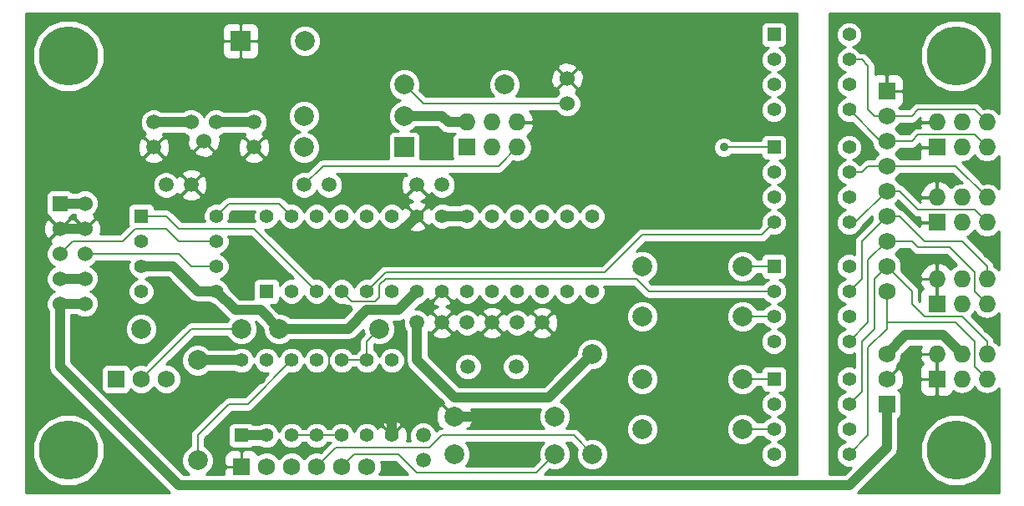
<source format=gbl>
%FSLAX36Y36*%
G04 Gerber Fmt 3.6, Leading zero omitted, Abs format (unit inch)*
G04 Created by KiCad (PCBNEW (2014-jul-16 BZR unknown)-product) date Tue 27 Jan 2015 12:23:33 PM PST*
%MOIN*%
G01*
G04 APERTURE LIST*
%ADD10C,0.003937*%
%ADD11C,0.059100*%
%ADD12C,0.078700*%
%ADD13R,0.078700X0.078700*%
%ADD14C,0.060000*%
%ADD15R,0.068000X0.068000*%
%ADD16C,0.068000*%
%ADD17R,0.060000X0.060000*%
%ADD18O,0.068000X0.068000*%
%ADD19R,0.055000X0.055000*%
%ADD20C,0.055000*%
%ADD21C,0.236220*%
%ADD22C,0.035000*%
%ADD23C,0.040000*%
%ADD24C,0.008000*%
%ADD25C,0.010000*%
G04 APERTURE END LIST*
D10*
D11*
X4475000Y-4400000D03*
X4475000Y-4500000D03*
X4875000Y-4400000D03*
X4875000Y-4500000D03*
X5725000Y-5200000D03*
X5825000Y-5200000D03*
X5525000Y-5200000D03*
X5625000Y-5200000D03*
X5625000Y-4650000D03*
X5525000Y-4650000D03*
X4525000Y-4650000D03*
X4625000Y-4650000D03*
X5925000Y-5200000D03*
X6025000Y-5200000D03*
X5550000Y-5650000D03*
X5550000Y-5750000D03*
X5175000Y-4650000D03*
X5075000Y-4650000D03*
D12*
X5075000Y-4500000D03*
D13*
X5475000Y-4500000D03*
D14*
X6125000Y-4325000D03*
X6125000Y-4225000D03*
D15*
X4325000Y-5425000D03*
D16*
X4425000Y-5425000D03*
X4525000Y-5425000D03*
D17*
X4100000Y-4725000D03*
D14*
X4200000Y-4725000D03*
X4100000Y-4825000D03*
X4200000Y-4825000D03*
X4100000Y-4925000D03*
X4200000Y-4925000D03*
X4100000Y-5025000D03*
X4200000Y-5025000D03*
X4100000Y-5125000D03*
X4200000Y-5125000D03*
D15*
X4825000Y-5775000D03*
D16*
X4925000Y-5775000D03*
X5025000Y-5775000D03*
X5125000Y-5775000D03*
X5225000Y-5775000D03*
X5325000Y-5775000D03*
D15*
X5725000Y-4500000D03*
D18*
X5725000Y-4400000D03*
X5825000Y-4500000D03*
X5825000Y-4400000D03*
X5925000Y-4500000D03*
X5925000Y-4400000D03*
D15*
X7600000Y-4500000D03*
D18*
X7600000Y-4400000D03*
X7700000Y-4500000D03*
X7700000Y-4400000D03*
X7800000Y-4500000D03*
X7800000Y-4400000D03*
D15*
X7600000Y-4800000D03*
D18*
X7600000Y-4700000D03*
X7700000Y-4800000D03*
X7700000Y-4700000D03*
X7800000Y-4800000D03*
X7800000Y-4700000D03*
D15*
X7600000Y-5125000D03*
D18*
X7600000Y-5025000D03*
X7700000Y-5125000D03*
X7700000Y-5025000D03*
X7800000Y-5125000D03*
X7800000Y-5025000D03*
D15*
X7600000Y-5425000D03*
D18*
X7600000Y-5325000D03*
X7700000Y-5425000D03*
X7700000Y-5325000D03*
X7800000Y-5425000D03*
X7800000Y-5325000D03*
D12*
X4425000Y-5225000D03*
X4825000Y-5225000D03*
X6075000Y-5725000D03*
X5675000Y-5725000D03*
X5675000Y-5575000D03*
X6075000Y-5575000D03*
X6225000Y-5725000D03*
X6225000Y-5325000D03*
X5375000Y-5225000D03*
X4975000Y-5225000D03*
X4650000Y-5750000D03*
X4650000Y-5350000D03*
X5075000Y-4375000D03*
X5475000Y-4375000D03*
D15*
X7400000Y-4275000D03*
D16*
X7400000Y-4375000D03*
X7400000Y-4475000D03*
X7400000Y-4575000D03*
X7400000Y-4675000D03*
X7400000Y-4775000D03*
X7400000Y-4875000D03*
X7400000Y-4975000D03*
X7400000Y-5075000D03*
D13*
X4822000Y-4075000D03*
D12*
X5078000Y-4075000D03*
D19*
X4825000Y-5650000D03*
D20*
X4925000Y-5650000D03*
X5025000Y-5650000D03*
X5125000Y-5650000D03*
X5225000Y-5650000D03*
X5325000Y-5650000D03*
X5425000Y-5650000D03*
X5425000Y-5350000D03*
X5325000Y-5350000D03*
X5225000Y-5350000D03*
X5125000Y-5350000D03*
X5025000Y-5350000D03*
X4925000Y-5350000D03*
X4825000Y-5350000D03*
D19*
X4425000Y-4775000D03*
D20*
X4425000Y-4875000D03*
X4425000Y-4975000D03*
X4425000Y-5075000D03*
X4725000Y-5075000D03*
X4725000Y-4975000D03*
X4725000Y-4875000D03*
X4725000Y-4775000D03*
X5025000Y-5075000D03*
X5125000Y-5075000D03*
X5225000Y-5075000D03*
X5325000Y-5075000D03*
X5425000Y-5075000D03*
X5525000Y-5075000D03*
X5625000Y-5075000D03*
X5725000Y-5075000D03*
X5825000Y-5075000D03*
X5925000Y-5075000D03*
X6025000Y-5075000D03*
X6125000Y-5075000D03*
X6225000Y-5075000D03*
D19*
X4925000Y-5075000D03*
D20*
X6225000Y-4775000D03*
X6125000Y-4775000D03*
X6025000Y-4775000D03*
X5925000Y-4775000D03*
X5825000Y-4775000D03*
X5725000Y-4775000D03*
X5625000Y-4775000D03*
X5525000Y-4775000D03*
X5425000Y-4775000D03*
X5325000Y-4775000D03*
X5225000Y-4775000D03*
X5125000Y-4775000D03*
X5025000Y-4775000D03*
X4925000Y-4775000D03*
D19*
X6950000Y-4050000D03*
D20*
X6950000Y-4150000D03*
X6950000Y-4250000D03*
X6950000Y-4350000D03*
X7250000Y-4350000D03*
X7250000Y-4250000D03*
X7250000Y-4150000D03*
X7250000Y-4050000D03*
D19*
X6950000Y-4500000D03*
D20*
X6950000Y-4600000D03*
X6950000Y-4700000D03*
X6950000Y-4800000D03*
X7250000Y-4800000D03*
X7250000Y-4700000D03*
X7250000Y-4600000D03*
X7250000Y-4500000D03*
D19*
X6950000Y-4975000D03*
D20*
X6950000Y-5075000D03*
X6950000Y-5175000D03*
X6950000Y-5275000D03*
X7250000Y-5275000D03*
X7250000Y-5175000D03*
X7250000Y-5075000D03*
X7250000Y-4975000D03*
D19*
X6950000Y-5425000D03*
D20*
X6950000Y-5525000D03*
X6950000Y-5625000D03*
X6950000Y-5725000D03*
X7250000Y-5725000D03*
X7250000Y-5625000D03*
X7250000Y-5525000D03*
X7250000Y-5425000D03*
D11*
X5728900Y-5375000D03*
X5921100Y-5375000D03*
D14*
X4725000Y-4400000D03*
X4675000Y-4475000D03*
X4625000Y-4400000D03*
D15*
X7400000Y-5525000D03*
D16*
X7400000Y-5425000D03*
X7400000Y-5325000D03*
D12*
X5475000Y-4250000D03*
X5875000Y-4250000D03*
X6425000Y-4975000D03*
X6825000Y-4975000D03*
X6425000Y-5175000D03*
X6825000Y-5175000D03*
X6425000Y-5425000D03*
X6825000Y-5425000D03*
X6425000Y-5625000D03*
X6825000Y-5625000D03*
D21*
X7677165Y-5708661D03*
X4133858Y-5708661D03*
X7677165Y-4133858D03*
X4133858Y-4133858D03*
D22*
X4900000Y-5425000D03*
X4750000Y-5425000D03*
X4750000Y-5650000D03*
X5000000Y-5550000D03*
X5800000Y-5725000D03*
X5800000Y-5575000D03*
X5175000Y-5290000D03*
X5165000Y-5170000D03*
X4970000Y-5145000D03*
X5175000Y-5550000D03*
X5250000Y-5145000D03*
X4325000Y-4975000D03*
X4275000Y-5200000D03*
X4825000Y-4875000D03*
X4825000Y-4775000D03*
X5425000Y-5775000D03*
X5200000Y-4950000D03*
X5575000Y-4500000D03*
X7800000Y-4925000D03*
X7800000Y-5225000D03*
X7800000Y-4600000D03*
X6750000Y-4500000D03*
D23*
X4200000Y-4825000D02*
X4100000Y-4825000D01*
X4900000Y-5425000D02*
X4750000Y-5425000D01*
X5000000Y-5550000D02*
X5175000Y-5550000D01*
X5425000Y-5600000D02*
X5375000Y-5550000D01*
X5375000Y-5550000D02*
X5175000Y-5550000D01*
X5425000Y-5650000D02*
X5425000Y-5600000D01*
X5800000Y-5575000D02*
X5675000Y-5575000D01*
D24*
X5165000Y-5170000D02*
X5140000Y-5145000D01*
X5140000Y-5145000D02*
X4970000Y-5145000D01*
X5175000Y-5550000D02*
X5175000Y-5290000D01*
X5225000Y-5170000D02*
X5250000Y-5145000D01*
X5165000Y-5170000D02*
X5225000Y-5170000D01*
D23*
X4325000Y-4975000D02*
X4325000Y-5150000D01*
X4325000Y-5150000D02*
X4275000Y-5200000D01*
X5350000Y-4950000D02*
X5200000Y-4950000D01*
X5525000Y-4775000D02*
X5350000Y-4950000D01*
X4200000Y-5025000D02*
X4100000Y-5025000D01*
X4825000Y-5650000D02*
X4925000Y-5650000D01*
X4725000Y-4400000D02*
X4875000Y-4400000D01*
X4650000Y-5075000D02*
X4550000Y-4975000D01*
X4550000Y-4975000D02*
X4425000Y-4975000D01*
X4725000Y-5075000D02*
X4650000Y-5075000D01*
X4900000Y-5150000D02*
X4800000Y-5150000D01*
X4800000Y-5150000D02*
X4725000Y-5075000D01*
X4975000Y-5225000D02*
X4900000Y-5150000D01*
X6050000Y-5500000D02*
X5675000Y-5500000D01*
X5675000Y-5500000D02*
X5525000Y-5350000D01*
X5525000Y-5350000D02*
X5525000Y-5200000D01*
X6225000Y-5325000D02*
X6050000Y-5500000D01*
X4825000Y-5350000D02*
X4650000Y-5350000D01*
X5450000Y-5150000D02*
X5525000Y-5075000D01*
X5625000Y-4775000D02*
X5725000Y-4775000D01*
X5650000Y-4400000D02*
X5625000Y-4375000D01*
X5625000Y-4375000D02*
X5475000Y-4375000D01*
X5725000Y-4400000D02*
X5650000Y-4400000D01*
X5325000Y-5150000D02*
X5450000Y-5150000D01*
X5250000Y-5225000D02*
X5325000Y-5150000D01*
X4975000Y-5225000D02*
X5250000Y-5225000D01*
D24*
X5150000Y-4575000D02*
X5075000Y-4650000D01*
X5850000Y-4575000D02*
X5150000Y-4575000D01*
X5925000Y-4500000D02*
X5850000Y-4575000D01*
X5550000Y-4325000D02*
X6125000Y-4325000D01*
X5475000Y-4250000D02*
X5550000Y-4325000D01*
X4150000Y-4875000D02*
X4350000Y-4875000D01*
X4350000Y-4875000D02*
X4400000Y-4825000D01*
X4400000Y-4825000D02*
X4525000Y-4825000D01*
X4525000Y-4825000D02*
X4575000Y-4875000D01*
X4575000Y-4875000D02*
X4725000Y-4875000D01*
X4100000Y-4925000D02*
X4150000Y-4875000D01*
X4625000Y-5225000D02*
X4825000Y-5225000D01*
X4425000Y-5425000D02*
X4625000Y-5225000D01*
X4575000Y-4925000D02*
X4625000Y-4975000D01*
X4625000Y-4975000D02*
X4725000Y-4975000D01*
X4200000Y-4925000D02*
X4575000Y-4925000D01*
X5200000Y-5700000D02*
X5125000Y-5775000D01*
X6225000Y-5725000D02*
X6150000Y-5650000D01*
X5575000Y-5700000D02*
X5200000Y-5700000D01*
X6150000Y-5650000D02*
X5625000Y-5650000D01*
X5625000Y-5650000D02*
X5575000Y-5700000D01*
X5275000Y-5725000D02*
X5450000Y-5725000D01*
X5450000Y-5725000D02*
X5525000Y-5800000D01*
X5525000Y-5800000D02*
X6000000Y-5800000D01*
X6000000Y-5800000D02*
X6075000Y-5725000D01*
X5225000Y-5775000D02*
X5275000Y-5725000D01*
X5225000Y-5350000D02*
X5325000Y-5350000D01*
X5325000Y-5275000D02*
X5375000Y-5225000D01*
X5325000Y-5350000D02*
X5325000Y-5275000D01*
D23*
X7625000Y-5250000D02*
X7700000Y-5325000D01*
X7475000Y-5250000D02*
X7625000Y-5250000D01*
X7400000Y-5325000D02*
X7475000Y-5250000D01*
D24*
X7750000Y-4450000D02*
X7525000Y-4450000D01*
X7525000Y-4450000D02*
X7500000Y-4475000D01*
X7500000Y-4475000D02*
X7400000Y-4475000D01*
X7800000Y-4500000D02*
X7750000Y-4450000D01*
X7375000Y-4475000D02*
X7250000Y-4350000D01*
X7400000Y-4475000D02*
X7375000Y-4475000D01*
X7750000Y-4350000D02*
X7525000Y-4350000D01*
X7525000Y-4350000D02*
X7500000Y-4375000D01*
X7500000Y-4375000D02*
X7400000Y-4375000D01*
X7800000Y-4400000D02*
X7750000Y-4350000D01*
X7300000Y-4150000D02*
X7250000Y-4150000D01*
X7350000Y-4375000D02*
X7325000Y-4350000D01*
X7325000Y-4350000D02*
X7325000Y-4175000D01*
X7325000Y-4175000D02*
X7300000Y-4150000D01*
X7400000Y-4375000D02*
X7350000Y-4375000D01*
X7750000Y-4750000D02*
X7525000Y-4750000D01*
X7525000Y-4750000D02*
X7450000Y-4675000D01*
X7450000Y-4675000D02*
X7400000Y-4675000D01*
X7800000Y-4800000D02*
X7750000Y-4750000D01*
X7275000Y-4800000D02*
X7400000Y-4675000D01*
X7250000Y-4800000D02*
X7275000Y-4800000D01*
X7675000Y-4575000D02*
X7400000Y-4575000D01*
X7800000Y-4700000D02*
X7675000Y-4575000D01*
X7300000Y-4600000D02*
X7325000Y-4575000D01*
X7325000Y-4575000D02*
X7400000Y-4575000D01*
X7250000Y-4600000D02*
X7300000Y-4600000D01*
X7750000Y-5075000D02*
X7750000Y-5000000D01*
X7750000Y-5000000D02*
X7650000Y-4900000D01*
X7650000Y-4900000D02*
X7525000Y-4900000D01*
X7525000Y-4900000D02*
X7500000Y-4875000D01*
X7500000Y-4875000D02*
X7400000Y-4875000D01*
X7800000Y-5125000D02*
X7750000Y-5075000D01*
X7325000Y-5200000D02*
X7325000Y-4950000D01*
X7325000Y-4950000D02*
X7400000Y-4875000D01*
X7250000Y-5275000D02*
X7325000Y-5200000D01*
X7550000Y-4875000D02*
X7450000Y-4775000D01*
X7450000Y-4775000D02*
X7400000Y-4775000D01*
X7800000Y-4975000D02*
X7700000Y-4875000D01*
X7700000Y-4875000D02*
X7550000Y-4875000D01*
X7800000Y-5025000D02*
X7800000Y-4975000D01*
X7300000Y-5025000D02*
X7300000Y-4875000D01*
X7300000Y-4875000D02*
X7400000Y-4775000D01*
X7250000Y-5075000D02*
X7300000Y-5025000D01*
X7750000Y-5375000D02*
X7750000Y-5275000D01*
X7750000Y-5275000D02*
X7675000Y-5200000D01*
X7800000Y-5425000D02*
X7750000Y-5375000D01*
X7400000Y-5200000D02*
X7400000Y-5075000D01*
X7400000Y-5225000D02*
X7400000Y-5200000D01*
X7325000Y-5300000D02*
X7400000Y-5225000D01*
X7325000Y-5650000D02*
X7325000Y-5300000D01*
X7250000Y-5725000D02*
X7325000Y-5650000D01*
X7675000Y-5200000D02*
X7400000Y-5200000D01*
X7800000Y-5275000D02*
X7700000Y-5175000D01*
X7700000Y-5175000D02*
X7550000Y-5175000D01*
X7800000Y-5325000D02*
X7800000Y-5275000D01*
X7350000Y-5025000D02*
X7350000Y-5225000D01*
X7350000Y-5225000D02*
X7300000Y-5275000D01*
X7300000Y-5275000D02*
X7300000Y-5475000D01*
X7300000Y-5475000D02*
X7250000Y-5525000D01*
X7400000Y-4975000D02*
X7350000Y-5025000D01*
X7500000Y-5075000D02*
X7500000Y-5125000D01*
X7500000Y-5125000D02*
X7550000Y-5175000D01*
X7400000Y-4975000D02*
X7500000Y-5075000D01*
X4525000Y-4775000D02*
X4575000Y-4825000D01*
X4575000Y-4825000D02*
X4875000Y-4825000D01*
X4875000Y-4825000D02*
X5125000Y-5075000D01*
X4425000Y-4775000D02*
X4525000Y-4775000D01*
X4650000Y-5650000D02*
X4775000Y-5525000D01*
X4775000Y-5525000D02*
X4850000Y-5525000D01*
X4850000Y-5525000D02*
X5025000Y-5350000D01*
X4650000Y-5750000D02*
X4650000Y-5650000D01*
X6825000Y-5625000D02*
X6950000Y-5625000D01*
X6825000Y-5425000D02*
X6950000Y-5425000D01*
X6750000Y-4500000D02*
X6950000Y-4500000D01*
X6825000Y-5175000D02*
X6950000Y-5175000D01*
X6825000Y-4975000D02*
X6950000Y-4975000D01*
X5025000Y-5650000D02*
X5125000Y-5650000D01*
X5125000Y-5650000D02*
X5225000Y-5650000D01*
X4775000Y-4725000D02*
X4975000Y-4725000D01*
X4975000Y-4725000D02*
X5025000Y-4775000D01*
X4725000Y-4775000D02*
X4775000Y-4725000D01*
X5266000Y-5116000D02*
X5359000Y-5116000D01*
X5359000Y-5116000D02*
X5375000Y-5100000D01*
X5375000Y-5100000D02*
X5375000Y-5050000D01*
X5375000Y-5050000D02*
X5400000Y-5025000D01*
X5400000Y-5025000D02*
X6400000Y-5025000D01*
X6400000Y-5025000D02*
X6450000Y-5075000D01*
X6450000Y-5075000D02*
X6950000Y-5075000D01*
X5225000Y-5075000D02*
X5266000Y-5116000D01*
X5400000Y-5000000D02*
X6275000Y-5000000D01*
X6275000Y-5000000D02*
X6425000Y-4850000D01*
X6425000Y-4850000D02*
X6900000Y-4850000D01*
X6900000Y-4850000D02*
X6950000Y-4800000D01*
X5325000Y-5075000D02*
X5400000Y-5000000D01*
D23*
X4200000Y-5125000D02*
X4100000Y-5125000D01*
X7250000Y-5850000D02*
X7400000Y-5700000D01*
X4575000Y-5850000D02*
X7250000Y-5850000D01*
X7400000Y-5700000D02*
X7400000Y-5525000D01*
X4100000Y-5375000D02*
X4575000Y-5850000D01*
X4100000Y-5125000D02*
X4100000Y-5375000D01*
X4200000Y-4725000D02*
X4100000Y-4725000D01*
X4475000Y-4400000D02*
X4625000Y-4400000D01*
D25*
G36*
X4426971Y-4875557D02*
X4425557Y-4876971D01*
X4425000Y-4876414D01*
X4424443Y-4876971D01*
X4423029Y-4875557D01*
X4423586Y-4875000D01*
X4423029Y-4874443D01*
X4424443Y-4873029D01*
X4425000Y-4873586D01*
X4425557Y-4873029D01*
X4426971Y-4874443D01*
X4426414Y-4875000D01*
X4426971Y-4875557D01*
X4426971Y-4875557D01*
G37*
X4426971Y-4875557D02*
X4425557Y-4876971D01*
X4425000Y-4876414D01*
X4424443Y-4876971D01*
X4423029Y-4875557D01*
X4423586Y-4875000D01*
X4423029Y-4874443D01*
X4424443Y-4873029D01*
X4425000Y-4873586D01*
X4425557Y-4873029D01*
X4426971Y-4874443D01*
X4426414Y-4875000D01*
X4426971Y-4875557D01*
G36*
X4877040Y-4796406D02*
X4875000Y-4796000D01*
X4773126Y-4796000D01*
X4777491Y-4785489D01*
X4777509Y-4764603D01*
X4777188Y-4763825D01*
X4787012Y-4754000D01*
X4876874Y-4754000D01*
X4872509Y-4764511D01*
X4872491Y-4785397D01*
X4877040Y-4796406D01*
X4877040Y-4796406D01*
G37*
X4877040Y-4796406D02*
X4875000Y-4796000D01*
X4773126Y-4796000D01*
X4777491Y-4785489D01*
X4777509Y-4764603D01*
X4777188Y-4763825D01*
X4787012Y-4754000D01*
X4876874Y-4754000D01*
X4872509Y-4764511D01*
X4872491Y-4785397D01*
X4877040Y-4796406D01*
G36*
X5031493Y-5022506D02*
X5014603Y-5022491D01*
X4995300Y-5030467D01*
X4980519Y-5045222D01*
X4977500Y-5052492D01*
X4977500Y-5042527D01*
X4973694Y-5033339D01*
X4966661Y-5026306D01*
X4957473Y-5022500D01*
X4947527Y-5022500D01*
X4892527Y-5022500D01*
X4883339Y-5026306D01*
X4876306Y-5033339D01*
X4872500Y-5042527D01*
X4872500Y-5052473D01*
X4872500Y-5105000D01*
X4818640Y-5105000D01*
X4776993Y-5063353D01*
X4769533Y-5045300D01*
X4754778Y-5030519D01*
X4741478Y-5024996D01*
X4754700Y-5019533D01*
X4769481Y-5004778D01*
X4777491Y-4985489D01*
X4777509Y-4964603D01*
X4769533Y-4945300D01*
X4754778Y-4930519D01*
X4741478Y-4924996D01*
X4754700Y-4919533D01*
X4769481Y-4904778D01*
X4777491Y-4885489D01*
X4777509Y-4864603D01*
X4773128Y-4854000D01*
X4862988Y-4854000D01*
X5031493Y-5022506D01*
X5031493Y-5022506D01*
G37*
X5031493Y-5022506D02*
X5014603Y-5022491D01*
X4995300Y-5030467D01*
X4980519Y-5045222D01*
X4977500Y-5052492D01*
X4977500Y-5042527D01*
X4973694Y-5033339D01*
X4966661Y-5026306D01*
X4957473Y-5022500D01*
X4947527Y-5022500D01*
X4892527Y-5022500D01*
X4883339Y-5026306D01*
X4876306Y-5033339D01*
X4872500Y-5042527D01*
X4872500Y-5052473D01*
X4872500Y-5105000D01*
X4818640Y-5105000D01*
X4776993Y-5063353D01*
X4769533Y-5045300D01*
X4754778Y-5030519D01*
X4741478Y-5024996D01*
X4754700Y-5019533D01*
X4769481Y-5004778D01*
X4777491Y-4985489D01*
X4777509Y-4964603D01*
X4769533Y-4945300D01*
X4754778Y-4930519D01*
X4741478Y-4924996D01*
X4754700Y-4919533D01*
X4769481Y-4904778D01*
X4777491Y-4885489D01*
X4777509Y-4864603D01*
X4773128Y-4854000D01*
X4862988Y-4854000D01*
X5031493Y-5022506D01*
G36*
X5266360Y-5145000D02*
X5231360Y-5180000D01*
X5021004Y-5180000D01*
X5011499Y-5170479D01*
X4987856Y-5160661D01*
X4974289Y-5160649D01*
X4941140Y-5127500D01*
X4957473Y-5127500D01*
X4966661Y-5123694D01*
X4973694Y-5116661D01*
X4977500Y-5107473D01*
X4977500Y-5097527D01*
X4977500Y-5097520D01*
X4980467Y-5104700D01*
X4995222Y-5119481D01*
X5014511Y-5127491D01*
X5035397Y-5127509D01*
X5054700Y-5119533D01*
X5069481Y-5104778D01*
X5075004Y-5091478D01*
X5080467Y-5104700D01*
X5095222Y-5119481D01*
X5114511Y-5127491D01*
X5135397Y-5127509D01*
X5154700Y-5119533D01*
X5169481Y-5104778D01*
X5175004Y-5091478D01*
X5180467Y-5104700D01*
X5195222Y-5119481D01*
X5214511Y-5127491D01*
X5235397Y-5127509D01*
X5236175Y-5127188D01*
X5245494Y-5136506D01*
X5254902Y-5142792D01*
X5266000Y-5145000D01*
X5266360Y-5145000D01*
X5266360Y-5145000D01*
G37*
X5266360Y-5145000D02*
X5231360Y-5180000D01*
X5021004Y-5180000D01*
X5011499Y-5170479D01*
X4987856Y-5160661D01*
X4974289Y-5160649D01*
X4941140Y-5127500D01*
X4957473Y-5127500D01*
X4966661Y-5123694D01*
X4973694Y-5116661D01*
X4977500Y-5107473D01*
X4977500Y-5097527D01*
X4977500Y-5097520D01*
X4980467Y-5104700D01*
X4995222Y-5119481D01*
X5014511Y-5127491D01*
X5035397Y-5127509D01*
X5054700Y-5119533D01*
X5069481Y-5104778D01*
X5075004Y-5091478D01*
X5080467Y-5104700D01*
X5095222Y-5119481D01*
X5114511Y-5127491D01*
X5135397Y-5127509D01*
X5154700Y-5119533D01*
X5169481Y-5104778D01*
X5175004Y-5091478D01*
X5180467Y-5104700D01*
X5195222Y-5119481D01*
X5214511Y-5127491D01*
X5235397Y-5127509D01*
X5236175Y-5127188D01*
X5245494Y-5136506D01*
X5254902Y-5142792D01*
X5266000Y-5145000D01*
X5266360Y-5145000D01*
G36*
X5313740Y-5245248D02*
X5304494Y-5254494D01*
X5298207Y-5263902D01*
X5296000Y-5275000D01*
X5296000Y-5305177D01*
X5295300Y-5305467D01*
X5280519Y-5320222D01*
X5280196Y-5321000D01*
X5269823Y-5321000D01*
X5269533Y-5320300D01*
X5254778Y-5305519D01*
X5235489Y-5297509D01*
X5214603Y-5297491D01*
X5195300Y-5305467D01*
X5180519Y-5320222D01*
X5174996Y-5333521D01*
X5169533Y-5320300D01*
X5154778Y-5305519D01*
X5135489Y-5297509D01*
X5114603Y-5297491D01*
X5095300Y-5305467D01*
X5080519Y-5320222D01*
X5074996Y-5333521D01*
X5069533Y-5320300D01*
X5054778Y-5305519D01*
X5035489Y-5297509D01*
X5014603Y-5297491D01*
X4995300Y-5305467D01*
X4980519Y-5320222D01*
X4974996Y-5333521D01*
X4969533Y-5320300D01*
X4954778Y-5305519D01*
X4935489Y-5297509D01*
X4914603Y-5297491D01*
X4895300Y-5305467D01*
X4880519Y-5320222D01*
X4874996Y-5333521D01*
X4869533Y-5320300D01*
X4854778Y-5305519D01*
X4835489Y-5297509D01*
X4814603Y-5297491D01*
X4796429Y-5305000D01*
X4696004Y-5305000D01*
X4686499Y-5295479D01*
X4662856Y-5285661D01*
X4637256Y-5285639D01*
X4613596Y-5295415D01*
X4595479Y-5313501D01*
X4585661Y-5337144D01*
X4585639Y-5362744D01*
X4595415Y-5386404D01*
X4613501Y-5404521D01*
X4637144Y-5414339D01*
X4662744Y-5414361D01*
X4686404Y-5404585D01*
X4696006Y-5395000D01*
X4796471Y-5395000D01*
X4814511Y-5402491D01*
X4835397Y-5402509D01*
X4854700Y-5394533D01*
X4869481Y-5379778D01*
X4875004Y-5366478D01*
X4880467Y-5379700D01*
X4895222Y-5394481D01*
X4914511Y-5402491D01*
X4931482Y-5402506D01*
X4837988Y-5496000D01*
X4775000Y-5496000D01*
X4763902Y-5498207D01*
X4754494Y-5504494D01*
X4629494Y-5629494D01*
X4623207Y-5638902D01*
X4621000Y-5650000D01*
X4621000Y-5692356D01*
X4613596Y-5695415D01*
X4595479Y-5713501D01*
X4585661Y-5737144D01*
X4585639Y-5762744D01*
X4595415Y-5786404D01*
X4613501Y-5804521D01*
X4614653Y-5805000D01*
X4593640Y-5805000D01*
X4145000Y-5356360D01*
X4145000Y-5170000D01*
X4167208Y-5170000D01*
X4168804Y-5171600D01*
X4189012Y-5179990D01*
X4210892Y-5180010D01*
X4231114Y-5171654D01*
X4246600Y-5156196D01*
X4254990Y-5135988D01*
X4255010Y-5114108D01*
X4246654Y-5093886D01*
X4231196Y-5078400D01*
X4223011Y-5075002D01*
X4231114Y-5071654D01*
X4246600Y-5056196D01*
X4254990Y-5035988D01*
X4255010Y-5014108D01*
X4246654Y-4993886D01*
X4231196Y-4978400D01*
X4223011Y-4975002D01*
X4231114Y-4971654D01*
X4246600Y-4956196D01*
X4247511Y-4954000D01*
X4376874Y-4954000D01*
X4372509Y-4964511D01*
X4372491Y-4985397D01*
X4380467Y-5004700D01*
X4395222Y-5019481D01*
X4408521Y-5025004D01*
X4395300Y-5030467D01*
X4380519Y-5045222D01*
X4372509Y-5064511D01*
X4372491Y-5085397D01*
X4380467Y-5104700D01*
X4395222Y-5119481D01*
X4414511Y-5127491D01*
X4435397Y-5127509D01*
X4454700Y-5119533D01*
X4469481Y-5104778D01*
X4477491Y-5085489D01*
X4477509Y-5064603D01*
X4469533Y-5045300D01*
X4454778Y-5030519D01*
X4441478Y-5024996D01*
X4453571Y-5020000D01*
X4531360Y-5020000D01*
X4618180Y-5106820D01*
X4632779Y-5116575D01*
X4650000Y-5120000D01*
X4696471Y-5120000D01*
X4713383Y-5127022D01*
X4768180Y-5181820D01*
X4773566Y-5185419D01*
X4770479Y-5188501D01*
X4767365Y-5196000D01*
X4625000Y-5196000D01*
X4613902Y-5198207D01*
X4604494Y-5204494D01*
X4489361Y-5319627D01*
X4489361Y-5212256D01*
X4479585Y-5188596D01*
X4461499Y-5170479D01*
X4437856Y-5160661D01*
X4412256Y-5160639D01*
X4388596Y-5170415D01*
X4370479Y-5188501D01*
X4360661Y-5212144D01*
X4360639Y-5237744D01*
X4370415Y-5261404D01*
X4388501Y-5279521D01*
X4412144Y-5289339D01*
X4437744Y-5289361D01*
X4461404Y-5279585D01*
X4479521Y-5261499D01*
X4489339Y-5237856D01*
X4489361Y-5212256D01*
X4489361Y-5319627D01*
X4441161Y-5367826D01*
X4436787Y-5366010D01*
X4413316Y-5365990D01*
X4391623Y-5374953D01*
X4382985Y-5383576D01*
X4380194Y-5376839D01*
X4373161Y-5369806D01*
X4363973Y-5366000D01*
X4354027Y-5366000D01*
X4286027Y-5366000D01*
X4276839Y-5369806D01*
X4269806Y-5376839D01*
X4266000Y-5386027D01*
X4266000Y-5395973D01*
X4266000Y-5463973D01*
X4269806Y-5473161D01*
X4276839Y-5480194D01*
X4286027Y-5484000D01*
X4295973Y-5484000D01*
X4363973Y-5484000D01*
X4373161Y-5480194D01*
X4380194Y-5473161D01*
X4382985Y-5466423D01*
X4391536Y-5474989D01*
X4413213Y-5483990D01*
X4436684Y-5484010D01*
X4458377Y-5475047D01*
X4474989Y-5458464D01*
X4475004Y-5458428D01*
X4491536Y-5474989D01*
X4513213Y-5483990D01*
X4536684Y-5484010D01*
X4558377Y-5475047D01*
X4574989Y-5458464D01*
X4583990Y-5436787D01*
X4584010Y-5413316D01*
X4575047Y-5391623D01*
X4558464Y-5375011D01*
X4536787Y-5366010D01*
X4525012Y-5366000D01*
X4637012Y-5254000D01*
X4767356Y-5254000D01*
X4770415Y-5261404D01*
X4788501Y-5279521D01*
X4812144Y-5289339D01*
X4837744Y-5289361D01*
X4861404Y-5279585D01*
X4879521Y-5261499D01*
X4889339Y-5237856D01*
X4889361Y-5212256D01*
X4882844Y-5196484D01*
X4910651Y-5224290D01*
X4910639Y-5237744D01*
X4920415Y-5261404D01*
X4938501Y-5279521D01*
X4962144Y-5289339D01*
X4987744Y-5289361D01*
X5011404Y-5279585D01*
X5021006Y-5270000D01*
X5250000Y-5270000D01*
X5267221Y-5266575D01*
X5281820Y-5256820D01*
X5310647Y-5227992D01*
X5310639Y-5237744D01*
X5313740Y-5245248D01*
X5313740Y-5245248D01*
G37*
X5313740Y-5245248D02*
X5304494Y-5254494D01*
X5298207Y-5263902D01*
X5296000Y-5275000D01*
X5296000Y-5305177D01*
X5295300Y-5305467D01*
X5280519Y-5320222D01*
X5280196Y-5321000D01*
X5269823Y-5321000D01*
X5269533Y-5320300D01*
X5254778Y-5305519D01*
X5235489Y-5297509D01*
X5214603Y-5297491D01*
X5195300Y-5305467D01*
X5180519Y-5320222D01*
X5174996Y-5333521D01*
X5169533Y-5320300D01*
X5154778Y-5305519D01*
X5135489Y-5297509D01*
X5114603Y-5297491D01*
X5095300Y-5305467D01*
X5080519Y-5320222D01*
X5074996Y-5333521D01*
X5069533Y-5320300D01*
X5054778Y-5305519D01*
X5035489Y-5297509D01*
X5014603Y-5297491D01*
X4995300Y-5305467D01*
X4980519Y-5320222D01*
X4974996Y-5333521D01*
X4969533Y-5320300D01*
X4954778Y-5305519D01*
X4935489Y-5297509D01*
X4914603Y-5297491D01*
X4895300Y-5305467D01*
X4880519Y-5320222D01*
X4874996Y-5333521D01*
X4869533Y-5320300D01*
X4854778Y-5305519D01*
X4835489Y-5297509D01*
X4814603Y-5297491D01*
X4796429Y-5305000D01*
X4696004Y-5305000D01*
X4686499Y-5295479D01*
X4662856Y-5285661D01*
X4637256Y-5285639D01*
X4613596Y-5295415D01*
X4595479Y-5313501D01*
X4585661Y-5337144D01*
X4585639Y-5362744D01*
X4595415Y-5386404D01*
X4613501Y-5404521D01*
X4637144Y-5414339D01*
X4662744Y-5414361D01*
X4686404Y-5404585D01*
X4696006Y-5395000D01*
X4796471Y-5395000D01*
X4814511Y-5402491D01*
X4835397Y-5402509D01*
X4854700Y-5394533D01*
X4869481Y-5379778D01*
X4875004Y-5366478D01*
X4880467Y-5379700D01*
X4895222Y-5394481D01*
X4914511Y-5402491D01*
X4931482Y-5402506D01*
X4837988Y-5496000D01*
X4775000Y-5496000D01*
X4763902Y-5498207D01*
X4754494Y-5504494D01*
X4629494Y-5629494D01*
X4623207Y-5638902D01*
X4621000Y-5650000D01*
X4621000Y-5692356D01*
X4613596Y-5695415D01*
X4595479Y-5713501D01*
X4585661Y-5737144D01*
X4585639Y-5762744D01*
X4595415Y-5786404D01*
X4613501Y-5804521D01*
X4614653Y-5805000D01*
X4593640Y-5805000D01*
X4145000Y-5356360D01*
X4145000Y-5170000D01*
X4167208Y-5170000D01*
X4168804Y-5171600D01*
X4189012Y-5179990D01*
X4210892Y-5180010D01*
X4231114Y-5171654D01*
X4246600Y-5156196D01*
X4254990Y-5135988D01*
X4255010Y-5114108D01*
X4246654Y-5093886D01*
X4231196Y-5078400D01*
X4223011Y-5075002D01*
X4231114Y-5071654D01*
X4246600Y-5056196D01*
X4254990Y-5035988D01*
X4255010Y-5014108D01*
X4246654Y-4993886D01*
X4231196Y-4978400D01*
X4223011Y-4975002D01*
X4231114Y-4971654D01*
X4246600Y-4956196D01*
X4247511Y-4954000D01*
X4376874Y-4954000D01*
X4372509Y-4964511D01*
X4372491Y-4985397D01*
X4380467Y-5004700D01*
X4395222Y-5019481D01*
X4408521Y-5025004D01*
X4395300Y-5030467D01*
X4380519Y-5045222D01*
X4372509Y-5064511D01*
X4372491Y-5085397D01*
X4380467Y-5104700D01*
X4395222Y-5119481D01*
X4414511Y-5127491D01*
X4435397Y-5127509D01*
X4454700Y-5119533D01*
X4469481Y-5104778D01*
X4477491Y-5085489D01*
X4477509Y-5064603D01*
X4469533Y-5045300D01*
X4454778Y-5030519D01*
X4441478Y-5024996D01*
X4453571Y-5020000D01*
X4531360Y-5020000D01*
X4618180Y-5106820D01*
X4632779Y-5116575D01*
X4650000Y-5120000D01*
X4696471Y-5120000D01*
X4713383Y-5127022D01*
X4768180Y-5181820D01*
X4773566Y-5185419D01*
X4770479Y-5188501D01*
X4767365Y-5196000D01*
X4625000Y-5196000D01*
X4613902Y-5198207D01*
X4604494Y-5204494D01*
X4489361Y-5319627D01*
X4489361Y-5212256D01*
X4479585Y-5188596D01*
X4461499Y-5170479D01*
X4437856Y-5160661D01*
X4412256Y-5160639D01*
X4388596Y-5170415D01*
X4370479Y-5188501D01*
X4360661Y-5212144D01*
X4360639Y-5237744D01*
X4370415Y-5261404D01*
X4388501Y-5279521D01*
X4412144Y-5289339D01*
X4437744Y-5289361D01*
X4461404Y-5279585D01*
X4479521Y-5261499D01*
X4489339Y-5237856D01*
X4489361Y-5212256D01*
X4489361Y-5319627D01*
X4441161Y-5367826D01*
X4436787Y-5366010D01*
X4413316Y-5365990D01*
X4391623Y-5374953D01*
X4382985Y-5383576D01*
X4380194Y-5376839D01*
X4373161Y-5369806D01*
X4363973Y-5366000D01*
X4354027Y-5366000D01*
X4286027Y-5366000D01*
X4276839Y-5369806D01*
X4269806Y-5376839D01*
X4266000Y-5386027D01*
X4266000Y-5395973D01*
X4266000Y-5463973D01*
X4269806Y-5473161D01*
X4276839Y-5480194D01*
X4286027Y-5484000D01*
X4295973Y-5484000D01*
X4363973Y-5484000D01*
X4373161Y-5480194D01*
X4380194Y-5473161D01*
X4382985Y-5466423D01*
X4391536Y-5474989D01*
X4413213Y-5483990D01*
X4436684Y-5484010D01*
X4458377Y-5475047D01*
X4474989Y-5458464D01*
X4475004Y-5458428D01*
X4491536Y-5474989D01*
X4513213Y-5483990D01*
X4536684Y-5484010D01*
X4558377Y-5475047D01*
X4574989Y-5458464D01*
X4583990Y-5436787D01*
X4584010Y-5413316D01*
X4575047Y-5391623D01*
X4558464Y-5375011D01*
X4536787Y-5366010D01*
X4525012Y-5366000D01*
X4637012Y-5254000D01*
X4767356Y-5254000D01*
X4770415Y-5261404D01*
X4788501Y-5279521D01*
X4812144Y-5289339D01*
X4837744Y-5289361D01*
X4861404Y-5279585D01*
X4879521Y-5261499D01*
X4889339Y-5237856D01*
X4889361Y-5212256D01*
X4882844Y-5196484D01*
X4910651Y-5224290D01*
X4910639Y-5237744D01*
X4920415Y-5261404D01*
X4938501Y-5279521D01*
X4962144Y-5289339D01*
X4987744Y-5289361D01*
X5011404Y-5279585D01*
X5021006Y-5270000D01*
X5250000Y-5270000D01*
X5267221Y-5266575D01*
X5281820Y-5256820D01*
X5310647Y-5227992D01*
X5310639Y-5237744D01*
X5313740Y-5245248D01*
G36*
X5488988Y-5805000D02*
X5376427Y-5805000D01*
X5383990Y-5786787D01*
X5384010Y-5763316D01*
X5380161Y-5754000D01*
X5437988Y-5754000D01*
X5488988Y-5805000D01*
X5488988Y-5805000D01*
G37*
X5488988Y-5805000D02*
X5376427Y-5805000D01*
X5383990Y-5786787D01*
X5384010Y-5763316D01*
X5380161Y-5754000D01*
X5437988Y-5754000D01*
X5488988Y-5805000D01*
G36*
X5551971Y-5750557D02*
X5550557Y-5751971D01*
X5550000Y-5751414D01*
X5549443Y-5751971D01*
X5548029Y-5750557D01*
X5548586Y-5750000D01*
X5548029Y-5749443D01*
X5549443Y-5748029D01*
X5550000Y-5748586D01*
X5550557Y-5748029D01*
X5551971Y-5749443D01*
X5551414Y-5750000D01*
X5551971Y-5750557D01*
X5551971Y-5750557D01*
G37*
X5551971Y-5750557D02*
X5550557Y-5751971D01*
X5550000Y-5751414D01*
X5549443Y-5751971D01*
X5548029Y-5750557D01*
X5548586Y-5750000D01*
X5548029Y-5749443D01*
X5549443Y-5748029D01*
X5550000Y-5748586D01*
X5550557Y-5748029D01*
X5551971Y-5749443D01*
X5551414Y-5750000D01*
X5551971Y-5750557D01*
G36*
X5676645Y-4445000D02*
X5669806Y-4451839D01*
X5666000Y-4461027D01*
X5666000Y-4470973D01*
X5666000Y-4538973D01*
X5668911Y-4546000D01*
X5538655Y-4546000D01*
X5539350Y-4544323D01*
X5539350Y-4534377D01*
X5539350Y-4455677D01*
X5535544Y-4446489D01*
X5528511Y-4439456D01*
X5519323Y-4435650D01*
X5509377Y-4435650D01*
X5496726Y-4435650D01*
X5511404Y-4429585D01*
X5521006Y-4420000D01*
X5606360Y-4420000D01*
X5618180Y-4431820D01*
X5632779Y-4441575D01*
X5650000Y-4445000D01*
X5676645Y-4445000D01*
X5676645Y-4445000D01*
G37*
X5676645Y-4445000D02*
X5669806Y-4451839D01*
X5666000Y-4461027D01*
X5666000Y-4470973D01*
X5666000Y-4538973D01*
X5668911Y-4546000D01*
X5538655Y-4546000D01*
X5539350Y-4544323D01*
X5539350Y-4534377D01*
X5539350Y-4455677D01*
X5535544Y-4446489D01*
X5528511Y-4439456D01*
X5519323Y-4435650D01*
X5509377Y-4435650D01*
X5496726Y-4435650D01*
X5511404Y-4429585D01*
X5521006Y-4420000D01*
X5606360Y-4420000D01*
X5618180Y-4431820D01*
X5632779Y-4441575D01*
X5650000Y-4445000D01*
X5676645Y-4445000D01*
G36*
X5676971Y-5575557D02*
X5675557Y-5576971D01*
X5675000Y-5576414D01*
X5674443Y-5576971D01*
X5673029Y-5575557D01*
X5673586Y-5575000D01*
X5626882Y-5528296D01*
X5613089Y-5531255D01*
X5601061Y-5558277D01*
X5600290Y-5587845D01*
X5610892Y-5615458D01*
X5613089Y-5618745D01*
X5624274Y-5621144D01*
X5613902Y-5623207D01*
X5604494Y-5629494D01*
X5601703Y-5632284D01*
X5596272Y-5619140D01*
X5580940Y-5603782D01*
X5560898Y-5595459D01*
X5539197Y-5595441D01*
X5519140Y-5603728D01*
X5503782Y-5619060D01*
X5495459Y-5639102D01*
X5495441Y-5660803D01*
X5499654Y-5671000D01*
X5484051Y-5671000D01*
X5487190Y-5663902D01*
X5487776Y-5639045D01*
X5478805Y-5615855D01*
X5477136Y-5613357D01*
X5464573Y-5611841D01*
X5463159Y-5613255D01*
X5463159Y-5610427D01*
X5461643Y-5597864D01*
X5438902Y-5587810D01*
X5414045Y-5587224D01*
X5390855Y-5596195D01*
X5388357Y-5597864D01*
X5386841Y-5610427D01*
X5425000Y-5648586D01*
X5463159Y-5610427D01*
X5463159Y-5613255D01*
X5426414Y-5650000D01*
X5426971Y-5650557D01*
X5425557Y-5651971D01*
X5425000Y-5651414D01*
X5424443Y-5651971D01*
X5423029Y-5650557D01*
X5423586Y-5650000D01*
X5385427Y-5611841D01*
X5372864Y-5613357D01*
X5369660Y-5620606D01*
X5369533Y-5620300D01*
X5354778Y-5605519D01*
X5335489Y-5597509D01*
X5314603Y-5597491D01*
X5295300Y-5605467D01*
X5280519Y-5620222D01*
X5274996Y-5633521D01*
X5269533Y-5620300D01*
X5254778Y-5605519D01*
X5235489Y-5597509D01*
X5214603Y-5597491D01*
X5195300Y-5605467D01*
X5180519Y-5620222D01*
X5180196Y-5621000D01*
X5169823Y-5621000D01*
X5169533Y-5620300D01*
X5154778Y-5605519D01*
X5135489Y-5597509D01*
X5114603Y-5597491D01*
X5095300Y-5605467D01*
X5080519Y-5620222D01*
X5080196Y-5621000D01*
X5069823Y-5621000D01*
X5069533Y-5620300D01*
X5054778Y-5605519D01*
X5035489Y-5597509D01*
X5014603Y-5597491D01*
X4995300Y-5605467D01*
X4980519Y-5620222D01*
X4974996Y-5633521D01*
X4969533Y-5620300D01*
X4954778Y-5605519D01*
X4935489Y-5597509D01*
X4914603Y-5597491D01*
X4896429Y-5605000D01*
X4870355Y-5605000D01*
X4866661Y-5601306D01*
X4857473Y-5597500D01*
X4847527Y-5597500D01*
X4792527Y-5597500D01*
X4783339Y-5601306D01*
X4776306Y-5608339D01*
X4772500Y-5617527D01*
X4772500Y-5627473D01*
X4772500Y-5682473D01*
X4776306Y-5691661D01*
X4783339Y-5698694D01*
X4792527Y-5702500D01*
X4802473Y-5702500D01*
X4857473Y-5702500D01*
X4866661Y-5698694D01*
X4870355Y-5695000D01*
X4896471Y-5695000D01*
X4914511Y-5702491D01*
X4935397Y-5702509D01*
X4954700Y-5694533D01*
X4969481Y-5679778D01*
X4975004Y-5666478D01*
X4980467Y-5679700D01*
X4995222Y-5694481D01*
X5014511Y-5702491D01*
X5035397Y-5702509D01*
X5054700Y-5694533D01*
X5069481Y-5679778D01*
X5069804Y-5679000D01*
X5080177Y-5679000D01*
X5080467Y-5679700D01*
X5095222Y-5694481D01*
X5114511Y-5702491D01*
X5135397Y-5702509D01*
X5154700Y-5694533D01*
X5169481Y-5679778D01*
X5169804Y-5679000D01*
X5180177Y-5679000D01*
X5180189Y-5679029D01*
X5179494Y-5679494D01*
X5141161Y-5717826D01*
X5136787Y-5716010D01*
X5113316Y-5715990D01*
X5091623Y-5724953D01*
X5075011Y-5741536D01*
X5074996Y-5741572D01*
X5058464Y-5725011D01*
X5036787Y-5716010D01*
X5013316Y-5715990D01*
X4991623Y-5724953D01*
X4975011Y-5741536D01*
X4974996Y-5741572D01*
X4958464Y-5725011D01*
X4936787Y-5716010D01*
X4913316Y-5715990D01*
X4891623Y-5724953D01*
X4890642Y-5725932D01*
X4888672Y-5721174D01*
X4878826Y-5711328D01*
X4865962Y-5706000D01*
X4834750Y-5706000D01*
X4826000Y-5714750D01*
X4826000Y-5774000D01*
X4826787Y-5774000D01*
X4826787Y-5776000D01*
X4826000Y-5776000D01*
X4826000Y-5776787D01*
X4824000Y-5776787D01*
X4824000Y-5776000D01*
X4824000Y-5774000D01*
X4824000Y-5714750D01*
X4815250Y-5706000D01*
X4784038Y-5706000D01*
X4771174Y-5711328D01*
X4761328Y-5721174D01*
X4756000Y-5734038D01*
X4756000Y-5747962D01*
X4756000Y-5765250D01*
X4764750Y-5774000D01*
X4824000Y-5774000D01*
X4824000Y-5776000D01*
X4764750Y-5776000D01*
X4756000Y-5784750D01*
X4756000Y-5802038D01*
X4756000Y-5805000D01*
X4685400Y-5805000D01*
X4686404Y-5804585D01*
X4704521Y-5786499D01*
X4714339Y-5762856D01*
X4714361Y-5737256D01*
X4704585Y-5713596D01*
X4686499Y-5695479D01*
X4679000Y-5692365D01*
X4679000Y-5662012D01*
X4787012Y-5554000D01*
X4850000Y-5554000D01*
X4861098Y-5551793D01*
X4870506Y-5545506D01*
X5013812Y-5402200D01*
X5014511Y-5402491D01*
X5035397Y-5402509D01*
X5054700Y-5394533D01*
X5069481Y-5379778D01*
X5075004Y-5366478D01*
X5080467Y-5379700D01*
X5095222Y-5394481D01*
X5114511Y-5402491D01*
X5135397Y-5402509D01*
X5154700Y-5394533D01*
X5169481Y-5379778D01*
X5175004Y-5366478D01*
X5180467Y-5379700D01*
X5195222Y-5394481D01*
X5214511Y-5402491D01*
X5235397Y-5402509D01*
X5254700Y-5394533D01*
X5269481Y-5379778D01*
X5269804Y-5379000D01*
X5280177Y-5379000D01*
X5280467Y-5379700D01*
X5295222Y-5394481D01*
X5314511Y-5402491D01*
X5335397Y-5402509D01*
X5354700Y-5394533D01*
X5369481Y-5379778D01*
X5375004Y-5366478D01*
X5380467Y-5379700D01*
X5395222Y-5394481D01*
X5414511Y-5402491D01*
X5435397Y-5402509D01*
X5454700Y-5394533D01*
X5469481Y-5379778D01*
X5477491Y-5360489D01*
X5477509Y-5339603D01*
X5469533Y-5320300D01*
X5454778Y-5305519D01*
X5435489Y-5297509D01*
X5414603Y-5297491D01*
X5395300Y-5305467D01*
X5380519Y-5320222D01*
X5374996Y-5333521D01*
X5369533Y-5320300D01*
X5354778Y-5305519D01*
X5354000Y-5305196D01*
X5354000Y-5287012D01*
X5354745Y-5286267D01*
X5362144Y-5289339D01*
X5387744Y-5289361D01*
X5411404Y-5279585D01*
X5429521Y-5261499D01*
X5439339Y-5237856D01*
X5439361Y-5212256D01*
X5432231Y-5195000D01*
X5450000Y-5195000D01*
X5467221Y-5191575D01*
X5470459Y-5189411D01*
X5470441Y-5210803D01*
X5478728Y-5230860D01*
X5480000Y-5232134D01*
X5480000Y-5350000D01*
X5483425Y-5367221D01*
X5493180Y-5381820D01*
X5630053Y-5518692D01*
X5628296Y-5526882D01*
X5675000Y-5573586D01*
X5675557Y-5573029D01*
X5676971Y-5574443D01*
X5676414Y-5575000D01*
X5676971Y-5575557D01*
X5676971Y-5575557D01*
G37*
X5676971Y-5575557D02*
X5675557Y-5576971D01*
X5675000Y-5576414D01*
X5674443Y-5576971D01*
X5673029Y-5575557D01*
X5673586Y-5575000D01*
X5626882Y-5528296D01*
X5613089Y-5531255D01*
X5601061Y-5558277D01*
X5600290Y-5587845D01*
X5610892Y-5615458D01*
X5613089Y-5618745D01*
X5624274Y-5621144D01*
X5613902Y-5623207D01*
X5604494Y-5629494D01*
X5601703Y-5632284D01*
X5596272Y-5619140D01*
X5580940Y-5603782D01*
X5560898Y-5595459D01*
X5539197Y-5595441D01*
X5519140Y-5603728D01*
X5503782Y-5619060D01*
X5495459Y-5639102D01*
X5495441Y-5660803D01*
X5499654Y-5671000D01*
X5484051Y-5671000D01*
X5487190Y-5663902D01*
X5487776Y-5639045D01*
X5478805Y-5615855D01*
X5477136Y-5613357D01*
X5464573Y-5611841D01*
X5463159Y-5613255D01*
X5463159Y-5610427D01*
X5461643Y-5597864D01*
X5438902Y-5587810D01*
X5414045Y-5587224D01*
X5390855Y-5596195D01*
X5388357Y-5597864D01*
X5386841Y-5610427D01*
X5425000Y-5648586D01*
X5463159Y-5610427D01*
X5463159Y-5613255D01*
X5426414Y-5650000D01*
X5426971Y-5650557D01*
X5425557Y-5651971D01*
X5425000Y-5651414D01*
X5424443Y-5651971D01*
X5423029Y-5650557D01*
X5423586Y-5650000D01*
X5385427Y-5611841D01*
X5372864Y-5613357D01*
X5369660Y-5620606D01*
X5369533Y-5620300D01*
X5354778Y-5605519D01*
X5335489Y-5597509D01*
X5314603Y-5597491D01*
X5295300Y-5605467D01*
X5280519Y-5620222D01*
X5274996Y-5633521D01*
X5269533Y-5620300D01*
X5254778Y-5605519D01*
X5235489Y-5597509D01*
X5214603Y-5597491D01*
X5195300Y-5605467D01*
X5180519Y-5620222D01*
X5180196Y-5621000D01*
X5169823Y-5621000D01*
X5169533Y-5620300D01*
X5154778Y-5605519D01*
X5135489Y-5597509D01*
X5114603Y-5597491D01*
X5095300Y-5605467D01*
X5080519Y-5620222D01*
X5080196Y-5621000D01*
X5069823Y-5621000D01*
X5069533Y-5620300D01*
X5054778Y-5605519D01*
X5035489Y-5597509D01*
X5014603Y-5597491D01*
X4995300Y-5605467D01*
X4980519Y-5620222D01*
X4974996Y-5633521D01*
X4969533Y-5620300D01*
X4954778Y-5605519D01*
X4935489Y-5597509D01*
X4914603Y-5597491D01*
X4896429Y-5605000D01*
X4870355Y-5605000D01*
X4866661Y-5601306D01*
X4857473Y-5597500D01*
X4847527Y-5597500D01*
X4792527Y-5597500D01*
X4783339Y-5601306D01*
X4776306Y-5608339D01*
X4772500Y-5617527D01*
X4772500Y-5627473D01*
X4772500Y-5682473D01*
X4776306Y-5691661D01*
X4783339Y-5698694D01*
X4792527Y-5702500D01*
X4802473Y-5702500D01*
X4857473Y-5702500D01*
X4866661Y-5698694D01*
X4870355Y-5695000D01*
X4896471Y-5695000D01*
X4914511Y-5702491D01*
X4935397Y-5702509D01*
X4954700Y-5694533D01*
X4969481Y-5679778D01*
X4975004Y-5666478D01*
X4980467Y-5679700D01*
X4995222Y-5694481D01*
X5014511Y-5702491D01*
X5035397Y-5702509D01*
X5054700Y-5694533D01*
X5069481Y-5679778D01*
X5069804Y-5679000D01*
X5080177Y-5679000D01*
X5080467Y-5679700D01*
X5095222Y-5694481D01*
X5114511Y-5702491D01*
X5135397Y-5702509D01*
X5154700Y-5694533D01*
X5169481Y-5679778D01*
X5169804Y-5679000D01*
X5180177Y-5679000D01*
X5180189Y-5679029D01*
X5179494Y-5679494D01*
X5141161Y-5717826D01*
X5136787Y-5716010D01*
X5113316Y-5715990D01*
X5091623Y-5724953D01*
X5075011Y-5741536D01*
X5074996Y-5741572D01*
X5058464Y-5725011D01*
X5036787Y-5716010D01*
X5013316Y-5715990D01*
X4991623Y-5724953D01*
X4975011Y-5741536D01*
X4974996Y-5741572D01*
X4958464Y-5725011D01*
X4936787Y-5716010D01*
X4913316Y-5715990D01*
X4891623Y-5724953D01*
X4890642Y-5725932D01*
X4888672Y-5721174D01*
X4878826Y-5711328D01*
X4865962Y-5706000D01*
X4834750Y-5706000D01*
X4826000Y-5714750D01*
X4826000Y-5774000D01*
X4826787Y-5774000D01*
X4826787Y-5776000D01*
X4826000Y-5776000D01*
X4826000Y-5776787D01*
X4824000Y-5776787D01*
X4824000Y-5776000D01*
X4824000Y-5774000D01*
X4824000Y-5714750D01*
X4815250Y-5706000D01*
X4784038Y-5706000D01*
X4771174Y-5711328D01*
X4761328Y-5721174D01*
X4756000Y-5734038D01*
X4756000Y-5747962D01*
X4756000Y-5765250D01*
X4764750Y-5774000D01*
X4824000Y-5774000D01*
X4824000Y-5776000D01*
X4764750Y-5776000D01*
X4756000Y-5784750D01*
X4756000Y-5802038D01*
X4756000Y-5805000D01*
X4685400Y-5805000D01*
X4686404Y-5804585D01*
X4704521Y-5786499D01*
X4714339Y-5762856D01*
X4714361Y-5737256D01*
X4704585Y-5713596D01*
X4686499Y-5695479D01*
X4679000Y-5692365D01*
X4679000Y-5662012D01*
X4787012Y-5554000D01*
X4850000Y-5554000D01*
X4861098Y-5551793D01*
X4870506Y-5545506D01*
X5013812Y-5402200D01*
X5014511Y-5402491D01*
X5035397Y-5402509D01*
X5054700Y-5394533D01*
X5069481Y-5379778D01*
X5075004Y-5366478D01*
X5080467Y-5379700D01*
X5095222Y-5394481D01*
X5114511Y-5402491D01*
X5135397Y-5402509D01*
X5154700Y-5394533D01*
X5169481Y-5379778D01*
X5175004Y-5366478D01*
X5180467Y-5379700D01*
X5195222Y-5394481D01*
X5214511Y-5402491D01*
X5235397Y-5402509D01*
X5254700Y-5394533D01*
X5269481Y-5379778D01*
X5269804Y-5379000D01*
X5280177Y-5379000D01*
X5280467Y-5379700D01*
X5295222Y-5394481D01*
X5314511Y-5402491D01*
X5335397Y-5402509D01*
X5354700Y-5394533D01*
X5369481Y-5379778D01*
X5375004Y-5366478D01*
X5380467Y-5379700D01*
X5395222Y-5394481D01*
X5414511Y-5402491D01*
X5435397Y-5402509D01*
X5454700Y-5394533D01*
X5469481Y-5379778D01*
X5477491Y-5360489D01*
X5477509Y-5339603D01*
X5469533Y-5320300D01*
X5454778Y-5305519D01*
X5435489Y-5297509D01*
X5414603Y-5297491D01*
X5395300Y-5305467D01*
X5380519Y-5320222D01*
X5374996Y-5333521D01*
X5369533Y-5320300D01*
X5354778Y-5305519D01*
X5354000Y-5305196D01*
X5354000Y-5287012D01*
X5354745Y-5286267D01*
X5362144Y-5289339D01*
X5387744Y-5289361D01*
X5411404Y-5279585D01*
X5429521Y-5261499D01*
X5439339Y-5237856D01*
X5439361Y-5212256D01*
X5432231Y-5195000D01*
X5450000Y-5195000D01*
X5467221Y-5191575D01*
X5470459Y-5189411D01*
X5470441Y-5210803D01*
X5478728Y-5230860D01*
X5480000Y-5232134D01*
X5480000Y-5350000D01*
X5483425Y-5367221D01*
X5493180Y-5381820D01*
X5630053Y-5518692D01*
X5628296Y-5526882D01*
X5675000Y-5573586D01*
X5675557Y-5573029D01*
X5676971Y-5574443D01*
X5676414Y-5575000D01*
X5676971Y-5575557D01*
G36*
X6029994Y-5621000D02*
X5726399Y-5621000D01*
X5736911Y-5618745D01*
X5748939Y-5591723D01*
X5749710Y-5562155D01*
X5743123Y-5545000D01*
X6017780Y-5545000D01*
X6010661Y-5562144D01*
X6010639Y-5587744D01*
X6020415Y-5611404D01*
X6029994Y-5621000D01*
X6029994Y-5621000D01*
G37*
X6029994Y-5621000D02*
X5726399Y-5621000D01*
X5736911Y-5618745D01*
X5748939Y-5591723D01*
X5749710Y-5562155D01*
X5743123Y-5545000D01*
X6017780Y-5545000D01*
X6010661Y-5562144D01*
X6010639Y-5587744D01*
X6020415Y-5611404D01*
X6029994Y-5621000D01*
G36*
X6029996Y-5679000D02*
X6020479Y-5688501D01*
X6010661Y-5712144D01*
X6010639Y-5737744D01*
X6013740Y-5745248D01*
X5987988Y-5771000D01*
X5720004Y-5771000D01*
X5729521Y-5761499D01*
X5739339Y-5737856D01*
X5739361Y-5712256D01*
X5729585Y-5688596D01*
X5720006Y-5679000D01*
X6029996Y-5679000D01*
X6029996Y-5679000D01*
G37*
X6029996Y-5679000D02*
X6020479Y-5688501D01*
X6010661Y-5712144D01*
X6010639Y-5737744D01*
X6013740Y-5745248D01*
X5987988Y-5771000D01*
X5720004Y-5771000D01*
X5729521Y-5761499D01*
X5739339Y-5737856D01*
X5739361Y-5712256D01*
X5729585Y-5688596D01*
X5720006Y-5679000D01*
X6029996Y-5679000D01*
G36*
X7042239Y-3963976D02*
X7041870Y-5805000D01*
X7002509Y-5805000D01*
X7002509Y-5714603D01*
X6994533Y-5695300D01*
X6979778Y-5680519D01*
X6966478Y-5674996D01*
X6979700Y-5669533D01*
X6994481Y-5654778D01*
X7002491Y-5635489D01*
X7002509Y-5614603D01*
X6994533Y-5595300D01*
X6979778Y-5580519D01*
X6966478Y-5574996D01*
X6979700Y-5569533D01*
X6994481Y-5554778D01*
X7002491Y-5535489D01*
X7002509Y-5514603D01*
X6994533Y-5495300D01*
X6979778Y-5480519D01*
X6972508Y-5477500D01*
X6982473Y-5477500D01*
X6991661Y-5473694D01*
X6998694Y-5466661D01*
X7002500Y-5457473D01*
X7002500Y-5447527D01*
X7002500Y-5392527D01*
X6998694Y-5383339D01*
X6991661Y-5376306D01*
X6982473Y-5372500D01*
X6972527Y-5372500D01*
X6917527Y-5372500D01*
X6908339Y-5376306D01*
X6901306Y-5383339D01*
X6897500Y-5392527D01*
X6897500Y-5396000D01*
X6882644Y-5396000D01*
X6879585Y-5388596D01*
X6861499Y-5370479D01*
X6837856Y-5360661D01*
X6812256Y-5360639D01*
X6788596Y-5370415D01*
X6770479Y-5388501D01*
X6760661Y-5412144D01*
X6760639Y-5437744D01*
X6770415Y-5461404D01*
X6788501Y-5479521D01*
X6812144Y-5489339D01*
X6837744Y-5489361D01*
X6861404Y-5479585D01*
X6879521Y-5461499D01*
X6882635Y-5454000D01*
X6897500Y-5454000D01*
X6897500Y-5457473D01*
X6901306Y-5466661D01*
X6908339Y-5473694D01*
X6917527Y-5477500D01*
X6927473Y-5477500D01*
X6927480Y-5477500D01*
X6920300Y-5480467D01*
X6905519Y-5495222D01*
X6897509Y-5514511D01*
X6897491Y-5535397D01*
X6905467Y-5554700D01*
X6920222Y-5569481D01*
X6933521Y-5575004D01*
X6920300Y-5580467D01*
X6905519Y-5595222D01*
X6905196Y-5596000D01*
X6882644Y-5596000D01*
X6879585Y-5588596D01*
X6861499Y-5570479D01*
X6837856Y-5560661D01*
X6812256Y-5560639D01*
X6788596Y-5570415D01*
X6770479Y-5588501D01*
X6760661Y-5612144D01*
X6760639Y-5637744D01*
X6770415Y-5661404D01*
X6788501Y-5679521D01*
X6812144Y-5689339D01*
X6837744Y-5689361D01*
X6861404Y-5679585D01*
X6879521Y-5661499D01*
X6882635Y-5654000D01*
X6905177Y-5654000D01*
X6905467Y-5654700D01*
X6920222Y-5669481D01*
X6933521Y-5675004D01*
X6920300Y-5680467D01*
X6905519Y-5695222D01*
X6897509Y-5714511D01*
X6897491Y-5735397D01*
X6905467Y-5754700D01*
X6920222Y-5769481D01*
X6939511Y-5777491D01*
X6960397Y-5777509D01*
X6979700Y-5769533D01*
X6994481Y-5754778D01*
X7002491Y-5735489D01*
X7002509Y-5714603D01*
X7002509Y-5805000D01*
X6489361Y-5805000D01*
X6489361Y-5612256D01*
X6489361Y-5412256D01*
X6489361Y-5162256D01*
X6479585Y-5138596D01*
X6461499Y-5120479D01*
X6437856Y-5110661D01*
X6412256Y-5110639D01*
X6388596Y-5120415D01*
X6370479Y-5138501D01*
X6360661Y-5162144D01*
X6360639Y-5187744D01*
X6370415Y-5211404D01*
X6388501Y-5229521D01*
X6412144Y-5239339D01*
X6437744Y-5239361D01*
X6461404Y-5229585D01*
X6479521Y-5211499D01*
X6489339Y-5187856D01*
X6489361Y-5162256D01*
X6489361Y-5412256D01*
X6479585Y-5388596D01*
X6461499Y-5370479D01*
X6437856Y-5360661D01*
X6412256Y-5360639D01*
X6388596Y-5370415D01*
X6370479Y-5388501D01*
X6360661Y-5412144D01*
X6360639Y-5437744D01*
X6370415Y-5461404D01*
X6388501Y-5479521D01*
X6412144Y-5489339D01*
X6437744Y-5489361D01*
X6461404Y-5479585D01*
X6479521Y-5461499D01*
X6489339Y-5437856D01*
X6489361Y-5412256D01*
X6489361Y-5612256D01*
X6479585Y-5588596D01*
X6461499Y-5570479D01*
X6437856Y-5560661D01*
X6412256Y-5560639D01*
X6388596Y-5570415D01*
X6370479Y-5588501D01*
X6360661Y-5612144D01*
X6360639Y-5637744D01*
X6370415Y-5661404D01*
X6388501Y-5679521D01*
X6412144Y-5689339D01*
X6437744Y-5689361D01*
X6461404Y-5679585D01*
X6479521Y-5661499D01*
X6489339Y-5637856D01*
X6489361Y-5612256D01*
X6489361Y-5805000D01*
X6036012Y-5805000D01*
X6054745Y-5786267D01*
X6062144Y-5789339D01*
X6087744Y-5789361D01*
X6111404Y-5779585D01*
X6129521Y-5761499D01*
X6139339Y-5737856D01*
X6139361Y-5712256D01*
X6129585Y-5688596D01*
X6120006Y-5679000D01*
X6137988Y-5679000D01*
X6163733Y-5704745D01*
X6160661Y-5712144D01*
X6160639Y-5737744D01*
X6170415Y-5761404D01*
X6188501Y-5779521D01*
X6212144Y-5789339D01*
X6237744Y-5789361D01*
X6261404Y-5779585D01*
X6279521Y-5761499D01*
X6289339Y-5737856D01*
X6289361Y-5712256D01*
X6279585Y-5688596D01*
X6261499Y-5670479D01*
X6237856Y-5660661D01*
X6212256Y-5660639D01*
X6204752Y-5663740D01*
X6170506Y-5629494D01*
X6161098Y-5623207D01*
X6150000Y-5621000D01*
X6120004Y-5621000D01*
X6129521Y-5611499D01*
X6139339Y-5587856D01*
X6139361Y-5562256D01*
X6129585Y-5538596D01*
X6111499Y-5520479D01*
X6098541Y-5515098D01*
X6224290Y-5389349D01*
X6237744Y-5389361D01*
X6261404Y-5379585D01*
X6279521Y-5361499D01*
X6289339Y-5337856D01*
X6289361Y-5312256D01*
X6279585Y-5288596D01*
X6261499Y-5270479D01*
X6237856Y-5260661D01*
X6212256Y-5260639D01*
X6188596Y-5270415D01*
X6170479Y-5288501D01*
X6160661Y-5312144D01*
X6160649Y-5325711D01*
X6089840Y-5396520D01*
X6089840Y-5188718D01*
X6080587Y-5164763D01*
X6078827Y-5162129D01*
X6066052Y-5160363D01*
X6064637Y-5161777D01*
X6064637Y-5158948D01*
X6062871Y-5146173D01*
X6039390Y-5135778D01*
X6013718Y-5135160D01*
X5989763Y-5144413D01*
X5987129Y-5146173D01*
X5985363Y-5158948D01*
X6025000Y-5198586D01*
X6064637Y-5158948D01*
X6064637Y-5161777D01*
X6026414Y-5200000D01*
X6066052Y-5239637D01*
X6078827Y-5237871D01*
X6089222Y-5214390D01*
X6089840Y-5188718D01*
X6089840Y-5396520D01*
X6064637Y-5421723D01*
X6064637Y-5241052D01*
X6025000Y-5201414D01*
X6023586Y-5202828D01*
X6023586Y-5200000D01*
X5983948Y-5160363D01*
X5971173Y-5162129D01*
X5969053Y-5166917D01*
X5955940Y-5153782D01*
X5935898Y-5145459D01*
X5914197Y-5145441D01*
X5894140Y-5153728D01*
X5881282Y-5166563D01*
X5880587Y-5164763D01*
X5878827Y-5162129D01*
X5866052Y-5160363D01*
X5864637Y-5161777D01*
X5864637Y-5158948D01*
X5862871Y-5146173D01*
X5839390Y-5135778D01*
X5813718Y-5135160D01*
X5789763Y-5144413D01*
X5787129Y-5146173D01*
X5785363Y-5158948D01*
X5825000Y-5198586D01*
X5864637Y-5158948D01*
X5864637Y-5161777D01*
X5826414Y-5200000D01*
X5866052Y-5239637D01*
X5878827Y-5237871D01*
X5880947Y-5233083D01*
X5894060Y-5246218D01*
X5914102Y-5254541D01*
X5935803Y-5254559D01*
X5955860Y-5246272D01*
X5968718Y-5233437D01*
X5969413Y-5235237D01*
X5971173Y-5237871D01*
X5983948Y-5239637D01*
X6023586Y-5200000D01*
X6023586Y-5202828D01*
X5985363Y-5241052D01*
X5987129Y-5253827D01*
X6010610Y-5264222D01*
X6036282Y-5264840D01*
X6060237Y-5255587D01*
X6062871Y-5253827D01*
X6064637Y-5241052D01*
X6064637Y-5421723D01*
X6031360Y-5455000D01*
X5975659Y-5455000D01*
X5975659Y-5364197D01*
X5967372Y-5344140D01*
X5952040Y-5328782D01*
X5931998Y-5320459D01*
X5910297Y-5320441D01*
X5890240Y-5328728D01*
X5874882Y-5344060D01*
X5866559Y-5364102D01*
X5866541Y-5385803D01*
X5874828Y-5405860D01*
X5890160Y-5421218D01*
X5910202Y-5429541D01*
X5931903Y-5429559D01*
X5951960Y-5421272D01*
X5967318Y-5405940D01*
X5975641Y-5385898D01*
X5975659Y-5364197D01*
X5975659Y-5455000D01*
X5864637Y-5455000D01*
X5864637Y-5241052D01*
X5825000Y-5201414D01*
X5823586Y-5202828D01*
X5823586Y-5200000D01*
X5783948Y-5160363D01*
X5771173Y-5162129D01*
X5769053Y-5166917D01*
X5755940Y-5153782D01*
X5735898Y-5145459D01*
X5714197Y-5145441D01*
X5694140Y-5153728D01*
X5681282Y-5166563D01*
X5680587Y-5164763D01*
X5678827Y-5162129D01*
X5666052Y-5160363D01*
X5664637Y-5161777D01*
X5664637Y-5158948D01*
X5662871Y-5146173D01*
X5640197Y-5136135D01*
X5659145Y-5128805D01*
X5661643Y-5127136D01*
X5663159Y-5114573D01*
X5625000Y-5076414D01*
X5586841Y-5114573D01*
X5588357Y-5127136D01*
X5609869Y-5136646D01*
X5589763Y-5144413D01*
X5587129Y-5146173D01*
X5585363Y-5158948D01*
X5625000Y-5198586D01*
X5664637Y-5158948D01*
X5664637Y-5161777D01*
X5626414Y-5200000D01*
X5666052Y-5239637D01*
X5678827Y-5237871D01*
X5680947Y-5233083D01*
X5694060Y-5246218D01*
X5714102Y-5254541D01*
X5735803Y-5254559D01*
X5755860Y-5246272D01*
X5768718Y-5233437D01*
X5769413Y-5235237D01*
X5771173Y-5237871D01*
X5783948Y-5239637D01*
X5823586Y-5200000D01*
X5823586Y-5202828D01*
X5785363Y-5241052D01*
X5787129Y-5253827D01*
X5810610Y-5264222D01*
X5836282Y-5264840D01*
X5860237Y-5255587D01*
X5862871Y-5253827D01*
X5864637Y-5241052D01*
X5864637Y-5455000D01*
X5783459Y-5455000D01*
X5783459Y-5364197D01*
X5775172Y-5344140D01*
X5759840Y-5328782D01*
X5739798Y-5320459D01*
X5718097Y-5320441D01*
X5698040Y-5328728D01*
X5682682Y-5344060D01*
X5674359Y-5364102D01*
X5674341Y-5385803D01*
X5682628Y-5405860D01*
X5697960Y-5421218D01*
X5718002Y-5429541D01*
X5739703Y-5429559D01*
X5759760Y-5421272D01*
X5775118Y-5405940D01*
X5783441Y-5385898D01*
X5783459Y-5364197D01*
X5783459Y-5455000D01*
X5693640Y-5455000D01*
X5664637Y-5425998D01*
X5664637Y-5241052D01*
X5625000Y-5201414D01*
X5585363Y-5241052D01*
X5587129Y-5253827D01*
X5610610Y-5264222D01*
X5636282Y-5264840D01*
X5660237Y-5255587D01*
X5662871Y-5253827D01*
X5664637Y-5241052D01*
X5664637Y-5425998D01*
X5570000Y-5331360D01*
X5570000Y-5236116D01*
X5571173Y-5237871D01*
X5583948Y-5239637D01*
X5623586Y-5200000D01*
X5583948Y-5160363D01*
X5571173Y-5162129D01*
X5569053Y-5166917D01*
X5555940Y-5153782D01*
X5535898Y-5145459D01*
X5518196Y-5145444D01*
X5536647Y-5126993D01*
X5554700Y-5119533D01*
X5569481Y-5104778D01*
X5569494Y-5104747D01*
X5571195Y-5109145D01*
X5572864Y-5111643D01*
X5585427Y-5113159D01*
X5623586Y-5075000D01*
X5623029Y-5074443D01*
X5624443Y-5073029D01*
X5625000Y-5073586D01*
X5625557Y-5073029D01*
X5626971Y-5074443D01*
X5626414Y-5075000D01*
X5664573Y-5113159D01*
X5677136Y-5111643D01*
X5680340Y-5104394D01*
X5680467Y-5104700D01*
X5695222Y-5119481D01*
X5714511Y-5127491D01*
X5735397Y-5127509D01*
X5754700Y-5119533D01*
X5769481Y-5104778D01*
X5775004Y-5091478D01*
X5780467Y-5104700D01*
X5795222Y-5119481D01*
X5814511Y-5127491D01*
X5835397Y-5127509D01*
X5854700Y-5119533D01*
X5869481Y-5104778D01*
X5875004Y-5091478D01*
X5880467Y-5104700D01*
X5895222Y-5119481D01*
X5914511Y-5127491D01*
X5935397Y-5127509D01*
X5954700Y-5119533D01*
X5969481Y-5104778D01*
X5975004Y-5091478D01*
X5980467Y-5104700D01*
X5995222Y-5119481D01*
X6014511Y-5127491D01*
X6035397Y-5127509D01*
X6054700Y-5119533D01*
X6069481Y-5104778D01*
X6075004Y-5091478D01*
X6080467Y-5104700D01*
X6095222Y-5119481D01*
X6114511Y-5127491D01*
X6135397Y-5127509D01*
X6154700Y-5119533D01*
X6169481Y-5104778D01*
X6175004Y-5091478D01*
X6180467Y-5104700D01*
X6195222Y-5119481D01*
X6214511Y-5127491D01*
X6235397Y-5127509D01*
X6254700Y-5119533D01*
X6269481Y-5104778D01*
X6277491Y-5085489D01*
X6277509Y-5064603D01*
X6273128Y-5054000D01*
X6387988Y-5054000D01*
X6429494Y-5095506D01*
X6438902Y-5101793D01*
X6450000Y-5104000D01*
X6905177Y-5104000D01*
X6905467Y-5104700D01*
X6920222Y-5119481D01*
X6933521Y-5125004D01*
X6920300Y-5130467D01*
X6905519Y-5145222D01*
X6905196Y-5146000D01*
X6882644Y-5146000D01*
X6879585Y-5138596D01*
X6861499Y-5120479D01*
X6837856Y-5110661D01*
X6812256Y-5110639D01*
X6788596Y-5120415D01*
X6770479Y-5138501D01*
X6760661Y-5162144D01*
X6760639Y-5187744D01*
X6770415Y-5211404D01*
X6788501Y-5229521D01*
X6812144Y-5239339D01*
X6837744Y-5239361D01*
X6861404Y-5229585D01*
X6879521Y-5211499D01*
X6882635Y-5204000D01*
X6905177Y-5204000D01*
X6905467Y-5204700D01*
X6920222Y-5219481D01*
X6933521Y-5225004D01*
X6920300Y-5230467D01*
X6905519Y-5245222D01*
X6897509Y-5264511D01*
X6897491Y-5285397D01*
X6905467Y-5304700D01*
X6920222Y-5319481D01*
X6939511Y-5327491D01*
X6960397Y-5327509D01*
X6979700Y-5319533D01*
X6994481Y-5304778D01*
X7002491Y-5285489D01*
X7002509Y-5264603D01*
X6994533Y-5245300D01*
X6979778Y-5230519D01*
X6966478Y-5224996D01*
X6979700Y-5219533D01*
X6994481Y-5204778D01*
X7002491Y-5185489D01*
X7002509Y-5164603D01*
X6994533Y-5145300D01*
X6979778Y-5130519D01*
X6966478Y-5124996D01*
X6979700Y-5119533D01*
X6994481Y-5104778D01*
X7002491Y-5085489D01*
X7002509Y-5064603D01*
X6994533Y-5045300D01*
X6979778Y-5030519D01*
X6972508Y-5027500D01*
X6982473Y-5027500D01*
X6991661Y-5023694D01*
X6998694Y-5016661D01*
X7002500Y-5007473D01*
X7002500Y-4997527D01*
X7002500Y-4942527D01*
X6998694Y-4933339D01*
X6991661Y-4926306D01*
X6982473Y-4922500D01*
X6972527Y-4922500D01*
X6917527Y-4922500D01*
X6908339Y-4926306D01*
X6901306Y-4933339D01*
X6897500Y-4942527D01*
X6897500Y-4946000D01*
X6882644Y-4946000D01*
X6879585Y-4938596D01*
X6861499Y-4920479D01*
X6837856Y-4910661D01*
X6812256Y-4910639D01*
X6788596Y-4920415D01*
X6770479Y-4938501D01*
X6760661Y-4962144D01*
X6760639Y-4987744D01*
X6770415Y-5011404D01*
X6788501Y-5029521D01*
X6812144Y-5039339D01*
X6837744Y-5039361D01*
X6861404Y-5029585D01*
X6879521Y-5011499D01*
X6882635Y-5004000D01*
X6897500Y-5004000D01*
X6897500Y-5007473D01*
X6901306Y-5016661D01*
X6908339Y-5023694D01*
X6917527Y-5027500D01*
X6927473Y-5027500D01*
X6927480Y-5027500D01*
X6920300Y-5030467D01*
X6905519Y-5045222D01*
X6905196Y-5046000D01*
X6462012Y-5046000D01*
X6450219Y-5034207D01*
X6461404Y-5029585D01*
X6479521Y-5011499D01*
X6489339Y-4987856D01*
X6489361Y-4962256D01*
X6479585Y-4938596D01*
X6461499Y-4920479D01*
X6437856Y-4910661D01*
X6412256Y-4910639D01*
X6400527Y-4915485D01*
X6437012Y-4879000D01*
X6900000Y-4879000D01*
X6911098Y-4876793D01*
X6920506Y-4870506D01*
X6938812Y-4852200D01*
X6939511Y-4852491D01*
X6960397Y-4852509D01*
X6979700Y-4844533D01*
X6994481Y-4829778D01*
X7002491Y-4810489D01*
X7002509Y-4789603D01*
X6994533Y-4770300D01*
X6979778Y-4755519D01*
X6966478Y-4749996D01*
X6979700Y-4744533D01*
X6994481Y-4729778D01*
X7002491Y-4710489D01*
X7002509Y-4689603D01*
X6994533Y-4670300D01*
X6979778Y-4655519D01*
X6966478Y-4649996D01*
X6979700Y-4644533D01*
X6994481Y-4629778D01*
X7002491Y-4610489D01*
X7002509Y-4589603D01*
X7002509Y-4339603D01*
X6994533Y-4320300D01*
X6979778Y-4305519D01*
X6966478Y-4299996D01*
X6979700Y-4294533D01*
X6994481Y-4279778D01*
X7002491Y-4260489D01*
X7002509Y-4239603D01*
X6994533Y-4220300D01*
X6979778Y-4205519D01*
X6966478Y-4199996D01*
X6979700Y-4194533D01*
X6994481Y-4179778D01*
X7002491Y-4160489D01*
X7002509Y-4139603D01*
X6994533Y-4120300D01*
X6979778Y-4105519D01*
X6972508Y-4102500D01*
X6982473Y-4102500D01*
X6991661Y-4098694D01*
X6998694Y-4091661D01*
X7002500Y-4082473D01*
X7002500Y-4072527D01*
X7002500Y-4017527D01*
X6998694Y-4008339D01*
X6991661Y-4001306D01*
X6982473Y-3997500D01*
X6972527Y-3997500D01*
X6917527Y-3997500D01*
X6908339Y-4001306D01*
X6901306Y-4008339D01*
X6897500Y-4017527D01*
X6897500Y-4027473D01*
X6897500Y-4082473D01*
X6901306Y-4091661D01*
X6908339Y-4098694D01*
X6917527Y-4102500D01*
X6927473Y-4102500D01*
X6927480Y-4102500D01*
X6920300Y-4105467D01*
X6905519Y-4120222D01*
X6897509Y-4139511D01*
X6897491Y-4160397D01*
X6905467Y-4179700D01*
X6920222Y-4194481D01*
X6933521Y-4200004D01*
X6920300Y-4205467D01*
X6905519Y-4220222D01*
X6897509Y-4239511D01*
X6897491Y-4260397D01*
X6905467Y-4279700D01*
X6920222Y-4294481D01*
X6933521Y-4300004D01*
X6920300Y-4305467D01*
X6905519Y-4320222D01*
X6897509Y-4339511D01*
X6897491Y-4360397D01*
X6905467Y-4379700D01*
X6920222Y-4394481D01*
X6939511Y-4402491D01*
X6960397Y-4402509D01*
X6979700Y-4394533D01*
X6994481Y-4379778D01*
X7002491Y-4360489D01*
X7002509Y-4339603D01*
X7002509Y-4589603D01*
X6994533Y-4570300D01*
X6979778Y-4555519D01*
X6972508Y-4552500D01*
X6982473Y-4552500D01*
X6991661Y-4548694D01*
X6998694Y-4541661D01*
X7002500Y-4532473D01*
X7002500Y-4522527D01*
X7002500Y-4467527D01*
X6998694Y-4458339D01*
X6991661Y-4451306D01*
X6982473Y-4447500D01*
X6972527Y-4447500D01*
X6917527Y-4447500D01*
X6908339Y-4451306D01*
X6901306Y-4458339D01*
X6897500Y-4467527D01*
X6897500Y-4471000D01*
X6781102Y-4471000D01*
X6774106Y-4463991D01*
X6758491Y-4457507D01*
X6741583Y-4457493D01*
X6725957Y-4463949D01*
X6713991Y-4475894D01*
X6707507Y-4491509D01*
X6707493Y-4508417D01*
X6713949Y-4524043D01*
X6725894Y-4536009D01*
X6741509Y-4542493D01*
X6758417Y-4542507D01*
X6774043Y-4536051D01*
X6781106Y-4529000D01*
X6897500Y-4529000D01*
X6897500Y-4532473D01*
X6901306Y-4541661D01*
X6908339Y-4548694D01*
X6917527Y-4552500D01*
X6927473Y-4552500D01*
X6927480Y-4552500D01*
X6920300Y-4555467D01*
X6905519Y-4570222D01*
X6897509Y-4589511D01*
X6897491Y-4610397D01*
X6905467Y-4629700D01*
X6920222Y-4644481D01*
X6933521Y-4650004D01*
X6920300Y-4655467D01*
X6905519Y-4670222D01*
X6897509Y-4689511D01*
X6897491Y-4710397D01*
X6905467Y-4729700D01*
X6920222Y-4744481D01*
X6933521Y-4750004D01*
X6920300Y-4755467D01*
X6905519Y-4770222D01*
X6897509Y-4789511D01*
X6897491Y-4810397D01*
X6897812Y-4811175D01*
X6887988Y-4821000D01*
X6425000Y-4821000D01*
X6413902Y-4823207D01*
X6404494Y-4829494D01*
X6277509Y-4956479D01*
X6277509Y-4764603D01*
X6269533Y-4745300D01*
X6254778Y-4730519D01*
X6235489Y-4722509D01*
X6214603Y-4722491D01*
X6195300Y-4730467D01*
X6190294Y-4735464D01*
X6190294Y-4213646D01*
X6180978Y-4189524D01*
X6179198Y-4186859D01*
X6166376Y-4185038D01*
X6164962Y-4186452D01*
X6164962Y-4183624D01*
X6163141Y-4170802D01*
X6139497Y-4160332D01*
X6113646Y-4159706D01*
X6089524Y-4169022D01*
X6086859Y-4170802D01*
X6085038Y-4183624D01*
X6125000Y-4223586D01*
X6164962Y-4183624D01*
X6164962Y-4186452D01*
X6126414Y-4225000D01*
X6166376Y-4264962D01*
X6179198Y-4263141D01*
X6189668Y-4239497D01*
X6190294Y-4213646D01*
X6190294Y-4735464D01*
X6180519Y-4745222D01*
X6180010Y-4746448D01*
X6180010Y-4314108D01*
X6171654Y-4293886D01*
X6159244Y-4281454D01*
X6160476Y-4280978D01*
X6163141Y-4279198D01*
X6164962Y-4266376D01*
X6125000Y-4226414D01*
X6123586Y-4227828D01*
X6123586Y-4225000D01*
X6083624Y-4185038D01*
X6070802Y-4186859D01*
X6060332Y-4210503D01*
X6059706Y-4236354D01*
X6069022Y-4260476D01*
X6070802Y-4263141D01*
X6083624Y-4264962D01*
X6123586Y-4225000D01*
X6123586Y-4227828D01*
X6085038Y-4266376D01*
X6086859Y-4279198D01*
X6091135Y-4281092D01*
X6078400Y-4293804D01*
X6077489Y-4296000D01*
X5920004Y-4296000D01*
X5929521Y-4286499D01*
X5939339Y-4262856D01*
X5939361Y-4237256D01*
X5929585Y-4213596D01*
X5911499Y-4195479D01*
X5887856Y-4185661D01*
X5862256Y-4185639D01*
X5838596Y-4195415D01*
X5820479Y-4213501D01*
X5810661Y-4237144D01*
X5810639Y-4262744D01*
X5820415Y-4286404D01*
X5829994Y-4296000D01*
X5562012Y-4296000D01*
X5536267Y-4270255D01*
X5539339Y-4262856D01*
X5539361Y-4237256D01*
X5529585Y-4213596D01*
X5511499Y-4195479D01*
X5487856Y-4185661D01*
X5462256Y-4185639D01*
X5438596Y-4195415D01*
X5420479Y-4213501D01*
X5410661Y-4237144D01*
X5410639Y-4262744D01*
X5420415Y-4286404D01*
X5438501Y-4304521D01*
X5457734Y-4312507D01*
X5438596Y-4320415D01*
X5420479Y-4338501D01*
X5410661Y-4362144D01*
X5410639Y-4387744D01*
X5420415Y-4411404D01*
X5438501Y-4429521D01*
X5453260Y-4435650D01*
X5430677Y-4435650D01*
X5421489Y-4439456D01*
X5414456Y-4446489D01*
X5410650Y-4455677D01*
X5410650Y-4465623D01*
X5410650Y-4544323D01*
X5411345Y-4546000D01*
X5150000Y-4546000D01*
X5142361Y-4547519D01*
X5142361Y-4062256D01*
X5132585Y-4038596D01*
X5114499Y-4020479D01*
X5090856Y-4010661D01*
X5065256Y-4010639D01*
X5041596Y-4020415D01*
X5023479Y-4038501D01*
X5013661Y-4062144D01*
X5013639Y-4087744D01*
X5023415Y-4111404D01*
X5041501Y-4129521D01*
X5065144Y-4139339D01*
X5090744Y-4139361D01*
X5114404Y-4129585D01*
X5132521Y-4111499D01*
X5142339Y-4087856D01*
X5142361Y-4062256D01*
X5142361Y-4547519D01*
X5139361Y-4548116D01*
X5139361Y-4487256D01*
X5129585Y-4463596D01*
X5111499Y-4445479D01*
X5092266Y-4437492D01*
X5111404Y-4429585D01*
X5129521Y-4411499D01*
X5139339Y-4387856D01*
X5139361Y-4362256D01*
X5129585Y-4338596D01*
X5111499Y-4320479D01*
X5087856Y-4310661D01*
X5062256Y-4310639D01*
X5038596Y-4320415D01*
X5020479Y-4338501D01*
X5010661Y-4362144D01*
X5010639Y-4387744D01*
X5020415Y-4411404D01*
X5038501Y-4429521D01*
X5057734Y-4437507D01*
X5038596Y-4445415D01*
X5020479Y-4463501D01*
X5010661Y-4487144D01*
X5010639Y-4512744D01*
X5020415Y-4536404D01*
X5038501Y-4554521D01*
X5062144Y-4564339D01*
X5087744Y-4564361D01*
X5111404Y-4554585D01*
X5129521Y-4536499D01*
X5139339Y-4512856D01*
X5139361Y-4487256D01*
X5139361Y-4548116D01*
X5138902Y-4548207D01*
X5129494Y-4554494D01*
X5087757Y-4596231D01*
X5085898Y-4595459D01*
X5064197Y-4595441D01*
X5044140Y-4603728D01*
X5028782Y-4619060D01*
X5020459Y-4639102D01*
X5020441Y-4660803D01*
X5028728Y-4680860D01*
X5044060Y-4696218D01*
X5064102Y-4704541D01*
X5085803Y-4704559D01*
X5105860Y-4696272D01*
X5121218Y-4680940D01*
X5124999Y-4671835D01*
X5128728Y-4680860D01*
X5144060Y-4696218D01*
X5164102Y-4704541D01*
X5185803Y-4704559D01*
X5205860Y-4696272D01*
X5221218Y-4680940D01*
X5229541Y-4660898D01*
X5229559Y-4639197D01*
X5221272Y-4619140D01*
X5206158Y-4604000D01*
X5478063Y-4604000D01*
X5477824Y-4604238D01*
X5483948Y-4610363D01*
X5471173Y-4612129D01*
X5460778Y-4635610D01*
X5460160Y-4661282D01*
X5469413Y-4685237D01*
X5471173Y-4687871D01*
X5483948Y-4689637D01*
X5523586Y-4650000D01*
X5523029Y-4649443D01*
X5524443Y-4648029D01*
X5525000Y-4648586D01*
X5525557Y-4648029D01*
X5526971Y-4649443D01*
X5526414Y-4650000D01*
X5566052Y-4689637D01*
X5578827Y-4687871D01*
X5580947Y-4683083D01*
X5594060Y-4696218D01*
X5614102Y-4704541D01*
X5635803Y-4704559D01*
X5655860Y-4696272D01*
X5671218Y-4680940D01*
X5679541Y-4660898D01*
X5679559Y-4639197D01*
X5671272Y-4619140D01*
X5656158Y-4604000D01*
X5850000Y-4604000D01*
X5861098Y-4601793D01*
X5870506Y-4595506D01*
X5909805Y-4556207D01*
X5923844Y-4559000D01*
X5926156Y-4559000D01*
X5948734Y-4554509D01*
X5967875Y-4541719D01*
X5980665Y-4522578D01*
X5985156Y-4500000D01*
X5980665Y-4477422D01*
X5967875Y-4458281D01*
X5964380Y-4455945D01*
X5981404Y-4439744D01*
X5992320Y-4415134D01*
X5992987Y-4411781D01*
X5985242Y-4401000D01*
X5926000Y-4401000D01*
X5926000Y-4401787D01*
X5924000Y-4401787D01*
X5924000Y-4401000D01*
X5923213Y-4401000D01*
X5923213Y-4399000D01*
X5924000Y-4399000D01*
X5924000Y-4398213D01*
X5926000Y-4398213D01*
X5926000Y-4399000D01*
X5985242Y-4399000D01*
X5992987Y-4388219D01*
X5992320Y-4384866D01*
X5981404Y-4360256D01*
X5974830Y-4354000D01*
X6077472Y-4354000D01*
X6078346Y-4356114D01*
X6093804Y-4371600D01*
X6114012Y-4379990D01*
X6135892Y-4380010D01*
X6156114Y-4371654D01*
X6171600Y-4356196D01*
X6179990Y-4335988D01*
X6180010Y-4314108D01*
X6180010Y-4746448D01*
X6174996Y-4758521D01*
X6169533Y-4745300D01*
X6154778Y-4730519D01*
X6135489Y-4722509D01*
X6114603Y-4722491D01*
X6095300Y-4730467D01*
X6080519Y-4745222D01*
X6074996Y-4758521D01*
X6069533Y-4745300D01*
X6054778Y-4730519D01*
X6035489Y-4722509D01*
X6014603Y-4722491D01*
X5995300Y-4730467D01*
X5980519Y-4745222D01*
X5974996Y-4758521D01*
X5969533Y-4745300D01*
X5954778Y-4730519D01*
X5935489Y-4722509D01*
X5914603Y-4722491D01*
X5895300Y-4730467D01*
X5880519Y-4745222D01*
X5874996Y-4758521D01*
X5869533Y-4745300D01*
X5854778Y-4730519D01*
X5835489Y-4722509D01*
X5814603Y-4722491D01*
X5795300Y-4730467D01*
X5780519Y-4745222D01*
X5774996Y-4758521D01*
X5769533Y-4745300D01*
X5754778Y-4730519D01*
X5735489Y-4722509D01*
X5714603Y-4722491D01*
X5696429Y-4730000D01*
X5653529Y-4730000D01*
X5635489Y-4722509D01*
X5614603Y-4722491D01*
X5595300Y-4730467D01*
X5580519Y-4745222D01*
X5580506Y-4745253D01*
X5578805Y-4740855D01*
X5577136Y-4738357D01*
X5564637Y-4736848D01*
X5564637Y-4691052D01*
X5525000Y-4651414D01*
X5523586Y-4652828D01*
X5485363Y-4691052D01*
X5487129Y-4703827D01*
X5509803Y-4713865D01*
X5490855Y-4721195D01*
X5488357Y-4722864D01*
X5486841Y-4735427D01*
X5525000Y-4773586D01*
X5563159Y-4735427D01*
X5561643Y-4722864D01*
X5540131Y-4713354D01*
X5560237Y-4705587D01*
X5562871Y-4703827D01*
X5564637Y-4691052D01*
X5564637Y-4736848D01*
X5564573Y-4736841D01*
X5526414Y-4775000D01*
X5564573Y-4813159D01*
X5577136Y-4811643D01*
X5580340Y-4804394D01*
X5580467Y-4804700D01*
X5595222Y-4819481D01*
X5614511Y-4827491D01*
X5635397Y-4827509D01*
X5653571Y-4820000D01*
X5696471Y-4820000D01*
X5714511Y-4827491D01*
X5735397Y-4827509D01*
X5754700Y-4819533D01*
X5769481Y-4804778D01*
X5775004Y-4791478D01*
X5780467Y-4804700D01*
X5795222Y-4819481D01*
X5814511Y-4827491D01*
X5835397Y-4827509D01*
X5854700Y-4819533D01*
X5869481Y-4804778D01*
X5875004Y-4791478D01*
X5880467Y-4804700D01*
X5895222Y-4819481D01*
X5914511Y-4827491D01*
X5935397Y-4827509D01*
X5954700Y-4819533D01*
X5969481Y-4804778D01*
X5975004Y-4791478D01*
X5980467Y-4804700D01*
X5995222Y-4819481D01*
X6014511Y-4827491D01*
X6035397Y-4827509D01*
X6054700Y-4819533D01*
X6069481Y-4804778D01*
X6075004Y-4791478D01*
X6080467Y-4804700D01*
X6095222Y-4819481D01*
X6114511Y-4827491D01*
X6135397Y-4827509D01*
X6154700Y-4819533D01*
X6169481Y-4804778D01*
X6175004Y-4791478D01*
X6180467Y-4804700D01*
X6195222Y-4819481D01*
X6214511Y-4827491D01*
X6235397Y-4827509D01*
X6254700Y-4819533D01*
X6269481Y-4804778D01*
X6277491Y-4785489D01*
X6277509Y-4764603D01*
X6277509Y-4956479D01*
X6262988Y-4971000D01*
X5563159Y-4971000D01*
X5563159Y-4814573D01*
X5525000Y-4776414D01*
X5486841Y-4814573D01*
X5488357Y-4827136D01*
X5511098Y-4837190D01*
X5535955Y-4837776D01*
X5559145Y-4828805D01*
X5561643Y-4827136D01*
X5563159Y-4814573D01*
X5563159Y-4971000D01*
X5400000Y-4971000D01*
X5388902Y-4973207D01*
X5379494Y-4979494D01*
X5336188Y-5022800D01*
X5335489Y-5022509D01*
X5314603Y-5022491D01*
X5295300Y-5030467D01*
X5280519Y-5045222D01*
X5274996Y-5058521D01*
X5269533Y-5045300D01*
X5254778Y-5030519D01*
X5235489Y-5022509D01*
X5214603Y-5022491D01*
X5195300Y-5030467D01*
X5180519Y-5045222D01*
X5174996Y-5058521D01*
X5169533Y-5045300D01*
X5154778Y-5030519D01*
X5135489Y-5022509D01*
X5114603Y-5022491D01*
X5113825Y-5022812D01*
X4918507Y-4827494D01*
X4935397Y-4827509D01*
X4954700Y-4819533D01*
X4969481Y-4804778D01*
X4975004Y-4791478D01*
X4980467Y-4804700D01*
X4995222Y-4819481D01*
X5014511Y-4827491D01*
X5035397Y-4827509D01*
X5054700Y-4819533D01*
X5069481Y-4804778D01*
X5075004Y-4791478D01*
X5080467Y-4804700D01*
X5095222Y-4819481D01*
X5114511Y-4827491D01*
X5135397Y-4827509D01*
X5154700Y-4819533D01*
X5169481Y-4804778D01*
X5175004Y-4791478D01*
X5180467Y-4804700D01*
X5195222Y-4819481D01*
X5214511Y-4827491D01*
X5235397Y-4827509D01*
X5254700Y-4819533D01*
X5269481Y-4804778D01*
X5275004Y-4791478D01*
X5280467Y-4804700D01*
X5295222Y-4819481D01*
X5314511Y-4827491D01*
X5335397Y-4827509D01*
X5354700Y-4819533D01*
X5369481Y-4804778D01*
X5375004Y-4791478D01*
X5380467Y-4804700D01*
X5395222Y-4819481D01*
X5414511Y-4827491D01*
X5435397Y-4827509D01*
X5454700Y-4819533D01*
X5469481Y-4804778D01*
X5469494Y-4804747D01*
X5471195Y-4809145D01*
X5472864Y-4811643D01*
X5485427Y-4813159D01*
X5523586Y-4775000D01*
X5485427Y-4736841D01*
X5472864Y-4738357D01*
X5469660Y-4745606D01*
X5469533Y-4745300D01*
X5454778Y-4730519D01*
X5435489Y-4722509D01*
X5414603Y-4722491D01*
X5395300Y-4730467D01*
X5380519Y-4745222D01*
X5374996Y-4758521D01*
X5369533Y-4745300D01*
X5354778Y-4730519D01*
X5335489Y-4722509D01*
X5314603Y-4722491D01*
X5295300Y-4730467D01*
X5280519Y-4745222D01*
X5274996Y-4758521D01*
X5269533Y-4745300D01*
X5254778Y-4730519D01*
X5235489Y-4722509D01*
X5214603Y-4722491D01*
X5195300Y-4730467D01*
X5180519Y-4745222D01*
X5174996Y-4758521D01*
X5169533Y-4745300D01*
X5154778Y-4730519D01*
X5135489Y-4722509D01*
X5114603Y-4722491D01*
X5095300Y-4730467D01*
X5080519Y-4745222D01*
X5074996Y-4758521D01*
X5069533Y-4745300D01*
X5054778Y-4730519D01*
X5035489Y-4722509D01*
X5014603Y-4722491D01*
X5013825Y-4722812D01*
X4995506Y-4704494D01*
X4986098Y-4698207D01*
X4975000Y-4696000D01*
X4939840Y-4696000D01*
X4939840Y-4488718D01*
X4930587Y-4464763D01*
X4929559Y-4463225D01*
X4929559Y-4389197D01*
X4921272Y-4369140D01*
X4905940Y-4353782D01*
X4896350Y-4349799D01*
X4896350Y-4121312D01*
X4896350Y-4107388D01*
X4896350Y-4084750D01*
X4896350Y-4065250D01*
X4896350Y-4042612D01*
X4896350Y-4028688D01*
X4891022Y-4015824D01*
X4881176Y-4005978D01*
X4868312Y-4000650D01*
X4831750Y-4000650D01*
X4823000Y-4009400D01*
X4823000Y-4074000D01*
X4887600Y-4074000D01*
X4896350Y-4065250D01*
X4896350Y-4084750D01*
X4887600Y-4076000D01*
X4823000Y-4076000D01*
X4823000Y-4140600D01*
X4831750Y-4149350D01*
X4868312Y-4149350D01*
X4881176Y-4144022D01*
X4891022Y-4134176D01*
X4896350Y-4121312D01*
X4896350Y-4349799D01*
X4885898Y-4345459D01*
X4864197Y-4345441D01*
X4844140Y-4353728D01*
X4842866Y-4355000D01*
X4821000Y-4355000D01*
X4821000Y-4140600D01*
X4821000Y-4076000D01*
X4821000Y-4074000D01*
X4821000Y-4009400D01*
X4812250Y-4000650D01*
X4775688Y-4000650D01*
X4762824Y-4005978D01*
X4752978Y-4015824D01*
X4747650Y-4028688D01*
X4747650Y-4042612D01*
X4747650Y-4065250D01*
X4756400Y-4074000D01*
X4821000Y-4074000D01*
X4821000Y-4076000D01*
X4756400Y-4076000D01*
X4747650Y-4084750D01*
X4747650Y-4107388D01*
X4747650Y-4121312D01*
X4752978Y-4134176D01*
X4762824Y-4144022D01*
X4775688Y-4149350D01*
X4812250Y-4149350D01*
X4821000Y-4140600D01*
X4821000Y-4355000D01*
X4757792Y-4355000D01*
X4756196Y-4353400D01*
X4735988Y-4345010D01*
X4714108Y-4344990D01*
X4693886Y-4353346D01*
X4678400Y-4368804D01*
X4675002Y-4376989D01*
X4671654Y-4368886D01*
X4656196Y-4353400D01*
X4635988Y-4345010D01*
X4614108Y-4344990D01*
X4593886Y-4353346D01*
X4592229Y-4355000D01*
X4507157Y-4355000D01*
X4505940Y-4353782D01*
X4485898Y-4345459D01*
X4464197Y-4345441D01*
X4444140Y-4353728D01*
X4428782Y-4369060D01*
X4420459Y-4389102D01*
X4420441Y-4410803D01*
X4428728Y-4430860D01*
X4441563Y-4443718D01*
X4439763Y-4444413D01*
X4437129Y-4446173D01*
X4435363Y-4458948D01*
X4475000Y-4498586D01*
X4514637Y-4458948D01*
X4512871Y-4446173D01*
X4510221Y-4445000D01*
X4592208Y-4445000D01*
X4593804Y-4446600D01*
X4612965Y-4454556D01*
X4610332Y-4460503D01*
X4609706Y-4486354D01*
X4619022Y-4510476D01*
X4620802Y-4513141D01*
X4633624Y-4514962D01*
X4673586Y-4475000D01*
X4673029Y-4474443D01*
X4674443Y-4473029D01*
X4675000Y-4473586D01*
X4675557Y-4473029D01*
X4676971Y-4474443D01*
X4676414Y-4475000D01*
X4716376Y-4514962D01*
X4729198Y-4513141D01*
X4739668Y-4489497D01*
X4740294Y-4463646D01*
X4736812Y-4454630D01*
X4756114Y-4446654D01*
X4757771Y-4445000D01*
X4838884Y-4445000D01*
X4837129Y-4446173D01*
X4835363Y-4458948D01*
X4875000Y-4498586D01*
X4914637Y-4458948D01*
X4912871Y-4446173D01*
X4908083Y-4444053D01*
X4921218Y-4430940D01*
X4929541Y-4410898D01*
X4929559Y-4389197D01*
X4929559Y-4463225D01*
X4928827Y-4462129D01*
X4916052Y-4460363D01*
X4876414Y-4500000D01*
X4916052Y-4539637D01*
X4928827Y-4537871D01*
X4939222Y-4514390D01*
X4939840Y-4488718D01*
X4939840Y-4696000D01*
X4914637Y-4696000D01*
X4914637Y-4541052D01*
X4875000Y-4501414D01*
X4873586Y-4502828D01*
X4873586Y-4500000D01*
X4833948Y-4460363D01*
X4821173Y-4462129D01*
X4810778Y-4485610D01*
X4810160Y-4511282D01*
X4819413Y-4535237D01*
X4821173Y-4537871D01*
X4833948Y-4539637D01*
X4873586Y-4500000D01*
X4873586Y-4502828D01*
X4835363Y-4541052D01*
X4837129Y-4553827D01*
X4860610Y-4564222D01*
X4886282Y-4564840D01*
X4910237Y-4555587D01*
X4912871Y-4553827D01*
X4914637Y-4541052D01*
X4914637Y-4696000D01*
X4775000Y-4696000D01*
X4763902Y-4698207D01*
X4754494Y-4704494D01*
X4736188Y-4722800D01*
X4735489Y-4722509D01*
X4714962Y-4722491D01*
X4714962Y-4516376D01*
X4675000Y-4476414D01*
X4635038Y-4516376D01*
X4636859Y-4529198D01*
X4660503Y-4539668D01*
X4686354Y-4540294D01*
X4710476Y-4530978D01*
X4713141Y-4529198D01*
X4714962Y-4516376D01*
X4714962Y-4722491D01*
X4714603Y-4722491D01*
X4695300Y-4730467D01*
X4689840Y-4735917D01*
X4689840Y-4638718D01*
X4680587Y-4614763D01*
X4678827Y-4612129D01*
X4666052Y-4610363D01*
X4664637Y-4611777D01*
X4664637Y-4608948D01*
X4662871Y-4596173D01*
X4639390Y-4585778D01*
X4613718Y-4585160D01*
X4589763Y-4594413D01*
X4587129Y-4596173D01*
X4585363Y-4608948D01*
X4625000Y-4648586D01*
X4664637Y-4608948D01*
X4664637Y-4611777D01*
X4626414Y-4650000D01*
X4666052Y-4689637D01*
X4678827Y-4687871D01*
X4689222Y-4664390D01*
X4689840Y-4638718D01*
X4689840Y-4735917D01*
X4680519Y-4745222D01*
X4672509Y-4764511D01*
X4672491Y-4785397D01*
X4676872Y-4796000D01*
X4664637Y-4796000D01*
X4664637Y-4691052D01*
X4625000Y-4651414D01*
X4623586Y-4652828D01*
X4623586Y-4650000D01*
X4583948Y-4610363D01*
X4571173Y-4612129D01*
X4569053Y-4616917D01*
X4555940Y-4603782D01*
X4539840Y-4597096D01*
X4539840Y-4488718D01*
X4530587Y-4464763D01*
X4528827Y-4462129D01*
X4516052Y-4460363D01*
X4476414Y-4500000D01*
X4516052Y-4539637D01*
X4528827Y-4537871D01*
X4539222Y-4514390D01*
X4539840Y-4488718D01*
X4539840Y-4597096D01*
X4535898Y-4595459D01*
X4514637Y-4595441D01*
X4514637Y-4541052D01*
X4475000Y-4501414D01*
X4473586Y-4502828D01*
X4473586Y-4500000D01*
X4433948Y-4460363D01*
X4421173Y-4462129D01*
X4410778Y-4485610D01*
X4410160Y-4511282D01*
X4419413Y-4535237D01*
X4421173Y-4537871D01*
X4433948Y-4539637D01*
X4473586Y-4500000D01*
X4473586Y-4502828D01*
X4435363Y-4541052D01*
X4437129Y-4553827D01*
X4460610Y-4564222D01*
X4486282Y-4564840D01*
X4510237Y-4555587D01*
X4512871Y-4553827D01*
X4514637Y-4541052D01*
X4514637Y-4595441D01*
X4514197Y-4595441D01*
X4494140Y-4603728D01*
X4478782Y-4619060D01*
X4470459Y-4639102D01*
X4470441Y-4660803D01*
X4478728Y-4680860D01*
X4494060Y-4696218D01*
X4514102Y-4704541D01*
X4535803Y-4704559D01*
X4555860Y-4696272D01*
X4568718Y-4683437D01*
X4569413Y-4685237D01*
X4571173Y-4687871D01*
X4583948Y-4689637D01*
X4623586Y-4650000D01*
X4623586Y-4652828D01*
X4585363Y-4691052D01*
X4587129Y-4703827D01*
X4610610Y-4714222D01*
X4636282Y-4714840D01*
X4660237Y-4705587D01*
X4662871Y-4703827D01*
X4664637Y-4691052D01*
X4664637Y-4796000D01*
X4587012Y-4796000D01*
X4545506Y-4754494D01*
X4536098Y-4748207D01*
X4525000Y-4746000D01*
X4477500Y-4746000D01*
X4477500Y-4742527D01*
X4473694Y-4733339D01*
X4466661Y-4726306D01*
X4457473Y-4722500D01*
X4447527Y-4722500D01*
X4392527Y-4722500D01*
X4383339Y-4726306D01*
X4376306Y-4733339D01*
X4372500Y-4742527D01*
X4372500Y-4752473D01*
X4372500Y-4807473D01*
X4373676Y-4810312D01*
X4337988Y-4846000D01*
X4276993Y-4846000D01*
X4276993Y-4105517D01*
X4255252Y-4052899D01*
X4215030Y-4012606D01*
X4162450Y-3990773D01*
X4105517Y-3990723D01*
X4052899Y-4012465D01*
X4012606Y-4052687D01*
X3990773Y-4105267D01*
X3990723Y-4162200D01*
X4012465Y-4214818D01*
X4052687Y-4255110D01*
X4105267Y-4276944D01*
X4162200Y-4276993D01*
X4214818Y-4255252D01*
X4255110Y-4215030D01*
X4276944Y-4162450D01*
X4276993Y-4105517D01*
X4276993Y-4846000D01*
X4261789Y-4846000D01*
X4264668Y-4839497D01*
X4265294Y-4813646D01*
X4255978Y-4789524D01*
X4255010Y-4788073D01*
X4255010Y-4714108D01*
X4246654Y-4693886D01*
X4231196Y-4678400D01*
X4210988Y-4670010D01*
X4189108Y-4669990D01*
X4168886Y-4678346D01*
X4167229Y-4680000D01*
X4150355Y-4680000D01*
X4144161Y-4673806D01*
X4134973Y-4670000D01*
X4125027Y-4670000D01*
X4065027Y-4670000D01*
X4055839Y-4673806D01*
X4048806Y-4680839D01*
X4045000Y-4690027D01*
X4045000Y-4699973D01*
X4045000Y-4759973D01*
X4048806Y-4769161D01*
X4055839Y-4776194D01*
X4060801Y-4778250D01*
X4060038Y-4783624D01*
X4100000Y-4823586D01*
X4139962Y-4783624D01*
X4139199Y-4778250D01*
X4144161Y-4776194D01*
X4150355Y-4770000D01*
X4163059Y-4770000D01*
X4161859Y-4770802D01*
X4160038Y-4783624D01*
X4200000Y-4823586D01*
X4239962Y-4783624D01*
X4238141Y-4770802D01*
X4233865Y-4768908D01*
X4246600Y-4756196D01*
X4254990Y-4735988D01*
X4255010Y-4714108D01*
X4255010Y-4788073D01*
X4254198Y-4786859D01*
X4241376Y-4785038D01*
X4201414Y-4825000D01*
X4201971Y-4825557D01*
X4200557Y-4826971D01*
X4200000Y-4826414D01*
X4199443Y-4826971D01*
X4198029Y-4825557D01*
X4198586Y-4825000D01*
X4158624Y-4785038D01*
X4150000Y-4786263D01*
X4141376Y-4785038D01*
X4101414Y-4825000D01*
X4101971Y-4825557D01*
X4100557Y-4826971D01*
X4100000Y-4826414D01*
X4098586Y-4827828D01*
X4098586Y-4825000D01*
X4058624Y-4785038D01*
X4045802Y-4786859D01*
X4035332Y-4810503D01*
X4034706Y-4836354D01*
X4044022Y-4860476D01*
X4045802Y-4863141D01*
X4058624Y-4864962D01*
X4098586Y-4825000D01*
X4098586Y-4827828D01*
X4060038Y-4866376D01*
X4061859Y-4879198D01*
X4066135Y-4881092D01*
X4053400Y-4893804D01*
X4045010Y-4914012D01*
X4044990Y-4935892D01*
X4053346Y-4956114D01*
X4068804Y-4971600D01*
X4076989Y-4974998D01*
X4068886Y-4978346D01*
X4053400Y-4993804D01*
X4045010Y-5014012D01*
X4044990Y-5035892D01*
X4053346Y-5056114D01*
X4068804Y-5071600D01*
X4076989Y-5074998D01*
X4068886Y-5078346D01*
X4053400Y-5093804D01*
X4045010Y-5114012D01*
X4044990Y-5135892D01*
X4053346Y-5156114D01*
X4055000Y-5157771D01*
X4055000Y-5375000D01*
X4058425Y-5392221D01*
X4068180Y-5406820D01*
X4539904Y-5878543D01*
X4276993Y-5878543D01*
X4276993Y-5680320D01*
X4255252Y-5627702D01*
X4215030Y-5587409D01*
X4162450Y-5565576D01*
X4105517Y-5565526D01*
X4052899Y-5587268D01*
X4012606Y-5627490D01*
X3990773Y-5680070D01*
X3990723Y-5737003D01*
X4012465Y-5789621D01*
X4052687Y-5829914D01*
X4105267Y-5851747D01*
X4162200Y-5851796D01*
X4214818Y-5830055D01*
X4255110Y-5789833D01*
X4276944Y-5737253D01*
X4276993Y-5680320D01*
X4276993Y-5878543D01*
X3963976Y-5878543D01*
X3963976Y-3963976D01*
X7042239Y-3963976D01*
X7042239Y-3963976D01*
G37*
X7042239Y-3963976D02*
X7041870Y-5805000D01*
X7002509Y-5805000D01*
X7002509Y-5714603D01*
X6994533Y-5695300D01*
X6979778Y-5680519D01*
X6966478Y-5674996D01*
X6979700Y-5669533D01*
X6994481Y-5654778D01*
X7002491Y-5635489D01*
X7002509Y-5614603D01*
X6994533Y-5595300D01*
X6979778Y-5580519D01*
X6966478Y-5574996D01*
X6979700Y-5569533D01*
X6994481Y-5554778D01*
X7002491Y-5535489D01*
X7002509Y-5514603D01*
X6994533Y-5495300D01*
X6979778Y-5480519D01*
X6972508Y-5477500D01*
X6982473Y-5477500D01*
X6991661Y-5473694D01*
X6998694Y-5466661D01*
X7002500Y-5457473D01*
X7002500Y-5447527D01*
X7002500Y-5392527D01*
X6998694Y-5383339D01*
X6991661Y-5376306D01*
X6982473Y-5372500D01*
X6972527Y-5372500D01*
X6917527Y-5372500D01*
X6908339Y-5376306D01*
X6901306Y-5383339D01*
X6897500Y-5392527D01*
X6897500Y-5396000D01*
X6882644Y-5396000D01*
X6879585Y-5388596D01*
X6861499Y-5370479D01*
X6837856Y-5360661D01*
X6812256Y-5360639D01*
X6788596Y-5370415D01*
X6770479Y-5388501D01*
X6760661Y-5412144D01*
X6760639Y-5437744D01*
X6770415Y-5461404D01*
X6788501Y-5479521D01*
X6812144Y-5489339D01*
X6837744Y-5489361D01*
X6861404Y-5479585D01*
X6879521Y-5461499D01*
X6882635Y-5454000D01*
X6897500Y-5454000D01*
X6897500Y-5457473D01*
X6901306Y-5466661D01*
X6908339Y-5473694D01*
X6917527Y-5477500D01*
X6927473Y-5477500D01*
X6927480Y-5477500D01*
X6920300Y-5480467D01*
X6905519Y-5495222D01*
X6897509Y-5514511D01*
X6897491Y-5535397D01*
X6905467Y-5554700D01*
X6920222Y-5569481D01*
X6933521Y-5575004D01*
X6920300Y-5580467D01*
X6905519Y-5595222D01*
X6905196Y-5596000D01*
X6882644Y-5596000D01*
X6879585Y-5588596D01*
X6861499Y-5570479D01*
X6837856Y-5560661D01*
X6812256Y-5560639D01*
X6788596Y-5570415D01*
X6770479Y-5588501D01*
X6760661Y-5612144D01*
X6760639Y-5637744D01*
X6770415Y-5661404D01*
X6788501Y-5679521D01*
X6812144Y-5689339D01*
X6837744Y-5689361D01*
X6861404Y-5679585D01*
X6879521Y-5661499D01*
X6882635Y-5654000D01*
X6905177Y-5654000D01*
X6905467Y-5654700D01*
X6920222Y-5669481D01*
X6933521Y-5675004D01*
X6920300Y-5680467D01*
X6905519Y-5695222D01*
X6897509Y-5714511D01*
X6897491Y-5735397D01*
X6905467Y-5754700D01*
X6920222Y-5769481D01*
X6939511Y-5777491D01*
X6960397Y-5777509D01*
X6979700Y-5769533D01*
X6994481Y-5754778D01*
X7002491Y-5735489D01*
X7002509Y-5714603D01*
X7002509Y-5805000D01*
X6489361Y-5805000D01*
X6489361Y-5612256D01*
X6489361Y-5412256D01*
X6489361Y-5162256D01*
X6479585Y-5138596D01*
X6461499Y-5120479D01*
X6437856Y-5110661D01*
X6412256Y-5110639D01*
X6388596Y-5120415D01*
X6370479Y-5138501D01*
X6360661Y-5162144D01*
X6360639Y-5187744D01*
X6370415Y-5211404D01*
X6388501Y-5229521D01*
X6412144Y-5239339D01*
X6437744Y-5239361D01*
X6461404Y-5229585D01*
X6479521Y-5211499D01*
X6489339Y-5187856D01*
X6489361Y-5162256D01*
X6489361Y-5412256D01*
X6479585Y-5388596D01*
X6461499Y-5370479D01*
X6437856Y-5360661D01*
X6412256Y-5360639D01*
X6388596Y-5370415D01*
X6370479Y-5388501D01*
X6360661Y-5412144D01*
X6360639Y-5437744D01*
X6370415Y-5461404D01*
X6388501Y-5479521D01*
X6412144Y-5489339D01*
X6437744Y-5489361D01*
X6461404Y-5479585D01*
X6479521Y-5461499D01*
X6489339Y-5437856D01*
X6489361Y-5412256D01*
X6489361Y-5612256D01*
X6479585Y-5588596D01*
X6461499Y-5570479D01*
X6437856Y-5560661D01*
X6412256Y-5560639D01*
X6388596Y-5570415D01*
X6370479Y-5588501D01*
X6360661Y-5612144D01*
X6360639Y-5637744D01*
X6370415Y-5661404D01*
X6388501Y-5679521D01*
X6412144Y-5689339D01*
X6437744Y-5689361D01*
X6461404Y-5679585D01*
X6479521Y-5661499D01*
X6489339Y-5637856D01*
X6489361Y-5612256D01*
X6489361Y-5805000D01*
X6036012Y-5805000D01*
X6054745Y-5786267D01*
X6062144Y-5789339D01*
X6087744Y-5789361D01*
X6111404Y-5779585D01*
X6129521Y-5761499D01*
X6139339Y-5737856D01*
X6139361Y-5712256D01*
X6129585Y-5688596D01*
X6120006Y-5679000D01*
X6137988Y-5679000D01*
X6163733Y-5704745D01*
X6160661Y-5712144D01*
X6160639Y-5737744D01*
X6170415Y-5761404D01*
X6188501Y-5779521D01*
X6212144Y-5789339D01*
X6237744Y-5789361D01*
X6261404Y-5779585D01*
X6279521Y-5761499D01*
X6289339Y-5737856D01*
X6289361Y-5712256D01*
X6279585Y-5688596D01*
X6261499Y-5670479D01*
X6237856Y-5660661D01*
X6212256Y-5660639D01*
X6204752Y-5663740D01*
X6170506Y-5629494D01*
X6161098Y-5623207D01*
X6150000Y-5621000D01*
X6120004Y-5621000D01*
X6129521Y-5611499D01*
X6139339Y-5587856D01*
X6139361Y-5562256D01*
X6129585Y-5538596D01*
X6111499Y-5520479D01*
X6098541Y-5515098D01*
X6224290Y-5389349D01*
X6237744Y-5389361D01*
X6261404Y-5379585D01*
X6279521Y-5361499D01*
X6289339Y-5337856D01*
X6289361Y-5312256D01*
X6279585Y-5288596D01*
X6261499Y-5270479D01*
X6237856Y-5260661D01*
X6212256Y-5260639D01*
X6188596Y-5270415D01*
X6170479Y-5288501D01*
X6160661Y-5312144D01*
X6160649Y-5325711D01*
X6089840Y-5396520D01*
X6089840Y-5188718D01*
X6080587Y-5164763D01*
X6078827Y-5162129D01*
X6066052Y-5160363D01*
X6064637Y-5161777D01*
X6064637Y-5158948D01*
X6062871Y-5146173D01*
X6039390Y-5135778D01*
X6013718Y-5135160D01*
X5989763Y-5144413D01*
X5987129Y-5146173D01*
X5985363Y-5158948D01*
X6025000Y-5198586D01*
X6064637Y-5158948D01*
X6064637Y-5161777D01*
X6026414Y-5200000D01*
X6066052Y-5239637D01*
X6078827Y-5237871D01*
X6089222Y-5214390D01*
X6089840Y-5188718D01*
X6089840Y-5396520D01*
X6064637Y-5421723D01*
X6064637Y-5241052D01*
X6025000Y-5201414D01*
X6023586Y-5202828D01*
X6023586Y-5200000D01*
X5983948Y-5160363D01*
X5971173Y-5162129D01*
X5969053Y-5166917D01*
X5955940Y-5153782D01*
X5935898Y-5145459D01*
X5914197Y-5145441D01*
X5894140Y-5153728D01*
X5881282Y-5166563D01*
X5880587Y-5164763D01*
X5878827Y-5162129D01*
X5866052Y-5160363D01*
X5864637Y-5161777D01*
X5864637Y-5158948D01*
X5862871Y-5146173D01*
X5839390Y-5135778D01*
X5813718Y-5135160D01*
X5789763Y-5144413D01*
X5787129Y-5146173D01*
X5785363Y-5158948D01*
X5825000Y-5198586D01*
X5864637Y-5158948D01*
X5864637Y-5161777D01*
X5826414Y-5200000D01*
X5866052Y-5239637D01*
X5878827Y-5237871D01*
X5880947Y-5233083D01*
X5894060Y-5246218D01*
X5914102Y-5254541D01*
X5935803Y-5254559D01*
X5955860Y-5246272D01*
X5968718Y-5233437D01*
X5969413Y-5235237D01*
X5971173Y-5237871D01*
X5983948Y-5239637D01*
X6023586Y-5200000D01*
X6023586Y-5202828D01*
X5985363Y-5241052D01*
X5987129Y-5253827D01*
X6010610Y-5264222D01*
X6036282Y-5264840D01*
X6060237Y-5255587D01*
X6062871Y-5253827D01*
X6064637Y-5241052D01*
X6064637Y-5421723D01*
X6031360Y-5455000D01*
X5975659Y-5455000D01*
X5975659Y-5364197D01*
X5967372Y-5344140D01*
X5952040Y-5328782D01*
X5931998Y-5320459D01*
X5910297Y-5320441D01*
X5890240Y-5328728D01*
X5874882Y-5344060D01*
X5866559Y-5364102D01*
X5866541Y-5385803D01*
X5874828Y-5405860D01*
X5890160Y-5421218D01*
X5910202Y-5429541D01*
X5931903Y-5429559D01*
X5951960Y-5421272D01*
X5967318Y-5405940D01*
X5975641Y-5385898D01*
X5975659Y-5364197D01*
X5975659Y-5455000D01*
X5864637Y-5455000D01*
X5864637Y-5241052D01*
X5825000Y-5201414D01*
X5823586Y-5202828D01*
X5823586Y-5200000D01*
X5783948Y-5160363D01*
X5771173Y-5162129D01*
X5769053Y-5166917D01*
X5755940Y-5153782D01*
X5735898Y-5145459D01*
X5714197Y-5145441D01*
X5694140Y-5153728D01*
X5681282Y-5166563D01*
X5680587Y-5164763D01*
X5678827Y-5162129D01*
X5666052Y-5160363D01*
X5664637Y-5161777D01*
X5664637Y-5158948D01*
X5662871Y-5146173D01*
X5640197Y-5136135D01*
X5659145Y-5128805D01*
X5661643Y-5127136D01*
X5663159Y-5114573D01*
X5625000Y-5076414D01*
X5586841Y-5114573D01*
X5588357Y-5127136D01*
X5609869Y-5136646D01*
X5589763Y-5144413D01*
X5587129Y-5146173D01*
X5585363Y-5158948D01*
X5625000Y-5198586D01*
X5664637Y-5158948D01*
X5664637Y-5161777D01*
X5626414Y-5200000D01*
X5666052Y-5239637D01*
X5678827Y-5237871D01*
X5680947Y-5233083D01*
X5694060Y-5246218D01*
X5714102Y-5254541D01*
X5735803Y-5254559D01*
X5755860Y-5246272D01*
X5768718Y-5233437D01*
X5769413Y-5235237D01*
X5771173Y-5237871D01*
X5783948Y-5239637D01*
X5823586Y-5200000D01*
X5823586Y-5202828D01*
X5785363Y-5241052D01*
X5787129Y-5253827D01*
X5810610Y-5264222D01*
X5836282Y-5264840D01*
X5860237Y-5255587D01*
X5862871Y-5253827D01*
X5864637Y-5241052D01*
X5864637Y-5455000D01*
X5783459Y-5455000D01*
X5783459Y-5364197D01*
X5775172Y-5344140D01*
X5759840Y-5328782D01*
X5739798Y-5320459D01*
X5718097Y-5320441D01*
X5698040Y-5328728D01*
X5682682Y-5344060D01*
X5674359Y-5364102D01*
X5674341Y-5385803D01*
X5682628Y-5405860D01*
X5697960Y-5421218D01*
X5718002Y-5429541D01*
X5739703Y-5429559D01*
X5759760Y-5421272D01*
X5775118Y-5405940D01*
X5783441Y-5385898D01*
X5783459Y-5364197D01*
X5783459Y-5455000D01*
X5693640Y-5455000D01*
X5664637Y-5425998D01*
X5664637Y-5241052D01*
X5625000Y-5201414D01*
X5585363Y-5241052D01*
X5587129Y-5253827D01*
X5610610Y-5264222D01*
X5636282Y-5264840D01*
X5660237Y-5255587D01*
X5662871Y-5253827D01*
X5664637Y-5241052D01*
X5664637Y-5425998D01*
X5570000Y-5331360D01*
X5570000Y-5236116D01*
X5571173Y-5237871D01*
X5583948Y-5239637D01*
X5623586Y-5200000D01*
X5583948Y-5160363D01*
X5571173Y-5162129D01*
X5569053Y-5166917D01*
X5555940Y-5153782D01*
X5535898Y-5145459D01*
X5518196Y-5145444D01*
X5536647Y-5126993D01*
X5554700Y-5119533D01*
X5569481Y-5104778D01*
X5569494Y-5104747D01*
X5571195Y-5109145D01*
X5572864Y-5111643D01*
X5585427Y-5113159D01*
X5623586Y-5075000D01*
X5623029Y-5074443D01*
X5624443Y-5073029D01*
X5625000Y-5073586D01*
X5625557Y-5073029D01*
X5626971Y-5074443D01*
X5626414Y-5075000D01*
X5664573Y-5113159D01*
X5677136Y-5111643D01*
X5680340Y-5104394D01*
X5680467Y-5104700D01*
X5695222Y-5119481D01*
X5714511Y-5127491D01*
X5735397Y-5127509D01*
X5754700Y-5119533D01*
X5769481Y-5104778D01*
X5775004Y-5091478D01*
X5780467Y-5104700D01*
X5795222Y-5119481D01*
X5814511Y-5127491D01*
X5835397Y-5127509D01*
X5854700Y-5119533D01*
X5869481Y-5104778D01*
X5875004Y-5091478D01*
X5880467Y-5104700D01*
X5895222Y-5119481D01*
X5914511Y-5127491D01*
X5935397Y-5127509D01*
X5954700Y-5119533D01*
X5969481Y-5104778D01*
X5975004Y-5091478D01*
X5980467Y-5104700D01*
X5995222Y-5119481D01*
X6014511Y-5127491D01*
X6035397Y-5127509D01*
X6054700Y-5119533D01*
X6069481Y-5104778D01*
X6075004Y-5091478D01*
X6080467Y-5104700D01*
X6095222Y-5119481D01*
X6114511Y-5127491D01*
X6135397Y-5127509D01*
X6154700Y-5119533D01*
X6169481Y-5104778D01*
X6175004Y-5091478D01*
X6180467Y-5104700D01*
X6195222Y-5119481D01*
X6214511Y-5127491D01*
X6235397Y-5127509D01*
X6254700Y-5119533D01*
X6269481Y-5104778D01*
X6277491Y-5085489D01*
X6277509Y-5064603D01*
X6273128Y-5054000D01*
X6387988Y-5054000D01*
X6429494Y-5095506D01*
X6438902Y-5101793D01*
X6450000Y-5104000D01*
X6905177Y-5104000D01*
X6905467Y-5104700D01*
X6920222Y-5119481D01*
X6933521Y-5125004D01*
X6920300Y-5130467D01*
X6905519Y-5145222D01*
X6905196Y-5146000D01*
X6882644Y-5146000D01*
X6879585Y-5138596D01*
X6861499Y-5120479D01*
X6837856Y-5110661D01*
X6812256Y-5110639D01*
X6788596Y-5120415D01*
X6770479Y-5138501D01*
X6760661Y-5162144D01*
X6760639Y-5187744D01*
X6770415Y-5211404D01*
X6788501Y-5229521D01*
X6812144Y-5239339D01*
X6837744Y-5239361D01*
X6861404Y-5229585D01*
X6879521Y-5211499D01*
X6882635Y-5204000D01*
X6905177Y-5204000D01*
X6905467Y-5204700D01*
X6920222Y-5219481D01*
X6933521Y-5225004D01*
X6920300Y-5230467D01*
X6905519Y-5245222D01*
X6897509Y-5264511D01*
X6897491Y-5285397D01*
X6905467Y-5304700D01*
X6920222Y-5319481D01*
X6939511Y-5327491D01*
X6960397Y-5327509D01*
X6979700Y-5319533D01*
X6994481Y-5304778D01*
X7002491Y-5285489D01*
X7002509Y-5264603D01*
X6994533Y-5245300D01*
X6979778Y-5230519D01*
X6966478Y-5224996D01*
X6979700Y-5219533D01*
X6994481Y-5204778D01*
X7002491Y-5185489D01*
X7002509Y-5164603D01*
X6994533Y-5145300D01*
X6979778Y-5130519D01*
X6966478Y-5124996D01*
X6979700Y-5119533D01*
X6994481Y-5104778D01*
X7002491Y-5085489D01*
X7002509Y-5064603D01*
X6994533Y-5045300D01*
X6979778Y-5030519D01*
X6972508Y-5027500D01*
X6982473Y-5027500D01*
X6991661Y-5023694D01*
X6998694Y-5016661D01*
X7002500Y-5007473D01*
X7002500Y-4997527D01*
X7002500Y-4942527D01*
X6998694Y-4933339D01*
X6991661Y-4926306D01*
X6982473Y-4922500D01*
X6972527Y-4922500D01*
X6917527Y-4922500D01*
X6908339Y-4926306D01*
X6901306Y-4933339D01*
X6897500Y-4942527D01*
X6897500Y-4946000D01*
X6882644Y-4946000D01*
X6879585Y-4938596D01*
X6861499Y-4920479D01*
X6837856Y-4910661D01*
X6812256Y-4910639D01*
X6788596Y-4920415D01*
X6770479Y-4938501D01*
X6760661Y-4962144D01*
X6760639Y-4987744D01*
X6770415Y-5011404D01*
X6788501Y-5029521D01*
X6812144Y-5039339D01*
X6837744Y-5039361D01*
X6861404Y-5029585D01*
X6879521Y-5011499D01*
X6882635Y-5004000D01*
X6897500Y-5004000D01*
X6897500Y-5007473D01*
X6901306Y-5016661D01*
X6908339Y-5023694D01*
X6917527Y-5027500D01*
X6927473Y-5027500D01*
X6927480Y-5027500D01*
X6920300Y-5030467D01*
X6905519Y-5045222D01*
X6905196Y-5046000D01*
X6462012Y-5046000D01*
X6450219Y-5034207D01*
X6461404Y-5029585D01*
X6479521Y-5011499D01*
X6489339Y-4987856D01*
X6489361Y-4962256D01*
X6479585Y-4938596D01*
X6461499Y-4920479D01*
X6437856Y-4910661D01*
X6412256Y-4910639D01*
X6400527Y-4915485D01*
X6437012Y-4879000D01*
X6900000Y-4879000D01*
X6911098Y-4876793D01*
X6920506Y-4870506D01*
X6938812Y-4852200D01*
X6939511Y-4852491D01*
X6960397Y-4852509D01*
X6979700Y-4844533D01*
X6994481Y-4829778D01*
X7002491Y-4810489D01*
X7002509Y-4789603D01*
X6994533Y-4770300D01*
X6979778Y-4755519D01*
X6966478Y-4749996D01*
X6979700Y-4744533D01*
X6994481Y-4729778D01*
X7002491Y-4710489D01*
X7002509Y-4689603D01*
X6994533Y-4670300D01*
X6979778Y-4655519D01*
X6966478Y-4649996D01*
X6979700Y-4644533D01*
X6994481Y-4629778D01*
X7002491Y-4610489D01*
X7002509Y-4589603D01*
X7002509Y-4339603D01*
X6994533Y-4320300D01*
X6979778Y-4305519D01*
X6966478Y-4299996D01*
X6979700Y-4294533D01*
X6994481Y-4279778D01*
X7002491Y-4260489D01*
X7002509Y-4239603D01*
X6994533Y-4220300D01*
X6979778Y-4205519D01*
X6966478Y-4199996D01*
X6979700Y-4194533D01*
X6994481Y-4179778D01*
X7002491Y-4160489D01*
X7002509Y-4139603D01*
X6994533Y-4120300D01*
X6979778Y-4105519D01*
X6972508Y-4102500D01*
X6982473Y-4102500D01*
X6991661Y-4098694D01*
X6998694Y-4091661D01*
X7002500Y-4082473D01*
X7002500Y-4072527D01*
X7002500Y-4017527D01*
X6998694Y-4008339D01*
X6991661Y-4001306D01*
X6982473Y-3997500D01*
X6972527Y-3997500D01*
X6917527Y-3997500D01*
X6908339Y-4001306D01*
X6901306Y-4008339D01*
X6897500Y-4017527D01*
X6897500Y-4027473D01*
X6897500Y-4082473D01*
X6901306Y-4091661D01*
X6908339Y-4098694D01*
X6917527Y-4102500D01*
X6927473Y-4102500D01*
X6927480Y-4102500D01*
X6920300Y-4105467D01*
X6905519Y-4120222D01*
X6897509Y-4139511D01*
X6897491Y-4160397D01*
X6905467Y-4179700D01*
X6920222Y-4194481D01*
X6933521Y-4200004D01*
X6920300Y-4205467D01*
X6905519Y-4220222D01*
X6897509Y-4239511D01*
X6897491Y-4260397D01*
X6905467Y-4279700D01*
X6920222Y-4294481D01*
X6933521Y-4300004D01*
X6920300Y-4305467D01*
X6905519Y-4320222D01*
X6897509Y-4339511D01*
X6897491Y-4360397D01*
X6905467Y-4379700D01*
X6920222Y-4394481D01*
X6939511Y-4402491D01*
X6960397Y-4402509D01*
X6979700Y-4394533D01*
X6994481Y-4379778D01*
X7002491Y-4360489D01*
X7002509Y-4339603D01*
X7002509Y-4589603D01*
X6994533Y-4570300D01*
X6979778Y-4555519D01*
X6972508Y-4552500D01*
X6982473Y-4552500D01*
X6991661Y-4548694D01*
X6998694Y-4541661D01*
X7002500Y-4532473D01*
X7002500Y-4522527D01*
X7002500Y-4467527D01*
X6998694Y-4458339D01*
X6991661Y-4451306D01*
X6982473Y-4447500D01*
X6972527Y-4447500D01*
X6917527Y-4447500D01*
X6908339Y-4451306D01*
X6901306Y-4458339D01*
X6897500Y-4467527D01*
X6897500Y-4471000D01*
X6781102Y-4471000D01*
X6774106Y-4463991D01*
X6758491Y-4457507D01*
X6741583Y-4457493D01*
X6725957Y-4463949D01*
X6713991Y-4475894D01*
X6707507Y-4491509D01*
X6707493Y-4508417D01*
X6713949Y-4524043D01*
X6725894Y-4536009D01*
X6741509Y-4542493D01*
X6758417Y-4542507D01*
X6774043Y-4536051D01*
X6781106Y-4529000D01*
X6897500Y-4529000D01*
X6897500Y-4532473D01*
X6901306Y-4541661D01*
X6908339Y-4548694D01*
X6917527Y-4552500D01*
X6927473Y-4552500D01*
X6927480Y-4552500D01*
X6920300Y-4555467D01*
X6905519Y-4570222D01*
X6897509Y-4589511D01*
X6897491Y-4610397D01*
X6905467Y-4629700D01*
X6920222Y-4644481D01*
X6933521Y-4650004D01*
X6920300Y-4655467D01*
X6905519Y-4670222D01*
X6897509Y-4689511D01*
X6897491Y-4710397D01*
X6905467Y-4729700D01*
X6920222Y-4744481D01*
X6933521Y-4750004D01*
X6920300Y-4755467D01*
X6905519Y-4770222D01*
X6897509Y-4789511D01*
X6897491Y-4810397D01*
X6897812Y-4811175D01*
X6887988Y-4821000D01*
X6425000Y-4821000D01*
X6413902Y-4823207D01*
X6404494Y-4829494D01*
X6277509Y-4956479D01*
X6277509Y-4764603D01*
X6269533Y-4745300D01*
X6254778Y-4730519D01*
X6235489Y-4722509D01*
X6214603Y-4722491D01*
X6195300Y-4730467D01*
X6190294Y-4735464D01*
X6190294Y-4213646D01*
X6180978Y-4189524D01*
X6179198Y-4186859D01*
X6166376Y-4185038D01*
X6164962Y-4186452D01*
X6164962Y-4183624D01*
X6163141Y-4170802D01*
X6139497Y-4160332D01*
X6113646Y-4159706D01*
X6089524Y-4169022D01*
X6086859Y-4170802D01*
X6085038Y-4183624D01*
X6125000Y-4223586D01*
X6164962Y-4183624D01*
X6164962Y-4186452D01*
X6126414Y-4225000D01*
X6166376Y-4264962D01*
X6179198Y-4263141D01*
X6189668Y-4239497D01*
X6190294Y-4213646D01*
X6190294Y-4735464D01*
X6180519Y-4745222D01*
X6180010Y-4746448D01*
X6180010Y-4314108D01*
X6171654Y-4293886D01*
X6159244Y-4281454D01*
X6160476Y-4280978D01*
X6163141Y-4279198D01*
X6164962Y-4266376D01*
X6125000Y-4226414D01*
X6123586Y-4227828D01*
X6123586Y-4225000D01*
X6083624Y-4185038D01*
X6070802Y-4186859D01*
X6060332Y-4210503D01*
X6059706Y-4236354D01*
X6069022Y-4260476D01*
X6070802Y-4263141D01*
X6083624Y-4264962D01*
X6123586Y-4225000D01*
X6123586Y-4227828D01*
X6085038Y-4266376D01*
X6086859Y-4279198D01*
X6091135Y-4281092D01*
X6078400Y-4293804D01*
X6077489Y-4296000D01*
X5920004Y-4296000D01*
X5929521Y-4286499D01*
X5939339Y-4262856D01*
X5939361Y-4237256D01*
X5929585Y-4213596D01*
X5911499Y-4195479D01*
X5887856Y-4185661D01*
X5862256Y-4185639D01*
X5838596Y-4195415D01*
X5820479Y-4213501D01*
X5810661Y-4237144D01*
X5810639Y-4262744D01*
X5820415Y-4286404D01*
X5829994Y-4296000D01*
X5562012Y-4296000D01*
X5536267Y-4270255D01*
X5539339Y-4262856D01*
X5539361Y-4237256D01*
X5529585Y-4213596D01*
X5511499Y-4195479D01*
X5487856Y-4185661D01*
X5462256Y-4185639D01*
X5438596Y-4195415D01*
X5420479Y-4213501D01*
X5410661Y-4237144D01*
X5410639Y-4262744D01*
X5420415Y-4286404D01*
X5438501Y-4304521D01*
X5457734Y-4312507D01*
X5438596Y-4320415D01*
X5420479Y-4338501D01*
X5410661Y-4362144D01*
X5410639Y-4387744D01*
X5420415Y-4411404D01*
X5438501Y-4429521D01*
X5453260Y-4435650D01*
X5430677Y-4435650D01*
X5421489Y-4439456D01*
X5414456Y-4446489D01*
X5410650Y-4455677D01*
X5410650Y-4465623D01*
X5410650Y-4544323D01*
X5411345Y-4546000D01*
X5150000Y-4546000D01*
X5142361Y-4547519D01*
X5142361Y-4062256D01*
X5132585Y-4038596D01*
X5114499Y-4020479D01*
X5090856Y-4010661D01*
X5065256Y-4010639D01*
X5041596Y-4020415D01*
X5023479Y-4038501D01*
X5013661Y-4062144D01*
X5013639Y-4087744D01*
X5023415Y-4111404D01*
X5041501Y-4129521D01*
X5065144Y-4139339D01*
X5090744Y-4139361D01*
X5114404Y-4129585D01*
X5132521Y-4111499D01*
X5142339Y-4087856D01*
X5142361Y-4062256D01*
X5142361Y-4547519D01*
X5139361Y-4548116D01*
X5139361Y-4487256D01*
X5129585Y-4463596D01*
X5111499Y-4445479D01*
X5092266Y-4437492D01*
X5111404Y-4429585D01*
X5129521Y-4411499D01*
X5139339Y-4387856D01*
X5139361Y-4362256D01*
X5129585Y-4338596D01*
X5111499Y-4320479D01*
X5087856Y-4310661D01*
X5062256Y-4310639D01*
X5038596Y-4320415D01*
X5020479Y-4338501D01*
X5010661Y-4362144D01*
X5010639Y-4387744D01*
X5020415Y-4411404D01*
X5038501Y-4429521D01*
X5057734Y-4437507D01*
X5038596Y-4445415D01*
X5020479Y-4463501D01*
X5010661Y-4487144D01*
X5010639Y-4512744D01*
X5020415Y-4536404D01*
X5038501Y-4554521D01*
X5062144Y-4564339D01*
X5087744Y-4564361D01*
X5111404Y-4554585D01*
X5129521Y-4536499D01*
X5139339Y-4512856D01*
X5139361Y-4487256D01*
X5139361Y-4548116D01*
X5138902Y-4548207D01*
X5129494Y-4554494D01*
X5087757Y-4596231D01*
X5085898Y-4595459D01*
X5064197Y-4595441D01*
X5044140Y-4603728D01*
X5028782Y-4619060D01*
X5020459Y-4639102D01*
X5020441Y-4660803D01*
X5028728Y-4680860D01*
X5044060Y-4696218D01*
X5064102Y-4704541D01*
X5085803Y-4704559D01*
X5105860Y-4696272D01*
X5121218Y-4680940D01*
X5124999Y-4671835D01*
X5128728Y-4680860D01*
X5144060Y-4696218D01*
X5164102Y-4704541D01*
X5185803Y-4704559D01*
X5205860Y-4696272D01*
X5221218Y-4680940D01*
X5229541Y-4660898D01*
X5229559Y-4639197D01*
X5221272Y-4619140D01*
X5206158Y-4604000D01*
X5478063Y-4604000D01*
X5477824Y-4604238D01*
X5483948Y-4610363D01*
X5471173Y-4612129D01*
X5460778Y-4635610D01*
X5460160Y-4661282D01*
X5469413Y-4685237D01*
X5471173Y-4687871D01*
X5483948Y-4689637D01*
X5523586Y-4650000D01*
X5523029Y-4649443D01*
X5524443Y-4648029D01*
X5525000Y-4648586D01*
X5525557Y-4648029D01*
X5526971Y-4649443D01*
X5526414Y-4650000D01*
X5566052Y-4689637D01*
X5578827Y-4687871D01*
X5580947Y-4683083D01*
X5594060Y-4696218D01*
X5614102Y-4704541D01*
X5635803Y-4704559D01*
X5655860Y-4696272D01*
X5671218Y-4680940D01*
X5679541Y-4660898D01*
X5679559Y-4639197D01*
X5671272Y-4619140D01*
X5656158Y-4604000D01*
X5850000Y-4604000D01*
X5861098Y-4601793D01*
X5870506Y-4595506D01*
X5909805Y-4556207D01*
X5923844Y-4559000D01*
X5926156Y-4559000D01*
X5948734Y-4554509D01*
X5967875Y-4541719D01*
X5980665Y-4522578D01*
X5985156Y-4500000D01*
X5980665Y-4477422D01*
X5967875Y-4458281D01*
X5964380Y-4455945D01*
X5981404Y-4439744D01*
X5992320Y-4415134D01*
X5992987Y-4411781D01*
X5985242Y-4401000D01*
X5926000Y-4401000D01*
X5926000Y-4401787D01*
X5924000Y-4401787D01*
X5924000Y-4401000D01*
X5923213Y-4401000D01*
X5923213Y-4399000D01*
X5924000Y-4399000D01*
X5924000Y-4398213D01*
X5926000Y-4398213D01*
X5926000Y-4399000D01*
X5985242Y-4399000D01*
X5992987Y-4388219D01*
X5992320Y-4384866D01*
X5981404Y-4360256D01*
X5974830Y-4354000D01*
X6077472Y-4354000D01*
X6078346Y-4356114D01*
X6093804Y-4371600D01*
X6114012Y-4379990D01*
X6135892Y-4380010D01*
X6156114Y-4371654D01*
X6171600Y-4356196D01*
X6179990Y-4335988D01*
X6180010Y-4314108D01*
X6180010Y-4746448D01*
X6174996Y-4758521D01*
X6169533Y-4745300D01*
X6154778Y-4730519D01*
X6135489Y-4722509D01*
X6114603Y-4722491D01*
X6095300Y-4730467D01*
X6080519Y-4745222D01*
X6074996Y-4758521D01*
X6069533Y-4745300D01*
X6054778Y-4730519D01*
X6035489Y-4722509D01*
X6014603Y-4722491D01*
X5995300Y-4730467D01*
X5980519Y-4745222D01*
X5974996Y-4758521D01*
X5969533Y-4745300D01*
X5954778Y-4730519D01*
X5935489Y-4722509D01*
X5914603Y-4722491D01*
X5895300Y-4730467D01*
X5880519Y-4745222D01*
X5874996Y-4758521D01*
X5869533Y-4745300D01*
X5854778Y-4730519D01*
X5835489Y-4722509D01*
X5814603Y-4722491D01*
X5795300Y-4730467D01*
X5780519Y-4745222D01*
X5774996Y-4758521D01*
X5769533Y-4745300D01*
X5754778Y-4730519D01*
X5735489Y-4722509D01*
X5714603Y-4722491D01*
X5696429Y-4730000D01*
X5653529Y-4730000D01*
X5635489Y-4722509D01*
X5614603Y-4722491D01*
X5595300Y-4730467D01*
X5580519Y-4745222D01*
X5580506Y-4745253D01*
X5578805Y-4740855D01*
X5577136Y-4738357D01*
X5564637Y-4736848D01*
X5564637Y-4691052D01*
X5525000Y-4651414D01*
X5523586Y-4652828D01*
X5485363Y-4691052D01*
X5487129Y-4703827D01*
X5509803Y-4713865D01*
X5490855Y-4721195D01*
X5488357Y-4722864D01*
X5486841Y-4735427D01*
X5525000Y-4773586D01*
X5563159Y-4735427D01*
X5561643Y-4722864D01*
X5540131Y-4713354D01*
X5560237Y-4705587D01*
X5562871Y-4703827D01*
X5564637Y-4691052D01*
X5564637Y-4736848D01*
X5564573Y-4736841D01*
X5526414Y-4775000D01*
X5564573Y-4813159D01*
X5577136Y-4811643D01*
X5580340Y-4804394D01*
X5580467Y-4804700D01*
X5595222Y-4819481D01*
X5614511Y-4827491D01*
X5635397Y-4827509D01*
X5653571Y-4820000D01*
X5696471Y-4820000D01*
X5714511Y-4827491D01*
X5735397Y-4827509D01*
X5754700Y-4819533D01*
X5769481Y-4804778D01*
X5775004Y-4791478D01*
X5780467Y-4804700D01*
X5795222Y-4819481D01*
X5814511Y-4827491D01*
X5835397Y-4827509D01*
X5854700Y-4819533D01*
X5869481Y-4804778D01*
X5875004Y-4791478D01*
X5880467Y-4804700D01*
X5895222Y-4819481D01*
X5914511Y-4827491D01*
X5935397Y-4827509D01*
X5954700Y-4819533D01*
X5969481Y-4804778D01*
X5975004Y-4791478D01*
X5980467Y-4804700D01*
X5995222Y-4819481D01*
X6014511Y-4827491D01*
X6035397Y-4827509D01*
X6054700Y-4819533D01*
X6069481Y-4804778D01*
X6075004Y-4791478D01*
X6080467Y-4804700D01*
X6095222Y-4819481D01*
X6114511Y-4827491D01*
X6135397Y-4827509D01*
X6154700Y-4819533D01*
X6169481Y-4804778D01*
X6175004Y-4791478D01*
X6180467Y-4804700D01*
X6195222Y-4819481D01*
X6214511Y-4827491D01*
X6235397Y-4827509D01*
X6254700Y-4819533D01*
X6269481Y-4804778D01*
X6277491Y-4785489D01*
X6277509Y-4764603D01*
X6277509Y-4956479D01*
X6262988Y-4971000D01*
X5563159Y-4971000D01*
X5563159Y-4814573D01*
X5525000Y-4776414D01*
X5486841Y-4814573D01*
X5488357Y-4827136D01*
X5511098Y-4837190D01*
X5535955Y-4837776D01*
X5559145Y-4828805D01*
X5561643Y-4827136D01*
X5563159Y-4814573D01*
X5563159Y-4971000D01*
X5400000Y-4971000D01*
X5388902Y-4973207D01*
X5379494Y-4979494D01*
X5336188Y-5022800D01*
X5335489Y-5022509D01*
X5314603Y-5022491D01*
X5295300Y-5030467D01*
X5280519Y-5045222D01*
X5274996Y-5058521D01*
X5269533Y-5045300D01*
X5254778Y-5030519D01*
X5235489Y-5022509D01*
X5214603Y-5022491D01*
X5195300Y-5030467D01*
X5180519Y-5045222D01*
X5174996Y-5058521D01*
X5169533Y-5045300D01*
X5154778Y-5030519D01*
X5135489Y-5022509D01*
X5114603Y-5022491D01*
X5113825Y-5022812D01*
X4918507Y-4827494D01*
X4935397Y-4827509D01*
X4954700Y-4819533D01*
X4969481Y-4804778D01*
X4975004Y-4791478D01*
X4980467Y-4804700D01*
X4995222Y-4819481D01*
X5014511Y-4827491D01*
X5035397Y-4827509D01*
X5054700Y-4819533D01*
X5069481Y-4804778D01*
X5075004Y-4791478D01*
X5080467Y-4804700D01*
X5095222Y-4819481D01*
X5114511Y-4827491D01*
X5135397Y-4827509D01*
X5154700Y-4819533D01*
X5169481Y-4804778D01*
X5175004Y-4791478D01*
X5180467Y-4804700D01*
X5195222Y-4819481D01*
X5214511Y-4827491D01*
X5235397Y-4827509D01*
X5254700Y-4819533D01*
X5269481Y-4804778D01*
X5275004Y-4791478D01*
X5280467Y-4804700D01*
X5295222Y-4819481D01*
X5314511Y-4827491D01*
X5335397Y-4827509D01*
X5354700Y-4819533D01*
X5369481Y-4804778D01*
X5375004Y-4791478D01*
X5380467Y-4804700D01*
X5395222Y-4819481D01*
X5414511Y-4827491D01*
X5435397Y-4827509D01*
X5454700Y-4819533D01*
X5469481Y-4804778D01*
X5469494Y-4804747D01*
X5471195Y-4809145D01*
X5472864Y-4811643D01*
X5485427Y-4813159D01*
X5523586Y-4775000D01*
X5485427Y-4736841D01*
X5472864Y-4738357D01*
X5469660Y-4745606D01*
X5469533Y-4745300D01*
X5454778Y-4730519D01*
X5435489Y-4722509D01*
X5414603Y-4722491D01*
X5395300Y-4730467D01*
X5380519Y-4745222D01*
X5374996Y-4758521D01*
X5369533Y-4745300D01*
X5354778Y-4730519D01*
X5335489Y-4722509D01*
X5314603Y-4722491D01*
X5295300Y-4730467D01*
X5280519Y-4745222D01*
X5274996Y-4758521D01*
X5269533Y-4745300D01*
X5254778Y-4730519D01*
X5235489Y-4722509D01*
X5214603Y-4722491D01*
X5195300Y-4730467D01*
X5180519Y-4745222D01*
X5174996Y-4758521D01*
X5169533Y-4745300D01*
X5154778Y-4730519D01*
X5135489Y-4722509D01*
X5114603Y-4722491D01*
X5095300Y-4730467D01*
X5080519Y-4745222D01*
X5074996Y-4758521D01*
X5069533Y-4745300D01*
X5054778Y-4730519D01*
X5035489Y-4722509D01*
X5014603Y-4722491D01*
X5013825Y-4722812D01*
X4995506Y-4704494D01*
X4986098Y-4698207D01*
X4975000Y-4696000D01*
X4939840Y-4696000D01*
X4939840Y-4488718D01*
X4930587Y-4464763D01*
X4929559Y-4463225D01*
X4929559Y-4389197D01*
X4921272Y-4369140D01*
X4905940Y-4353782D01*
X4896350Y-4349799D01*
X4896350Y-4121312D01*
X4896350Y-4107388D01*
X4896350Y-4084750D01*
X4896350Y-4065250D01*
X4896350Y-4042612D01*
X4896350Y-4028688D01*
X4891022Y-4015824D01*
X4881176Y-4005978D01*
X4868312Y-4000650D01*
X4831750Y-4000650D01*
X4823000Y-4009400D01*
X4823000Y-4074000D01*
X4887600Y-4074000D01*
X4896350Y-4065250D01*
X4896350Y-4084750D01*
X4887600Y-4076000D01*
X4823000Y-4076000D01*
X4823000Y-4140600D01*
X4831750Y-4149350D01*
X4868312Y-4149350D01*
X4881176Y-4144022D01*
X4891022Y-4134176D01*
X4896350Y-4121312D01*
X4896350Y-4349799D01*
X4885898Y-4345459D01*
X4864197Y-4345441D01*
X4844140Y-4353728D01*
X4842866Y-4355000D01*
X4821000Y-4355000D01*
X4821000Y-4140600D01*
X4821000Y-4076000D01*
X4821000Y-4074000D01*
X4821000Y-4009400D01*
X4812250Y-4000650D01*
X4775688Y-4000650D01*
X4762824Y-4005978D01*
X4752978Y-4015824D01*
X4747650Y-4028688D01*
X4747650Y-4042612D01*
X4747650Y-4065250D01*
X4756400Y-4074000D01*
X4821000Y-4074000D01*
X4821000Y-4076000D01*
X4756400Y-4076000D01*
X4747650Y-4084750D01*
X4747650Y-4107388D01*
X4747650Y-4121312D01*
X4752978Y-4134176D01*
X4762824Y-4144022D01*
X4775688Y-4149350D01*
X4812250Y-4149350D01*
X4821000Y-4140600D01*
X4821000Y-4355000D01*
X4757792Y-4355000D01*
X4756196Y-4353400D01*
X4735988Y-4345010D01*
X4714108Y-4344990D01*
X4693886Y-4353346D01*
X4678400Y-4368804D01*
X4675002Y-4376989D01*
X4671654Y-4368886D01*
X4656196Y-4353400D01*
X4635988Y-4345010D01*
X4614108Y-4344990D01*
X4593886Y-4353346D01*
X4592229Y-4355000D01*
X4507157Y-4355000D01*
X4505940Y-4353782D01*
X4485898Y-4345459D01*
X4464197Y-4345441D01*
X4444140Y-4353728D01*
X4428782Y-4369060D01*
X4420459Y-4389102D01*
X4420441Y-4410803D01*
X4428728Y-4430860D01*
X4441563Y-4443718D01*
X4439763Y-4444413D01*
X4437129Y-4446173D01*
X4435363Y-4458948D01*
X4475000Y-4498586D01*
X4514637Y-4458948D01*
X4512871Y-4446173D01*
X4510221Y-4445000D01*
X4592208Y-4445000D01*
X4593804Y-4446600D01*
X4612965Y-4454556D01*
X4610332Y-4460503D01*
X4609706Y-4486354D01*
X4619022Y-4510476D01*
X4620802Y-4513141D01*
X4633624Y-4514962D01*
X4673586Y-4475000D01*
X4673029Y-4474443D01*
X4674443Y-4473029D01*
X4675000Y-4473586D01*
X4675557Y-4473029D01*
X4676971Y-4474443D01*
X4676414Y-4475000D01*
X4716376Y-4514962D01*
X4729198Y-4513141D01*
X4739668Y-4489497D01*
X4740294Y-4463646D01*
X4736812Y-4454630D01*
X4756114Y-4446654D01*
X4757771Y-4445000D01*
X4838884Y-4445000D01*
X4837129Y-4446173D01*
X4835363Y-4458948D01*
X4875000Y-4498586D01*
X4914637Y-4458948D01*
X4912871Y-4446173D01*
X4908083Y-4444053D01*
X4921218Y-4430940D01*
X4929541Y-4410898D01*
X4929559Y-4389197D01*
X4929559Y-4463225D01*
X4928827Y-4462129D01*
X4916052Y-4460363D01*
X4876414Y-4500000D01*
X4916052Y-4539637D01*
X4928827Y-4537871D01*
X4939222Y-4514390D01*
X4939840Y-4488718D01*
X4939840Y-4696000D01*
X4914637Y-4696000D01*
X4914637Y-4541052D01*
X4875000Y-4501414D01*
X4873586Y-4502828D01*
X4873586Y-4500000D01*
X4833948Y-4460363D01*
X4821173Y-4462129D01*
X4810778Y-4485610D01*
X4810160Y-4511282D01*
X4819413Y-4535237D01*
X4821173Y-4537871D01*
X4833948Y-4539637D01*
X4873586Y-4500000D01*
X4873586Y-4502828D01*
X4835363Y-4541052D01*
X4837129Y-4553827D01*
X4860610Y-4564222D01*
X4886282Y-4564840D01*
X4910237Y-4555587D01*
X4912871Y-4553827D01*
X4914637Y-4541052D01*
X4914637Y-4696000D01*
X4775000Y-4696000D01*
X4763902Y-4698207D01*
X4754494Y-4704494D01*
X4736188Y-4722800D01*
X4735489Y-4722509D01*
X4714962Y-4722491D01*
X4714962Y-4516376D01*
X4675000Y-4476414D01*
X4635038Y-4516376D01*
X4636859Y-4529198D01*
X4660503Y-4539668D01*
X4686354Y-4540294D01*
X4710476Y-4530978D01*
X4713141Y-4529198D01*
X4714962Y-4516376D01*
X4714962Y-4722491D01*
X4714603Y-4722491D01*
X4695300Y-4730467D01*
X4689840Y-4735917D01*
X4689840Y-4638718D01*
X4680587Y-4614763D01*
X4678827Y-4612129D01*
X4666052Y-4610363D01*
X4664637Y-4611777D01*
X4664637Y-4608948D01*
X4662871Y-4596173D01*
X4639390Y-4585778D01*
X4613718Y-4585160D01*
X4589763Y-4594413D01*
X4587129Y-4596173D01*
X4585363Y-4608948D01*
X4625000Y-4648586D01*
X4664637Y-4608948D01*
X4664637Y-4611777D01*
X4626414Y-4650000D01*
X4666052Y-4689637D01*
X4678827Y-4687871D01*
X4689222Y-4664390D01*
X4689840Y-4638718D01*
X4689840Y-4735917D01*
X4680519Y-4745222D01*
X4672509Y-4764511D01*
X4672491Y-4785397D01*
X4676872Y-4796000D01*
X4664637Y-4796000D01*
X4664637Y-4691052D01*
X4625000Y-4651414D01*
X4623586Y-4652828D01*
X4623586Y-4650000D01*
X4583948Y-4610363D01*
X4571173Y-4612129D01*
X4569053Y-4616917D01*
X4555940Y-4603782D01*
X4539840Y-4597096D01*
X4539840Y-4488718D01*
X4530587Y-4464763D01*
X4528827Y-4462129D01*
X4516052Y-4460363D01*
X4476414Y-4500000D01*
X4516052Y-4539637D01*
X4528827Y-4537871D01*
X4539222Y-4514390D01*
X4539840Y-4488718D01*
X4539840Y-4597096D01*
X4535898Y-4595459D01*
X4514637Y-4595441D01*
X4514637Y-4541052D01*
X4475000Y-4501414D01*
X4473586Y-4502828D01*
X4473586Y-4500000D01*
X4433948Y-4460363D01*
X4421173Y-4462129D01*
X4410778Y-4485610D01*
X4410160Y-4511282D01*
X4419413Y-4535237D01*
X4421173Y-4537871D01*
X4433948Y-4539637D01*
X4473586Y-4500000D01*
X4473586Y-4502828D01*
X4435363Y-4541052D01*
X4437129Y-4553827D01*
X4460610Y-4564222D01*
X4486282Y-4564840D01*
X4510237Y-4555587D01*
X4512871Y-4553827D01*
X4514637Y-4541052D01*
X4514637Y-4595441D01*
X4514197Y-4595441D01*
X4494140Y-4603728D01*
X4478782Y-4619060D01*
X4470459Y-4639102D01*
X4470441Y-4660803D01*
X4478728Y-4680860D01*
X4494060Y-4696218D01*
X4514102Y-4704541D01*
X4535803Y-4704559D01*
X4555860Y-4696272D01*
X4568718Y-4683437D01*
X4569413Y-4685237D01*
X4571173Y-4687871D01*
X4583948Y-4689637D01*
X4623586Y-4650000D01*
X4623586Y-4652828D01*
X4585363Y-4691052D01*
X4587129Y-4703827D01*
X4610610Y-4714222D01*
X4636282Y-4714840D01*
X4660237Y-4705587D01*
X4662871Y-4703827D01*
X4664637Y-4691052D01*
X4664637Y-4796000D01*
X4587012Y-4796000D01*
X4545506Y-4754494D01*
X4536098Y-4748207D01*
X4525000Y-4746000D01*
X4477500Y-4746000D01*
X4477500Y-4742527D01*
X4473694Y-4733339D01*
X4466661Y-4726306D01*
X4457473Y-4722500D01*
X4447527Y-4722500D01*
X4392527Y-4722500D01*
X4383339Y-4726306D01*
X4376306Y-4733339D01*
X4372500Y-4742527D01*
X4372500Y-4752473D01*
X4372500Y-4807473D01*
X4373676Y-4810312D01*
X4337988Y-4846000D01*
X4276993Y-4846000D01*
X4276993Y-4105517D01*
X4255252Y-4052899D01*
X4215030Y-4012606D01*
X4162450Y-3990773D01*
X4105517Y-3990723D01*
X4052899Y-4012465D01*
X4012606Y-4052687D01*
X3990773Y-4105267D01*
X3990723Y-4162200D01*
X4012465Y-4214818D01*
X4052687Y-4255110D01*
X4105267Y-4276944D01*
X4162200Y-4276993D01*
X4214818Y-4255252D01*
X4255110Y-4215030D01*
X4276944Y-4162450D01*
X4276993Y-4105517D01*
X4276993Y-4846000D01*
X4261789Y-4846000D01*
X4264668Y-4839497D01*
X4265294Y-4813646D01*
X4255978Y-4789524D01*
X4255010Y-4788073D01*
X4255010Y-4714108D01*
X4246654Y-4693886D01*
X4231196Y-4678400D01*
X4210988Y-4670010D01*
X4189108Y-4669990D01*
X4168886Y-4678346D01*
X4167229Y-4680000D01*
X4150355Y-4680000D01*
X4144161Y-4673806D01*
X4134973Y-4670000D01*
X4125027Y-4670000D01*
X4065027Y-4670000D01*
X4055839Y-4673806D01*
X4048806Y-4680839D01*
X4045000Y-4690027D01*
X4045000Y-4699973D01*
X4045000Y-4759973D01*
X4048806Y-4769161D01*
X4055839Y-4776194D01*
X4060801Y-4778250D01*
X4060038Y-4783624D01*
X4100000Y-4823586D01*
X4139962Y-4783624D01*
X4139199Y-4778250D01*
X4144161Y-4776194D01*
X4150355Y-4770000D01*
X4163059Y-4770000D01*
X4161859Y-4770802D01*
X4160038Y-4783624D01*
X4200000Y-4823586D01*
X4239962Y-4783624D01*
X4238141Y-4770802D01*
X4233865Y-4768908D01*
X4246600Y-4756196D01*
X4254990Y-4735988D01*
X4255010Y-4714108D01*
X4255010Y-4788073D01*
X4254198Y-4786859D01*
X4241376Y-4785038D01*
X4201414Y-4825000D01*
X4201971Y-4825557D01*
X4200557Y-4826971D01*
X4200000Y-4826414D01*
X4199443Y-4826971D01*
X4198029Y-4825557D01*
X4198586Y-4825000D01*
X4158624Y-4785038D01*
X4150000Y-4786263D01*
X4141376Y-4785038D01*
X4101414Y-4825000D01*
X4101971Y-4825557D01*
X4100557Y-4826971D01*
X4100000Y-4826414D01*
X4098586Y-4827828D01*
X4098586Y-4825000D01*
X4058624Y-4785038D01*
X4045802Y-4786859D01*
X4035332Y-4810503D01*
X4034706Y-4836354D01*
X4044022Y-4860476D01*
X4045802Y-4863141D01*
X4058624Y-4864962D01*
X4098586Y-4825000D01*
X4098586Y-4827828D01*
X4060038Y-4866376D01*
X4061859Y-4879198D01*
X4066135Y-4881092D01*
X4053400Y-4893804D01*
X4045010Y-4914012D01*
X4044990Y-4935892D01*
X4053346Y-4956114D01*
X4068804Y-4971600D01*
X4076989Y-4974998D01*
X4068886Y-4978346D01*
X4053400Y-4993804D01*
X4045010Y-5014012D01*
X4044990Y-5035892D01*
X4053346Y-5056114D01*
X4068804Y-5071600D01*
X4076989Y-5074998D01*
X4068886Y-5078346D01*
X4053400Y-5093804D01*
X4045010Y-5114012D01*
X4044990Y-5135892D01*
X4053346Y-5156114D01*
X4055000Y-5157771D01*
X4055000Y-5375000D01*
X4058425Y-5392221D01*
X4068180Y-5406820D01*
X4539904Y-5878543D01*
X4276993Y-5878543D01*
X4276993Y-5680320D01*
X4255252Y-5627702D01*
X4215030Y-5587409D01*
X4162450Y-5565576D01*
X4105517Y-5565526D01*
X4052899Y-5587268D01*
X4012606Y-5627490D01*
X3990773Y-5680070D01*
X3990723Y-5737003D01*
X4012465Y-5789621D01*
X4052687Y-5829914D01*
X4105267Y-5851747D01*
X4162200Y-5851796D01*
X4214818Y-5830055D01*
X4255110Y-5789833D01*
X4276944Y-5737253D01*
X4276993Y-5680320D01*
X4276993Y-5878543D01*
X3963976Y-5878543D01*
X3963976Y-3963976D01*
X7042239Y-3963976D01*
G36*
X7601787Y-4401000D02*
X7601000Y-4401000D01*
X7601000Y-4401787D01*
X7599000Y-4401787D01*
X7599000Y-4401000D01*
X7539758Y-4401000D01*
X7532013Y-4411781D01*
X7532680Y-4415134D01*
X7535282Y-4421000D01*
X7525000Y-4421000D01*
X7513902Y-4423207D01*
X7504494Y-4429494D01*
X7487988Y-4446000D01*
X7451856Y-4446000D01*
X7450047Y-4441623D01*
X7433464Y-4425011D01*
X7433428Y-4424996D01*
X7449989Y-4408464D01*
X7451842Y-4404000D01*
X7500000Y-4404000D01*
X7511098Y-4401793D01*
X7520506Y-4395506D01*
X7533903Y-4382109D01*
X7532680Y-4384866D01*
X7532013Y-4388219D01*
X7539758Y-4399000D01*
X7599000Y-4399000D01*
X7599000Y-4398213D01*
X7601000Y-4398213D01*
X7601000Y-4399000D01*
X7601787Y-4399000D01*
X7601787Y-4401000D01*
X7601787Y-4401000D01*
G37*
X7601787Y-4401000D02*
X7601000Y-4401000D01*
X7601000Y-4401787D01*
X7599000Y-4401787D01*
X7599000Y-4401000D01*
X7539758Y-4401000D01*
X7532013Y-4411781D01*
X7532680Y-4415134D01*
X7535282Y-4421000D01*
X7525000Y-4421000D01*
X7513902Y-4423207D01*
X7504494Y-4429494D01*
X7487988Y-4446000D01*
X7451856Y-4446000D01*
X7450047Y-4441623D01*
X7433464Y-4425011D01*
X7433428Y-4424996D01*
X7449989Y-4408464D01*
X7451842Y-4404000D01*
X7500000Y-4404000D01*
X7511098Y-4401793D01*
X7520506Y-4395506D01*
X7533903Y-4382109D01*
X7532680Y-4384866D01*
X7532013Y-4388219D01*
X7539758Y-4399000D01*
X7599000Y-4399000D01*
X7599000Y-4398213D01*
X7601000Y-4398213D01*
X7601000Y-4399000D01*
X7601787Y-4399000D01*
X7601787Y-4401000D01*
G36*
X7601787Y-4501000D02*
X7601000Y-4501000D01*
X7601000Y-4501787D01*
X7599000Y-4501787D01*
X7599000Y-4501000D01*
X7539750Y-4501000D01*
X7531000Y-4509750D01*
X7531000Y-4527038D01*
X7531000Y-4540962D01*
X7533087Y-4546000D01*
X7451856Y-4546000D01*
X7450047Y-4541623D01*
X7433464Y-4525011D01*
X7433428Y-4524996D01*
X7449989Y-4508464D01*
X7451842Y-4504000D01*
X7500000Y-4504000D01*
X7511098Y-4501793D01*
X7520506Y-4495506D01*
X7531000Y-4485012D01*
X7531000Y-4490250D01*
X7539750Y-4499000D01*
X7599000Y-4499000D01*
X7599000Y-4498213D01*
X7601000Y-4498213D01*
X7601000Y-4499000D01*
X7601787Y-4499000D01*
X7601787Y-4501000D01*
X7601787Y-4501000D01*
G37*
X7601787Y-4501000D02*
X7601000Y-4501000D01*
X7601000Y-4501787D01*
X7599000Y-4501787D01*
X7599000Y-4501000D01*
X7539750Y-4501000D01*
X7531000Y-4509750D01*
X7531000Y-4527038D01*
X7531000Y-4540962D01*
X7533087Y-4546000D01*
X7451856Y-4546000D01*
X7450047Y-4541623D01*
X7433464Y-4525011D01*
X7433428Y-4524996D01*
X7449989Y-4508464D01*
X7451842Y-4504000D01*
X7500000Y-4504000D01*
X7511098Y-4501793D01*
X7520506Y-4495506D01*
X7531000Y-4485012D01*
X7531000Y-4490250D01*
X7539750Y-4499000D01*
X7599000Y-4499000D01*
X7599000Y-4498213D01*
X7601000Y-4498213D01*
X7601000Y-4499000D01*
X7601787Y-4499000D01*
X7601787Y-4501000D01*
G36*
X7601787Y-4801000D02*
X7601000Y-4801000D01*
X7601000Y-4801787D01*
X7599000Y-4801787D01*
X7599000Y-4801000D01*
X7539750Y-4801000D01*
X7531000Y-4809750D01*
X7531000Y-4814988D01*
X7470506Y-4754494D01*
X7461098Y-4748207D01*
X7452022Y-4746402D01*
X7450047Y-4741623D01*
X7433464Y-4725011D01*
X7433428Y-4724996D01*
X7446217Y-4712229D01*
X7504494Y-4770506D01*
X7513902Y-4776793D01*
X7513902Y-4776793D01*
X7525000Y-4779000D01*
X7531000Y-4779000D01*
X7531000Y-4790250D01*
X7539750Y-4799000D01*
X7599000Y-4799000D01*
X7599000Y-4798213D01*
X7601000Y-4798213D01*
X7601000Y-4799000D01*
X7601787Y-4799000D01*
X7601787Y-4801000D01*
X7601787Y-4801000D01*
G37*
X7601787Y-4801000D02*
X7601000Y-4801000D01*
X7601000Y-4801787D01*
X7599000Y-4801787D01*
X7599000Y-4801000D01*
X7539750Y-4801000D01*
X7531000Y-4809750D01*
X7531000Y-4814988D01*
X7470506Y-4754494D01*
X7461098Y-4748207D01*
X7452022Y-4746402D01*
X7450047Y-4741623D01*
X7433464Y-4725011D01*
X7433428Y-4724996D01*
X7446217Y-4712229D01*
X7504494Y-4770506D01*
X7513902Y-4776793D01*
X7513902Y-4776793D01*
X7525000Y-4779000D01*
X7531000Y-4779000D01*
X7531000Y-4790250D01*
X7539750Y-4799000D01*
X7599000Y-4799000D01*
X7599000Y-4798213D01*
X7601000Y-4798213D01*
X7601000Y-4799000D01*
X7601787Y-4799000D01*
X7601787Y-4801000D01*
G36*
X7678946Y-4969958D02*
X7676266Y-4970491D01*
X7657125Y-4983281D01*
X7656038Y-4984907D01*
X7636901Y-4966696D01*
X7611781Y-4957013D01*
X7601000Y-4964757D01*
X7601000Y-5024000D01*
X7601787Y-5024000D01*
X7601787Y-5026000D01*
X7601000Y-5026000D01*
X7601000Y-5064750D01*
X7601000Y-5085243D01*
X7601000Y-5124000D01*
X7601787Y-5124000D01*
X7601787Y-5126000D01*
X7601000Y-5126000D01*
X7601000Y-5126787D01*
X7599000Y-5126787D01*
X7599000Y-5126000D01*
X7598213Y-5126000D01*
X7598213Y-5124000D01*
X7599000Y-5124000D01*
X7599000Y-5085243D01*
X7599000Y-5064750D01*
X7599000Y-5026000D01*
X7599000Y-5024000D01*
X7599000Y-4964757D01*
X7588219Y-4957013D01*
X7563099Y-4966696D01*
X7543596Y-4985256D01*
X7532680Y-5009866D01*
X7532013Y-5013219D01*
X7539758Y-5024000D01*
X7599000Y-5024000D01*
X7599000Y-5026000D01*
X7539758Y-5026000D01*
X7532013Y-5036781D01*
X7532680Y-5040134D01*
X7543339Y-5064164D01*
X7536328Y-5071174D01*
X7531000Y-5084038D01*
X7531000Y-5097962D01*
X7531000Y-5114988D01*
X7529000Y-5112988D01*
X7529000Y-5075000D01*
X7526793Y-5063902D01*
X7520506Y-5054494D01*
X7457173Y-4991161D01*
X7458990Y-4986787D01*
X7459010Y-4963316D01*
X7450047Y-4941623D01*
X7433464Y-4925011D01*
X7433428Y-4924996D01*
X7449989Y-4908464D01*
X7451842Y-4904000D01*
X7487988Y-4904000D01*
X7504494Y-4920506D01*
X7513902Y-4926793D01*
X7513902Y-4926793D01*
X7525000Y-4929000D01*
X7637988Y-4929000D01*
X7678946Y-4969958D01*
X7678946Y-4969958D01*
G37*
X7678946Y-4969958D02*
X7676266Y-4970491D01*
X7657125Y-4983281D01*
X7656038Y-4984907D01*
X7636901Y-4966696D01*
X7611781Y-4957013D01*
X7601000Y-4964757D01*
X7601000Y-5024000D01*
X7601787Y-5024000D01*
X7601787Y-5026000D01*
X7601000Y-5026000D01*
X7601000Y-5064750D01*
X7601000Y-5085243D01*
X7601000Y-5124000D01*
X7601787Y-5124000D01*
X7601787Y-5126000D01*
X7601000Y-5126000D01*
X7601000Y-5126787D01*
X7599000Y-5126787D01*
X7599000Y-5126000D01*
X7598213Y-5126000D01*
X7598213Y-5124000D01*
X7599000Y-5124000D01*
X7599000Y-5085243D01*
X7599000Y-5064750D01*
X7599000Y-5026000D01*
X7599000Y-5024000D01*
X7599000Y-4964757D01*
X7588219Y-4957013D01*
X7563099Y-4966696D01*
X7543596Y-4985256D01*
X7532680Y-5009866D01*
X7532013Y-5013219D01*
X7539758Y-5024000D01*
X7599000Y-5024000D01*
X7599000Y-5026000D01*
X7539758Y-5026000D01*
X7532013Y-5036781D01*
X7532680Y-5040134D01*
X7543339Y-5064164D01*
X7536328Y-5071174D01*
X7531000Y-5084038D01*
X7531000Y-5097962D01*
X7531000Y-5114988D01*
X7529000Y-5112988D01*
X7529000Y-5075000D01*
X7526793Y-5063902D01*
X7520506Y-5054494D01*
X7457173Y-4991161D01*
X7458990Y-4986787D01*
X7459010Y-4963316D01*
X7450047Y-4941623D01*
X7433464Y-4925011D01*
X7433428Y-4924996D01*
X7449989Y-4908464D01*
X7451842Y-4904000D01*
X7487988Y-4904000D01*
X7504494Y-4920506D01*
X7513902Y-4926793D01*
X7513902Y-4926793D01*
X7525000Y-4929000D01*
X7637988Y-4929000D01*
X7678946Y-4969958D01*
G36*
X7699988Y-4641000D02*
X7698844Y-4641000D01*
X7676266Y-4645491D01*
X7657125Y-4658281D01*
X7656038Y-4659907D01*
X7636901Y-4641696D01*
X7611781Y-4632013D01*
X7601000Y-4639757D01*
X7601000Y-4699000D01*
X7601787Y-4699000D01*
X7601787Y-4701000D01*
X7601000Y-4701000D01*
X7601000Y-4701787D01*
X7599000Y-4701787D01*
X7599000Y-4701000D01*
X7599000Y-4699000D01*
X7599000Y-4639757D01*
X7588219Y-4632013D01*
X7563099Y-4641696D01*
X7543596Y-4660256D01*
X7532680Y-4684866D01*
X7532013Y-4688219D01*
X7539758Y-4699000D01*
X7599000Y-4699000D01*
X7599000Y-4701000D01*
X7539758Y-4701000D01*
X7532013Y-4711781D01*
X7532680Y-4715134D01*
X7533903Y-4717891D01*
X7470506Y-4654494D01*
X7461098Y-4648207D01*
X7452022Y-4646402D01*
X7450047Y-4641623D01*
X7433464Y-4625011D01*
X7433428Y-4624996D01*
X7449989Y-4608464D01*
X7451842Y-4604000D01*
X7662988Y-4604000D01*
X7699988Y-4641000D01*
X7699988Y-4641000D01*
G37*
X7699988Y-4641000D02*
X7698844Y-4641000D01*
X7676266Y-4645491D01*
X7657125Y-4658281D01*
X7656038Y-4659907D01*
X7636901Y-4641696D01*
X7611781Y-4632013D01*
X7601000Y-4639757D01*
X7601000Y-4699000D01*
X7601787Y-4699000D01*
X7601787Y-4701000D01*
X7601000Y-4701000D01*
X7601000Y-4701787D01*
X7599000Y-4701787D01*
X7599000Y-4701000D01*
X7599000Y-4699000D01*
X7599000Y-4639757D01*
X7588219Y-4632013D01*
X7563099Y-4641696D01*
X7543596Y-4660256D01*
X7532680Y-4684866D01*
X7532013Y-4688219D01*
X7539758Y-4699000D01*
X7599000Y-4699000D01*
X7599000Y-4701000D01*
X7539758Y-4701000D01*
X7532013Y-4711781D01*
X7532680Y-4715134D01*
X7533903Y-4717891D01*
X7470506Y-4654494D01*
X7461098Y-4648207D01*
X7452022Y-4646402D01*
X7450047Y-4641623D01*
X7433464Y-4625011D01*
X7433428Y-4624996D01*
X7449989Y-4608464D01*
X7451842Y-4604000D01*
X7662988Y-4604000D01*
X7699988Y-4641000D01*
G36*
X7847047Y-4364525D02*
X7842875Y-4358281D01*
X7823734Y-4345491D01*
X7820300Y-4344808D01*
X7820300Y-4105517D01*
X7798559Y-4052899D01*
X7758337Y-4012606D01*
X7705757Y-3990773D01*
X7648824Y-3990723D01*
X7596206Y-4012465D01*
X7555913Y-4052687D01*
X7534080Y-4105267D01*
X7534030Y-4162200D01*
X7555772Y-4214818D01*
X7595994Y-4255110D01*
X7648574Y-4276944D01*
X7705507Y-4276993D01*
X7758125Y-4255252D01*
X7798418Y-4215030D01*
X7820251Y-4162450D01*
X7820300Y-4105517D01*
X7820300Y-4344808D01*
X7801156Y-4341000D01*
X7798844Y-4341000D01*
X7784805Y-4343793D01*
X7770506Y-4329494D01*
X7761098Y-4323207D01*
X7750000Y-4321000D01*
X7525000Y-4321000D01*
X7513902Y-4323207D01*
X7504494Y-4329494D01*
X7487988Y-4346000D01*
X7451856Y-4346000D01*
X7450047Y-4341623D01*
X7449068Y-4340642D01*
X7453826Y-4338672D01*
X7463672Y-4328826D01*
X7469000Y-4315962D01*
X7469000Y-4284750D01*
X7469000Y-4265250D01*
X7469000Y-4234038D01*
X7463672Y-4221174D01*
X7453826Y-4211328D01*
X7440962Y-4206000D01*
X7427038Y-4206000D01*
X7409750Y-4206000D01*
X7401000Y-4214750D01*
X7401000Y-4274000D01*
X7460250Y-4274000D01*
X7469000Y-4265250D01*
X7469000Y-4284750D01*
X7460250Y-4276000D01*
X7401000Y-4276000D01*
X7401000Y-4276787D01*
X7399000Y-4276787D01*
X7399000Y-4276000D01*
X7398213Y-4276000D01*
X7398213Y-4274000D01*
X7399000Y-4274000D01*
X7399000Y-4214750D01*
X7390250Y-4206000D01*
X7372962Y-4206000D01*
X7359038Y-4206000D01*
X7354000Y-4208087D01*
X7354000Y-4175000D01*
X7351793Y-4163902D01*
X7351793Y-4163902D01*
X7345506Y-4154494D01*
X7320506Y-4129494D01*
X7311098Y-4123207D01*
X7300000Y-4121000D01*
X7294823Y-4121000D01*
X7294533Y-4120300D01*
X7279778Y-4105519D01*
X7266478Y-4099996D01*
X7279700Y-4094533D01*
X7294481Y-4079778D01*
X7302491Y-4060489D01*
X7302509Y-4039603D01*
X7294533Y-4020300D01*
X7279778Y-4005519D01*
X7260489Y-3997509D01*
X7239603Y-3997491D01*
X7220300Y-4005467D01*
X7205519Y-4020222D01*
X7197509Y-4039511D01*
X7197491Y-4060397D01*
X7205467Y-4079700D01*
X7220222Y-4094481D01*
X7233521Y-4100004D01*
X7220300Y-4105467D01*
X7205519Y-4120222D01*
X7197509Y-4139511D01*
X7197491Y-4160397D01*
X7205467Y-4179700D01*
X7220222Y-4194481D01*
X7233521Y-4200004D01*
X7220300Y-4205467D01*
X7205519Y-4220222D01*
X7197509Y-4239511D01*
X7197491Y-4260397D01*
X7205467Y-4279700D01*
X7220222Y-4294481D01*
X7233521Y-4300004D01*
X7220300Y-4305467D01*
X7205519Y-4320222D01*
X7197509Y-4339511D01*
X7197491Y-4360397D01*
X7205467Y-4379700D01*
X7220222Y-4394481D01*
X7239511Y-4402491D01*
X7260397Y-4402509D01*
X7261175Y-4402188D01*
X7340994Y-4482006D01*
X7340990Y-4486684D01*
X7349953Y-4508377D01*
X7366536Y-4524989D01*
X7366572Y-4525004D01*
X7350011Y-4541536D01*
X7348158Y-4546000D01*
X7325000Y-4546000D01*
X7313902Y-4548207D01*
X7304494Y-4554494D01*
X7291613Y-4567375D01*
X7279778Y-4555519D01*
X7266478Y-4549996D01*
X7279700Y-4544533D01*
X7294481Y-4529778D01*
X7302491Y-4510489D01*
X7302509Y-4489603D01*
X7294533Y-4470300D01*
X7279778Y-4455519D01*
X7260489Y-4447509D01*
X7239603Y-4447491D01*
X7220300Y-4455467D01*
X7205519Y-4470222D01*
X7197509Y-4489511D01*
X7197491Y-4510397D01*
X7205467Y-4529700D01*
X7220222Y-4544481D01*
X7233521Y-4550004D01*
X7220300Y-4555467D01*
X7205519Y-4570222D01*
X7197509Y-4589511D01*
X7197491Y-4610397D01*
X7205467Y-4629700D01*
X7220222Y-4644481D01*
X7233521Y-4650004D01*
X7220300Y-4655467D01*
X7205519Y-4670222D01*
X7197509Y-4689511D01*
X7197491Y-4710397D01*
X7205467Y-4729700D01*
X7220222Y-4744481D01*
X7233521Y-4750004D01*
X7220300Y-4755467D01*
X7205519Y-4770222D01*
X7197509Y-4789511D01*
X7197491Y-4810397D01*
X7205467Y-4829700D01*
X7220222Y-4844481D01*
X7239511Y-4852491D01*
X7260397Y-4852509D01*
X7279700Y-4844533D01*
X7294481Y-4829778D01*
X7300337Y-4815675D01*
X7341000Y-4775012D01*
X7340990Y-4786684D01*
X7342836Y-4791152D01*
X7279494Y-4854494D01*
X7273207Y-4863902D01*
X7271000Y-4875000D01*
X7271000Y-4926874D01*
X7260489Y-4922509D01*
X7239603Y-4922491D01*
X7220300Y-4930467D01*
X7205519Y-4945222D01*
X7197509Y-4964511D01*
X7197491Y-4985397D01*
X7205467Y-5004700D01*
X7220222Y-5019481D01*
X7233521Y-5025004D01*
X7220300Y-5030467D01*
X7205519Y-5045222D01*
X7197509Y-5064511D01*
X7197491Y-5085397D01*
X7205467Y-5104700D01*
X7220222Y-5119481D01*
X7233521Y-5125004D01*
X7220300Y-5130467D01*
X7205519Y-5145222D01*
X7197509Y-5164511D01*
X7197491Y-5185397D01*
X7205467Y-5204700D01*
X7220222Y-5219481D01*
X7233521Y-5225004D01*
X7220300Y-5230467D01*
X7205519Y-5245222D01*
X7197509Y-5264511D01*
X7197491Y-5285397D01*
X7205467Y-5304700D01*
X7220222Y-5319481D01*
X7239511Y-5327491D01*
X7260397Y-5327509D01*
X7271000Y-5323128D01*
X7271000Y-5376874D01*
X7260489Y-5372509D01*
X7239603Y-5372491D01*
X7220300Y-5380467D01*
X7205519Y-5395222D01*
X7197509Y-5414511D01*
X7197491Y-5435397D01*
X7205467Y-5454700D01*
X7220222Y-5469481D01*
X7233521Y-5475004D01*
X7220300Y-5480467D01*
X7205519Y-5495222D01*
X7197509Y-5514511D01*
X7197491Y-5535397D01*
X7205467Y-5554700D01*
X7220222Y-5569481D01*
X7233521Y-5575004D01*
X7220300Y-5580467D01*
X7205519Y-5595222D01*
X7197509Y-5614511D01*
X7197491Y-5635397D01*
X7205467Y-5654700D01*
X7220222Y-5669481D01*
X7233521Y-5675004D01*
X7220300Y-5680467D01*
X7205519Y-5695222D01*
X7197509Y-5714511D01*
X7197491Y-5735397D01*
X7205467Y-5754700D01*
X7220222Y-5769481D01*
X7239511Y-5777491D01*
X7258853Y-5777508D01*
X7231360Y-5805000D01*
X7170354Y-5805000D01*
X7170354Y-3963976D01*
X7847047Y-3963976D01*
X7847047Y-4364525D01*
X7847047Y-4364525D01*
G37*
X7847047Y-4364525D02*
X7842875Y-4358281D01*
X7823734Y-4345491D01*
X7820300Y-4344808D01*
X7820300Y-4105517D01*
X7798559Y-4052899D01*
X7758337Y-4012606D01*
X7705757Y-3990773D01*
X7648824Y-3990723D01*
X7596206Y-4012465D01*
X7555913Y-4052687D01*
X7534080Y-4105267D01*
X7534030Y-4162200D01*
X7555772Y-4214818D01*
X7595994Y-4255110D01*
X7648574Y-4276944D01*
X7705507Y-4276993D01*
X7758125Y-4255252D01*
X7798418Y-4215030D01*
X7820251Y-4162450D01*
X7820300Y-4105517D01*
X7820300Y-4344808D01*
X7801156Y-4341000D01*
X7798844Y-4341000D01*
X7784805Y-4343793D01*
X7770506Y-4329494D01*
X7761098Y-4323207D01*
X7750000Y-4321000D01*
X7525000Y-4321000D01*
X7513902Y-4323207D01*
X7504494Y-4329494D01*
X7487988Y-4346000D01*
X7451856Y-4346000D01*
X7450047Y-4341623D01*
X7449068Y-4340642D01*
X7453826Y-4338672D01*
X7463672Y-4328826D01*
X7469000Y-4315962D01*
X7469000Y-4284750D01*
X7469000Y-4265250D01*
X7469000Y-4234038D01*
X7463672Y-4221174D01*
X7453826Y-4211328D01*
X7440962Y-4206000D01*
X7427038Y-4206000D01*
X7409750Y-4206000D01*
X7401000Y-4214750D01*
X7401000Y-4274000D01*
X7460250Y-4274000D01*
X7469000Y-4265250D01*
X7469000Y-4284750D01*
X7460250Y-4276000D01*
X7401000Y-4276000D01*
X7401000Y-4276787D01*
X7399000Y-4276787D01*
X7399000Y-4276000D01*
X7398213Y-4276000D01*
X7398213Y-4274000D01*
X7399000Y-4274000D01*
X7399000Y-4214750D01*
X7390250Y-4206000D01*
X7372962Y-4206000D01*
X7359038Y-4206000D01*
X7354000Y-4208087D01*
X7354000Y-4175000D01*
X7351793Y-4163902D01*
X7351793Y-4163902D01*
X7345506Y-4154494D01*
X7320506Y-4129494D01*
X7311098Y-4123207D01*
X7300000Y-4121000D01*
X7294823Y-4121000D01*
X7294533Y-4120300D01*
X7279778Y-4105519D01*
X7266478Y-4099996D01*
X7279700Y-4094533D01*
X7294481Y-4079778D01*
X7302491Y-4060489D01*
X7302509Y-4039603D01*
X7294533Y-4020300D01*
X7279778Y-4005519D01*
X7260489Y-3997509D01*
X7239603Y-3997491D01*
X7220300Y-4005467D01*
X7205519Y-4020222D01*
X7197509Y-4039511D01*
X7197491Y-4060397D01*
X7205467Y-4079700D01*
X7220222Y-4094481D01*
X7233521Y-4100004D01*
X7220300Y-4105467D01*
X7205519Y-4120222D01*
X7197509Y-4139511D01*
X7197491Y-4160397D01*
X7205467Y-4179700D01*
X7220222Y-4194481D01*
X7233521Y-4200004D01*
X7220300Y-4205467D01*
X7205519Y-4220222D01*
X7197509Y-4239511D01*
X7197491Y-4260397D01*
X7205467Y-4279700D01*
X7220222Y-4294481D01*
X7233521Y-4300004D01*
X7220300Y-4305467D01*
X7205519Y-4320222D01*
X7197509Y-4339511D01*
X7197491Y-4360397D01*
X7205467Y-4379700D01*
X7220222Y-4394481D01*
X7239511Y-4402491D01*
X7260397Y-4402509D01*
X7261175Y-4402188D01*
X7340994Y-4482006D01*
X7340990Y-4486684D01*
X7349953Y-4508377D01*
X7366536Y-4524989D01*
X7366572Y-4525004D01*
X7350011Y-4541536D01*
X7348158Y-4546000D01*
X7325000Y-4546000D01*
X7313902Y-4548207D01*
X7304494Y-4554494D01*
X7291613Y-4567375D01*
X7279778Y-4555519D01*
X7266478Y-4549996D01*
X7279700Y-4544533D01*
X7294481Y-4529778D01*
X7302491Y-4510489D01*
X7302509Y-4489603D01*
X7294533Y-4470300D01*
X7279778Y-4455519D01*
X7260489Y-4447509D01*
X7239603Y-4447491D01*
X7220300Y-4455467D01*
X7205519Y-4470222D01*
X7197509Y-4489511D01*
X7197491Y-4510397D01*
X7205467Y-4529700D01*
X7220222Y-4544481D01*
X7233521Y-4550004D01*
X7220300Y-4555467D01*
X7205519Y-4570222D01*
X7197509Y-4589511D01*
X7197491Y-4610397D01*
X7205467Y-4629700D01*
X7220222Y-4644481D01*
X7233521Y-4650004D01*
X7220300Y-4655467D01*
X7205519Y-4670222D01*
X7197509Y-4689511D01*
X7197491Y-4710397D01*
X7205467Y-4729700D01*
X7220222Y-4744481D01*
X7233521Y-4750004D01*
X7220300Y-4755467D01*
X7205519Y-4770222D01*
X7197509Y-4789511D01*
X7197491Y-4810397D01*
X7205467Y-4829700D01*
X7220222Y-4844481D01*
X7239511Y-4852491D01*
X7260397Y-4852509D01*
X7279700Y-4844533D01*
X7294481Y-4829778D01*
X7300337Y-4815675D01*
X7341000Y-4775012D01*
X7340990Y-4786684D01*
X7342836Y-4791152D01*
X7279494Y-4854494D01*
X7273207Y-4863902D01*
X7271000Y-4875000D01*
X7271000Y-4926874D01*
X7260489Y-4922509D01*
X7239603Y-4922491D01*
X7220300Y-4930467D01*
X7205519Y-4945222D01*
X7197509Y-4964511D01*
X7197491Y-4985397D01*
X7205467Y-5004700D01*
X7220222Y-5019481D01*
X7233521Y-5025004D01*
X7220300Y-5030467D01*
X7205519Y-5045222D01*
X7197509Y-5064511D01*
X7197491Y-5085397D01*
X7205467Y-5104700D01*
X7220222Y-5119481D01*
X7233521Y-5125004D01*
X7220300Y-5130467D01*
X7205519Y-5145222D01*
X7197509Y-5164511D01*
X7197491Y-5185397D01*
X7205467Y-5204700D01*
X7220222Y-5219481D01*
X7233521Y-5225004D01*
X7220300Y-5230467D01*
X7205519Y-5245222D01*
X7197509Y-5264511D01*
X7197491Y-5285397D01*
X7205467Y-5304700D01*
X7220222Y-5319481D01*
X7239511Y-5327491D01*
X7260397Y-5327509D01*
X7271000Y-5323128D01*
X7271000Y-5376874D01*
X7260489Y-5372509D01*
X7239603Y-5372491D01*
X7220300Y-5380467D01*
X7205519Y-5395222D01*
X7197509Y-5414511D01*
X7197491Y-5435397D01*
X7205467Y-5454700D01*
X7220222Y-5469481D01*
X7233521Y-5475004D01*
X7220300Y-5480467D01*
X7205519Y-5495222D01*
X7197509Y-5514511D01*
X7197491Y-5535397D01*
X7205467Y-5554700D01*
X7220222Y-5569481D01*
X7233521Y-5575004D01*
X7220300Y-5580467D01*
X7205519Y-5595222D01*
X7197509Y-5614511D01*
X7197491Y-5635397D01*
X7205467Y-5654700D01*
X7220222Y-5669481D01*
X7233521Y-5675004D01*
X7220300Y-5680467D01*
X7205519Y-5695222D01*
X7197509Y-5714511D01*
X7197491Y-5735397D01*
X7205467Y-5754700D01*
X7220222Y-5769481D01*
X7239511Y-5777491D01*
X7258853Y-5777508D01*
X7231360Y-5805000D01*
X7170354Y-5805000D01*
X7170354Y-3963976D01*
X7847047Y-3963976D01*
X7847047Y-4364525D01*
G36*
X7847047Y-4664525D02*
X7842875Y-4658281D01*
X7823734Y-4645491D01*
X7801156Y-4641000D01*
X7798844Y-4641000D01*
X7784805Y-4643793D01*
X7700012Y-4559000D01*
X7701156Y-4559000D01*
X7723734Y-4554509D01*
X7742875Y-4541719D01*
X7750000Y-4531056D01*
X7757125Y-4541719D01*
X7776266Y-4554509D01*
X7798844Y-4559000D01*
X7801156Y-4559000D01*
X7823734Y-4554509D01*
X7842875Y-4541719D01*
X7847047Y-4535475D01*
X7847047Y-4664525D01*
X7847047Y-4664525D01*
G37*
X7847047Y-4664525D02*
X7842875Y-4658281D01*
X7823734Y-4645491D01*
X7801156Y-4641000D01*
X7798844Y-4641000D01*
X7784805Y-4643793D01*
X7700012Y-4559000D01*
X7701156Y-4559000D01*
X7723734Y-4554509D01*
X7742875Y-4541719D01*
X7750000Y-4531056D01*
X7757125Y-4541719D01*
X7776266Y-4554509D01*
X7798844Y-4559000D01*
X7801156Y-4559000D01*
X7823734Y-4554509D01*
X7842875Y-4541719D01*
X7847047Y-4535475D01*
X7847047Y-4664525D01*
G36*
X7847047Y-4989525D02*
X7842875Y-4983281D01*
X7828773Y-4973858D01*
X7826793Y-4963902D01*
X7820506Y-4954494D01*
X7721054Y-4855042D01*
X7723734Y-4854509D01*
X7742875Y-4841719D01*
X7750000Y-4831056D01*
X7757125Y-4841719D01*
X7776266Y-4854509D01*
X7798844Y-4859000D01*
X7801156Y-4859000D01*
X7823734Y-4854509D01*
X7842875Y-4841719D01*
X7847047Y-4835475D01*
X7847047Y-4989525D01*
X7847047Y-4989525D01*
G37*
X7847047Y-4989525D02*
X7842875Y-4983281D01*
X7828773Y-4973858D01*
X7826793Y-4963902D01*
X7820506Y-4954494D01*
X7721054Y-4855042D01*
X7723734Y-4854509D01*
X7742875Y-4841719D01*
X7750000Y-4831056D01*
X7757125Y-4841719D01*
X7776266Y-4854509D01*
X7798844Y-4859000D01*
X7801156Y-4859000D01*
X7823734Y-4854509D01*
X7842875Y-4841719D01*
X7847047Y-4835475D01*
X7847047Y-4989525D01*
G36*
X7847047Y-5289525D02*
X7842875Y-5283281D01*
X7828773Y-5273858D01*
X7826793Y-5263902D01*
X7820506Y-5254494D01*
X7736794Y-5170782D01*
X7742875Y-5166719D01*
X7750000Y-5156056D01*
X7757125Y-5166719D01*
X7776266Y-5179509D01*
X7798844Y-5184000D01*
X7801156Y-5184000D01*
X7823734Y-5179509D01*
X7842875Y-5166719D01*
X7847047Y-5160475D01*
X7847047Y-5289525D01*
X7847047Y-5289525D01*
G37*
X7847047Y-5289525D02*
X7842875Y-5283281D01*
X7828773Y-5273858D01*
X7826793Y-5263902D01*
X7820506Y-5254494D01*
X7736794Y-5170782D01*
X7742875Y-5166719D01*
X7750000Y-5156056D01*
X7757125Y-5166719D01*
X7776266Y-5179509D01*
X7798844Y-5184000D01*
X7801156Y-5184000D01*
X7823734Y-5179509D01*
X7842875Y-5166719D01*
X7847047Y-5160475D01*
X7847047Y-5289525D01*
G36*
X7847047Y-5878543D02*
X7820300Y-5878543D01*
X7820300Y-5680320D01*
X7798559Y-5627702D01*
X7758337Y-5587409D01*
X7705757Y-5565576D01*
X7648824Y-5565526D01*
X7599000Y-5586113D01*
X7599000Y-5485250D01*
X7599000Y-5426000D01*
X7599000Y-5424000D01*
X7599000Y-5385243D01*
X7599000Y-5364750D01*
X7599000Y-5326000D01*
X7539758Y-5326000D01*
X7532013Y-5336781D01*
X7532680Y-5340134D01*
X7543339Y-5364164D01*
X7536328Y-5371174D01*
X7531000Y-5384038D01*
X7531000Y-5397962D01*
X7531000Y-5415250D01*
X7539750Y-5424000D01*
X7599000Y-5424000D01*
X7599000Y-5426000D01*
X7539750Y-5426000D01*
X7531000Y-5434750D01*
X7531000Y-5452038D01*
X7531000Y-5465962D01*
X7536328Y-5478826D01*
X7546174Y-5488672D01*
X7559038Y-5494000D01*
X7590250Y-5494000D01*
X7599000Y-5485250D01*
X7599000Y-5586113D01*
X7596206Y-5587268D01*
X7555913Y-5627490D01*
X7534080Y-5680070D01*
X7534030Y-5737003D01*
X7555772Y-5789621D01*
X7595994Y-5829914D01*
X7648574Y-5851747D01*
X7705507Y-5851796D01*
X7758125Y-5830055D01*
X7798418Y-5789833D01*
X7820251Y-5737253D01*
X7820300Y-5680320D01*
X7820300Y-5878543D01*
X7469322Y-5878543D01*
X7285096Y-5878543D01*
X7431820Y-5731820D01*
X7441575Y-5717221D01*
X7445000Y-5700000D01*
X7445000Y-5581503D01*
X7448161Y-5580194D01*
X7455194Y-5573161D01*
X7459000Y-5563973D01*
X7459000Y-5554027D01*
X7459000Y-5486027D01*
X7455194Y-5476839D01*
X7448161Y-5469806D01*
X7444848Y-5468433D01*
X7444260Y-5467846D01*
X7457498Y-5465539D01*
X7468634Y-5440449D01*
X7469322Y-5413008D01*
X7459456Y-5387392D01*
X7457498Y-5384461D01*
X7444260Y-5382154D01*
X7401414Y-5425000D01*
X7401971Y-5425557D01*
X7400557Y-5426971D01*
X7400000Y-5426414D01*
X7399443Y-5426971D01*
X7398029Y-5425557D01*
X7398586Y-5425000D01*
X7398029Y-5424443D01*
X7399443Y-5423029D01*
X7400000Y-5423586D01*
X7442846Y-5380740D01*
X7440597Y-5367839D01*
X7449989Y-5358464D01*
X7458990Y-5336787D01*
X7458996Y-5329644D01*
X7493640Y-5295000D01*
X7539274Y-5295000D01*
X7532680Y-5309866D01*
X7532013Y-5313219D01*
X7539758Y-5324000D01*
X7599000Y-5324000D01*
X7599000Y-5323213D01*
X7601000Y-5323213D01*
X7601000Y-5324000D01*
X7601787Y-5324000D01*
X7601787Y-5326000D01*
X7601000Y-5326000D01*
X7601000Y-5364750D01*
X7601000Y-5385243D01*
X7601000Y-5424000D01*
X7601787Y-5424000D01*
X7601787Y-5426000D01*
X7601000Y-5426000D01*
X7601000Y-5485250D01*
X7609750Y-5494000D01*
X7640962Y-5494000D01*
X7653826Y-5488672D01*
X7663672Y-5478826D01*
X7666180Y-5472770D01*
X7676266Y-5479509D01*
X7698844Y-5484000D01*
X7701156Y-5484000D01*
X7723734Y-5479509D01*
X7742875Y-5466719D01*
X7750000Y-5456056D01*
X7757125Y-5466719D01*
X7776266Y-5479509D01*
X7798844Y-5484000D01*
X7801156Y-5484000D01*
X7823734Y-5479509D01*
X7842875Y-5466719D01*
X7847047Y-5460475D01*
X7847047Y-5878543D01*
X7847047Y-5878543D01*
G37*
X7847047Y-5878543D02*
X7820300Y-5878543D01*
X7820300Y-5680320D01*
X7798559Y-5627702D01*
X7758337Y-5587409D01*
X7705757Y-5565576D01*
X7648824Y-5565526D01*
X7599000Y-5586113D01*
X7599000Y-5485250D01*
X7599000Y-5426000D01*
X7599000Y-5424000D01*
X7599000Y-5385243D01*
X7599000Y-5364750D01*
X7599000Y-5326000D01*
X7539758Y-5326000D01*
X7532013Y-5336781D01*
X7532680Y-5340134D01*
X7543339Y-5364164D01*
X7536328Y-5371174D01*
X7531000Y-5384038D01*
X7531000Y-5397962D01*
X7531000Y-5415250D01*
X7539750Y-5424000D01*
X7599000Y-5424000D01*
X7599000Y-5426000D01*
X7539750Y-5426000D01*
X7531000Y-5434750D01*
X7531000Y-5452038D01*
X7531000Y-5465962D01*
X7536328Y-5478826D01*
X7546174Y-5488672D01*
X7559038Y-5494000D01*
X7590250Y-5494000D01*
X7599000Y-5485250D01*
X7599000Y-5586113D01*
X7596206Y-5587268D01*
X7555913Y-5627490D01*
X7534080Y-5680070D01*
X7534030Y-5737003D01*
X7555772Y-5789621D01*
X7595994Y-5829914D01*
X7648574Y-5851747D01*
X7705507Y-5851796D01*
X7758125Y-5830055D01*
X7798418Y-5789833D01*
X7820251Y-5737253D01*
X7820300Y-5680320D01*
X7820300Y-5878543D01*
X7469322Y-5878543D01*
X7285096Y-5878543D01*
X7431820Y-5731820D01*
X7441575Y-5717221D01*
X7445000Y-5700000D01*
X7445000Y-5581503D01*
X7448161Y-5580194D01*
X7455194Y-5573161D01*
X7459000Y-5563973D01*
X7459000Y-5554027D01*
X7459000Y-5486027D01*
X7455194Y-5476839D01*
X7448161Y-5469806D01*
X7444848Y-5468433D01*
X7444260Y-5467846D01*
X7457498Y-5465539D01*
X7468634Y-5440449D01*
X7469322Y-5413008D01*
X7459456Y-5387392D01*
X7457498Y-5384461D01*
X7444260Y-5382154D01*
X7401414Y-5425000D01*
X7401971Y-5425557D01*
X7400557Y-5426971D01*
X7400000Y-5426414D01*
X7399443Y-5426971D01*
X7398029Y-5425557D01*
X7398586Y-5425000D01*
X7398029Y-5424443D01*
X7399443Y-5423029D01*
X7400000Y-5423586D01*
X7442846Y-5380740D01*
X7440597Y-5367839D01*
X7449989Y-5358464D01*
X7458990Y-5336787D01*
X7458996Y-5329644D01*
X7493640Y-5295000D01*
X7539274Y-5295000D01*
X7532680Y-5309866D01*
X7532013Y-5313219D01*
X7539758Y-5324000D01*
X7599000Y-5324000D01*
X7599000Y-5323213D01*
X7601000Y-5323213D01*
X7601000Y-5324000D01*
X7601787Y-5324000D01*
X7601787Y-5326000D01*
X7601000Y-5326000D01*
X7601000Y-5364750D01*
X7601000Y-5385243D01*
X7601000Y-5424000D01*
X7601787Y-5424000D01*
X7601787Y-5426000D01*
X7601000Y-5426000D01*
X7601000Y-5485250D01*
X7609750Y-5494000D01*
X7640962Y-5494000D01*
X7653826Y-5488672D01*
X7663672Y-5478826D01*
X7666180Y-5472770D01*
X7676266Y-5479509D01*
X7698844Y-5484000D01*
X7701156Y-5484000D01*
X7723734Y-5479509D01*
X7742875Y-5466719D01*
X7750000Y-5456056D01*
X7757125Y-5466719D01*
X7776266Y-5479509D01*
X7798844Y-5484000D01*
X7801156Y-5484000D01*
X7823734Y-5479509D01*
X7842875Y-5466719D01*
X7847047Y-5460475D01*
X7847047Y-5878543D01*
M02*

</source>
